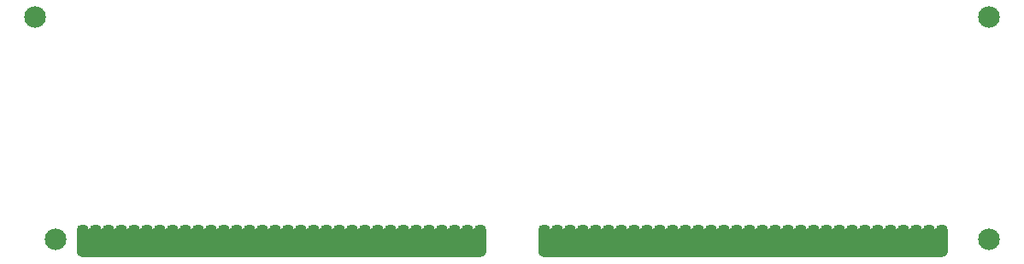
<source format=gbs>
G04 #@! TF.GenerationSoftware,KiCad,Pcbnew,(5.1.10-1-10_14)*
G04 #@! TF.CreationDate,2021-12-06T12:39:38-05:00*
G04 #@! TF.ProjectId,MacIIfxRAMSIMM,4d616349-4966-4785-9241-4d53494d4d2e,rev?*
G04 #@! TF.SameCoordinates,Original*
G04 #@! TF.FileFunction,Soldermask,Bot*
G04 #@! TF.FilePolarity,Negative*
%FSLAX46Y46*%
G04 Gerber Fmt 4.6, Leading zero omitted, Abs format (unit mm)*
G04 Created by KiCad (PCBNEW (5.1.10-1-10_14)) date 2021-12-06 12:39:38*
%MOMM*%
%LPD*%
G01*
G04 APERTURE LIST*
%ADD10C,0.175000*%
%ADD11C,2.150000*%
%ADD12C,0.100000*%
G04 APERTURE END LIST*
D10*
G36*
X117475000Y-127635000D02*
G01*
X78105000Y-127635000D01*
X77597000Y-125031500D01*
X117983000Y-125031500D01*
X117475000Y-127635000D01*
G37*
X117475000Y-127635000D02*
X78105000Y-127635000D01*
X77597000Y-125031500D01*
X117983000Y-125031500D01*
X117475000Y-127635000D01*
G36*
X163195000Y-127635000D02*
G01*
X123825000Y-127635000D01*
X123317000Y-125031500D01*
X163703000Y-125031500D01*
X163195000Y-127635000D01*
G37*
X163195000Y-127635000D02*
X123825000Y-127635000D01*
X123317000Y-125031500D01*
X163703000Y-125031500D01*
X163195000Y-127635000D01*
G36*
X117475000Y-127635000D02*
G01*
X78105000Y-127635000D01*
X77597000Y-125031500D01*
X117983000Y-125031500D01*
X117475000Y-127635000D01*
G37*
X117475000Y-127635000D02*
X78105000Y-127635000D01*
X77597000Y-125031500D01*
X117983000Y-125031500D01*
X117475000Y-127635000D01*
G36*
X163195000Y-127635000D02*
G01*
X123825000Y-127635000D01*
X123317000Y-125031500D01*
X163703000Y-125031500D01*
X163195000Y-127635000D01*
G37*
X163195000Y-127635000D02*
X123825000Y-127635000D01*
X123317000Y-125031500D01*
X163703000Y-125031500D01*
X163195000Y-127635000D01*
G36*
G01*
X77509300Y-127233440D02*
X77509300Y-124988560D01*
G75*
G02*
X77985860Y-124512000I476560J0D01*
G01*
X78224140Y-124512000D01*
G75*
G02*
X78700700Y-124988560I0J-476560D01*
G01*
X78700700Y-127233440D01*
G75*
G02*
X78224140Y-127710000I-476560J0D01*
G01*
X77985860Y-127710000D01*
G75*
G02*
X77509300Y-127233440I0J476560D01*
G01*
G37*
G36*
G01*
X78779300Y-127233440D02*
X78779300Y-124988560D01*
G75*
G02*
X79255860Y-124512000I476560J0D01*
G01*
X79494140Y-124512000D01*
G75*
G02*
X79970700Y-124988560I0J-476560D01*
G01*
X79970700Y-127233440D01*
G75*
G02*
X79494140Y-127710000I-476560J0D01*
G01*
X79255860Y-127710000D01*
G75*
G02*
X78779300Y-127233440I0J476560D01*
G01*
G37*
G36*
G01*
X80049300Y-127233440D02*
X80049300Y-124988560D01*
G75*
G02*
X80525860Y-124512000I476560J0D01*
G01*
X80764140Y-124512000D01*
G75*
G02*
X81240700Y-124988560I0J-476560D01*
G01*
X81240700Y-127233440D01*
G75*
G02*
X80764140Y-127710000I-476560J0D01*
G01*
X80525860Y-127710000D01*
G75*
G02*
X80049300Y-127233440I0J476560D01*
G01*
G37*
G36*
G01*
X81319300Y-127233440D02*
X81319300Y-124988560D01*
G75*
G02*
X81795860Y-124512000I476560J0D01*
G01*
X82034140Y-124512000D01*
G75*
G02*
X82510700Y-124988560I0J-476560D01*
G01*
X82510700Y-127233440D01*
G75*
G02*
X82034140Y-127710000I-476560J0D01*
G01*
X81795860Y-127710000D01*
G75*
G02*
X81319300Y-127233440I0J476560D01*
G01*
G37*
G36*
G01*
X82589300Y-127233440D02*
X82589300Y-124988560D01*
G75*
G02*
X83065860Y-124512000I476560J0D01*
G01*
X83304140Y-124512000D01*
G75*
G02*
X83780700Y-124988560I0J-476560D01*
G01*
X83780700Y-127233440D01*
G75*
G02*
X83304140Y-127710000I-476560J0D01*
G01*
X83065860Y-127710000D01*
G75*
G02*
X82589300Y-127233440I0J476560D01*
G01*
G37*
G36*
G01*
X83859300Y-127233440D02*
X83859300Y-124988560D01*
G75*
G02*
X84335860Y-124512000I476560J0D01*
G01*
X84574140Y-124512000D01*
G75*
G02*
X85050700Y-124988560I0J-476560D01*
G01*
X85050700Y-127233440D01*
G75*
G02*
X84574140Y-127710000I-476560J0D01*
G01*
X84335860Y-127710000D01*
G75*
G02*
X83859300Y-127233440I0J476560D01*
G01*
G37*
G36*
G01*
X85129300Y-127233440D02*
X85129300Y-124988560D01*
G75*
G02*
X85605860Y-124512000I476560J0D01*
G01*
X85844140Y-124512000D01*
G75*
G02*
X86320700Y-124988560I0J-476560D01*
G01*
X86320700Y-127233440D01*
G75*
G02*
X85844140Y-127710000I-476560J0D01*
G01*
X85605860Y-127710000D01*
G75*
G02*
X85129300Y-127233440I0J476560D01*
G01*
G37*
G36*
G01*
X86399300Y-127233440D02*
X86399300Y-124988560D01*
G75*
G02*
X86875860Y-124512000I476560J0D01*
G01*
X87114140Y-124512000D01*
G75*
G02*
X87590700Y-124988560I0J-476560D01*
G01*
X87590700Y-127233440D01*
G75*
G02*
X87114140Y-127710000I-476560J0D01*
G01*
X86875860Y-127710000D01*
G75*
G02*
X86399300Y-127233440I0J476560D01*
G01*
G37*
G36*
G01*
X87669300Y-127233440D02*
X87669300Y-124988560D01*
G75*
G02*
X88145860Y-124512000I476560J0D01*
G01*
X88384140Y-124512000D01*
G75*
G02*
X88860700Y-124988560I0J-476560D01*
G01*
X88860700Y-127233440D01*
G75*
G02*
X88384140Y-127710000I-476560J0D01*
G01*
X88145860Y-127710000D01*
G75*
G02*
X87669300Y-127233440I0J476560D01*
G01*
G37*
G36*
G01*
X88939300Y-127233440D02*
X88939300Y-124988560D01*
G75*
G02*
X89415860Y-124512000I476560J0D01*
G01*
X89654140Y-124512000D01*
G75*
G02*
X90130700Y-124988560I0J-476560D01*
G01*
X90130700Y-127233440D01*
G75*
G02*
X89654140Y-127710000I-476560J0D01*
G01*
X89415860Y-127710000D01*
G75*
G02*
X88939300Y-127233440I0J476560D01*
G01*
G37*
G36*
G01*
X90209300Y-127233440D02*
X90209300Y-124988560D01*
G75*
G02*
X90685860Y-124512000I476560J0D01*
G01*
X90924140Y-124512000D01*
G75*
G02*
X91400700Y-124988560I0J-476560D01*
G01*
X91400700Y-127233440D01*
G75*
G02*
X90924140Y-127710000I-476560J0D01*
G01*
X90685860Y-127710000D01*
G75*
G02*
X90209300Y-127233440I0J476560D01*
G01*
G37*
G36*
G01*
X91479300Y-127233440D02*
X91479300Y-124988560D01*
G75*
G02*
X91955860Y-124512000I476560J0D01*
G01*
X92194140Y-124512000D01*
G75*
G02*
X92670700Y-124988560I0J-476560D01*
G01*
X92670700Y-127233440D01*
G75*
G02*
X92194140Y-127710000I-476560J0D01*
G01*
X91955860Y-127710000D01*
G75*
G02*
X91479300Y-127233440I0J476560D01*
G01*
G37*
G36*
G01*
X92749300Y-127233440D02*
X92749300Y-124988560D01*
G75*
G02*
X93225860Y-124512000I476560J0D01*
G01*
X93464140Y-124512000D01*
G75*
G02*
X93940700Y-124988560I0J-476560D01*
G01*
X93940700Y-127233440D01*
G75*
G02*
X93464140Y-127710000I-476560J0D01*
G01*
X93225860Y-127710000D01*
G75*
G02*
X92749300Y-127233440I0J476560D01*
G01*
G37*
G36*
G01*
X94019300Y-127233440D02*
X94019300Y-124988560D01*
G75*
G02*
X94495860Y-124512000I476560J0D01*
G01*
X94734140Y-124512000D01*
G75*
G02*
X95210700Y-124988560I0J-476560D01*
G01*
X95210700Y-127233440D01*
G75*
G02*
X94734140Y-127710000I-476560J0D01*
G01*
X94495860Y-127710000D01*
G75*
G02*
X94019300Y-127233440I0J476560D01*
G01*
G37*
G36*
G01*
X95289300Y-127233440D02*
X95289300Y-124988560D01*
G75*
G02*
X95765860Y-124512000I476560J0D01*
G01*
X96004140Y-124512000D01*
G75*
G02*
X96480700Y-124988560I0J-476560D01*
G01*
X96480700Y-127233440D01*
G75*
G02*
X96004140Y-127710000I-476560J0D01*
G01*
X95765860Y-127710000D01*
G75*
G02*
X95289300Y-127233440I0J476560D01*
G01*
G37*
G36*
G01*
X96559300Y-127233440D02*
X96559300Y-124988560D01*
G75*
G02*
X97035860Y-124512000I476560J0D01*
G01*
X97274140Y-124512000D01*
G75*
G02*
X97750700Y-124988560I0J-476560D01*
G01*
X97750700Y-127233440D01*
G75*
G02*
X97274140Y-127710000I-476560J0D01*
G01*
X97035860Y-127710000D01*
G75*
G02*
X96559300Y-127233440I0J476560D01*
G01*
G37*
G36*
G01*
X97829300Y-127233440D02*
X97829300Y-124988560D01*
G75*
G02*
X98305860Y-124512000I476560J0D01*
G01*
X98544140Y-124512000D01*
G75*
G02*
X99020700Y-124988560I0J-476560D01*
G01*
X99020700Y-127233440D01*
G75*
G02*
X98544140Y-127710000I-476560J0D01*
G01*
X98305860Y-127710000D01*
G75*
G02*
X97829300Y-127233440I0J476560D01*
G01*
G37*
G36*
G01*
X99099300Y-127233440D02*
X99099300Y-124988560D01*
G75*
G02*
X99575860Y-124512000I476560J0D01*
G01*
X99814140Y-124512000D01*
G75*
G02*
X100290700Y-124988560I0J-476560D01*
G01*
X100290700Y-127233440D01*
G75*
G02*
X99814140Y-127710000I-476560J0D01*
G01*
X99575860Y-127710000D01*
G75*
G02*
X99099300Y-127233440I0J476560D01*
G01*
G37*
G36*
G01*
X100369300Y-127233440D02*
X100369300Y-124988560D01*
G75*
G02*
X100845860Y-124512000I476560J0D01*
G01*
X101084140Y-124512000D01*
G75*
G02*
X101560700Y-124988560I0J-476560D01*
G01*
X101560700Y-127233440D01*
G75*
G02*
X101084140Y-127710000I-476560J0D01*
G01*
X100845860Y-127710000D01*
G75*
G02*
X100369300Y-127233440I0J476560D01*
G01*
G37*
G36*
G01*
X101639300Y-127233440D02*
X101639300Y-124988560D01*
G75*
G02*
X102115860Y-124512000I476560J0D01*
G01*
X102354140Y-124512000D01*
G75*
G02*
X102830700Y-124988560I0J-476560D01*
G01*
X102830700Y-127233440D01*
G75*
G02*
X102354140Y-127710000I-476560J0D01*
G01*
X102115860Y-127710000D01*
G75*
G02*
X101639300Y-127233440I0J476560D01*
G01*
G37*
G36*
G01*
X102909300Y-127233440D02*
X102909300Y-124988560D01*
G75*
G02*
X103385860Y-124512000I476560J0D01*
G01*
X103624140Y-124512000D01*
G75*
G02*
X104100700Y-124988560I0J-476560D01*
G01*
X104100700Y-127233440D01*
G75*
G02*
X103624140Y-127710000I-476560J0D01*
G01*
X103385860Y-127710000D01*
G75*
G02*
X102909300Y-127233440I0J476560D01*
G01*
G37*
G36*
G01*
X104179300Y-127233440D02*
X104179300Y-124988560D01*
G75*
G02*
X104655860Y-124512000I476560J0D01*
G01*
X104894140Y-124512000D01*
G75*
G02*
X105370700Y-124988560I0J-476560D01*
G01*
X105370700Y-127233440D01*
G75*
G02*
X104894140Y-127710000I-476560J0D01*
G01*
X104655860Y-127710000D01*
G75*
G02*
X104179300Y-127233440I0J476560D01*
G01*
G37*
G36*
G01*
X105449300Y-127233440D02*
X105449300Y-124988560D01*
G75*
G02*
X105925860Y-124512000I476560J0D01*
G01*
X106164140Y-124512000D01*
G75*
G02*
X106640700Y-124988560I0J-476560D01*
G01*
X106640700Y-127233440D01*
G75*
G02*
X106164140Y-127710000I-476560J0D01*
G01*
X105925860Y-127710000D01*
G75*
G02*
X105449300Y-127233440I0J476560D01*
G01*
G37*
G36*
G01*
X106719300Y-127233440D02*
X106719300Y-124988560D01*
G75*
G02*
X107195860Y-124512000I476560J0D01*
G01*
X107434140Y-124512000D01*
G75*
G02*
X107910700Y-124988560I0J-476560D01*
G01*
X107910700Y-127233440D01*
G75*
G02*
X107434140Y-127710000I-476560J0D01*
G01*
X107195860Y-127710000D01*
G75*
G02*
X106719300Y-127233440I0J476560D01*
G01*
G37*
G36*
G01*
X107989300Y-127233440D02*
X107989300Y-124988560D01*
G75*
G02*
X108465860Y-124512000I476560J0D01*
G01*
X108704140Y-124512000D01*
G75*
G02*
X109180700Y-124988560I0J-476560D01*
G01*
X109180700Y-127233440D01*
G75*
G02*
X108704140Y-127710000I-476560J0D01*
G01*
X108465860Y-127710000D01*
G75*
G02*
X107989300Y-127233440I0J476560D01*
G01*
G37*
G36*
G01*
X109259300Y-127233440D02*
X109259300Y-124988560D01*
G75*
G02*
X109735860Y-124512000I476560J0D01*
G01*
X109974140Y-124512000D01*
G75*
G02*
X110450700Y-124988560I0J-476560D01*
G01*
X110450700Y-127233440D01*
G75*
G02*
X109974140Y-127710000I-476560J0D01*
G01*
X109735860Y-127710000D01*
G75*
G02*
X109259300Y-127233440I0J476560D01*
G01*
G37*
G36*
G01*
X110529300Y-127233440D02*
X110529300Y-124988560D01*
G75*
G02*
X111005860Y-124512000I476560J0D01*
G01*
X111244140Y-124512000D01*
G75*
G02*
X111720700Y-124988560I0J-476560D01*
G01*
X111720700Y-127233440D01*
G75*
G02*
X111244140Y-127710000I-476560J0D01*
G01*
X111005860Y-127710000D01*
G75*
G02*
X110529300Y-127233440I0J476560D01*
G01*
G37*
G36*
G01*
X111799300Y-127233440D02*
X111799300Y-124988560D01*
G75*
G02*
X112275860Y-124512000I476560J0D01*
G01*
X112514140Y-124512000D01*
G75*
G02*
X112990700Y-124988560I0J-476560D01*
G01*
X112990700Y-127233440D01*
G75*
G02*
X112514140Y-127710000I-476560J0D01*
G01*
X112275860Y-127710000D01*
G75*
G02*
X111799300Y-127233440I0J476560D01*
G01*
G37*
G36*
G01*
X113069300Y-127233440D02*
X113069300Y-124988560D01*
G75*
G02*
X113545860Y-124512000I476560J0D01*
G01*
X113784140Y-124512000D01*
G75*
G02*
X114260700Y-124988560I0J-476560D01*
G01*
X114260700Y-127233440D01*
G75*
G02*
X113784140Y-127710000I-476560J0D01*
G01*
X113545860Y-127710000D01*
G75*
G02*
X113069300Y-127233440I0J476560D01*
G01*
G37*
G36*
G01*
X114339300Y-127233440D02*
X114339300Y-124988560D01*
G75*
G02*
X114815860Y-124512000I476560J0D01*
G01*
X115054140Y-124512000D01*
G75*
G02*
X115530700Y-124988560I0J-476560D01*
G01*
X115530700Y-127233440D01*
G75*
G02*
X115054140Y-127710000I-476560J0D01*
G01*
X114815860Y-127710000D01*
G75*
G02*
X114339300Y-127233440I0J476560D01*
G01*
G37*
G36*
G01*
X115609300Y-127233440D02*
X115609300Y-124988560D01*
G75*
G02*
X116085860Y-124512000I476560J0D01*
G01*
X116324140Y-124512000D01*
G75*
G02*
X116800700Y-124988560I0J-476560D01*
G01*
X116800700Y-127233440D01*
G75*
G02*
X116324140Y-127710000I-476560J0D01*
G01*
X116085860Y-127710000D01*
G75*
G02*
X115609300Y-127233440I0J476560D01*
G01*
G37*
G36*
G01*
X116879300Y-127233440D02*
X116879300Y-124988560D01*
G75*
G02*
X117355860Y-124512000I476560J0D01*
G01*
X117594140Y-124512000D01*
G75*
G02*
X118070700Y-124988560I0J-476560D01*
G01*
X118070700Y-127233440D01*
G75*
G02*
X117594140Y-127710000I-476560J0D01*
G01*
X117355860Y-127710000D01*
G75*
G02*
X116879300Y-127233440I0J476560D01*
G01*
G37*
G36*
G01*
X123229300Y-127233440D02*
X123229300Y-124988560D01*
G75*
G02*
X123705860Y-124512000I476560J0D01*
G01*
X123944140Y-124512000D01*
G75*
G02*
X124420700Y-124988560I0J-476560D01*
G01*
X124420700Y-127233440D01*
G75*
G02*
X123944140Y-127710000I-476560J0D01*
G01*
X123705860Y-127710000D01*
G75*
G02*
X123229300Y-127233440I0J476560D01*
G01*
G37*
G36*
G01*
X124499300Y-127233440D02*
X124499300Y-124988560D01*
G75*
G02*
X124975860Y-124512000I476560J0D01*
G01*
X125214140Y-124512000D01*
G75*
G02*
X125690700Y-124988560I0J-476560D01*
G01*
X125690700Y-127233440D01*
G75*
G02*
X125214140Y-127710000I-476560J0D01*
G01*
X124975860Y-127710000D01*
G75*
G02*
X124499300Y-127233440I0J476560D01*
G01*
G37*
G36*
G01*
X125769300Y-127233440D02*
X125769300Y-124988560D01*
G75*
G02*
X126245860Y-124512000I476560J0D01*
G01*
X126484140Y-124512000D01*
G75*
G02*
X126960700Y-124988560I0J-476560D01*
G01*
X126960700Y-127233440D01*
G75*
G02*
X126484140Y-127710000I-476560J0D01*
G01*
X126245860Y-127710000D01*
G75*
G02*
X125769300Y-127233440I0J476560D01*
G01*
G37*
G36*
G01*
X127039300Y-127233440D02*
X127039300Y-124988560D01*
G75*
G02*
X127515860Y-124512000I476560J0D01*
G01*
X127754140Y-124512000D01*
G75*
G02*
X128230700Y-124988560I0J-476560D01*
G01*
X128230700Y-127233440D01*
G75*
G02*
X127754140Y-127710000I-476560J0D01*
G01*
X127515860Y-127710000D01*
G75*
G02*
X127039300Y-127233440I0J476560D01*
G01*
G37*
G36*
G01*
X128309300Y-127233440D02*
X128309300Y-124988560D01*
G75*
G02*
X128785860Y-124512000I476560J0D01*
G01*
X129024140Y-124512000D01*
G75*
G02*
X129500700Y-124988560I0J-476560D01*
G01*
X129500700Y-127233440D01*
G75*
G02*
X129024140Y-127710000I-476560J0D01*
G01*
X128785860Y-127710000D01*
G75*
G02*
X128309300Y-127233440I0J476560D01*
G01*
G37*
G36*
G01*
X129579300Y-127233440D02*
X129579300Y-124988560D01*
G75*
G02*
X130055860Y-124512000I476560J0D01*
G01*
X130294140Y-124512000D01*
G75*
G02*
X130770700Y-124988560I0J-476560D01*
G01*
X130770700Y-127233440D01*
G75*
G02*
X130294140Y-127710000I-476560J0D01*
G01*
X130055860Y-127710000D01*
G75*
G02*
X129579300Y-127233440I0J476560D01*
G01*
G37*
G36*
G01*
X130849300Y-127233440D02*
X130849300Y-124988560D01*
G75*
G02*
X131325860Y-124512000I476560J0D01*
G01*
X131564140Y-124512000D01*
G75*
G02*
X132040700Y-124988560I0J-476560D01*
G01*
X132040700Y-127233440D01*
G75*
G02*
X131564140Y-127710000I-476560J0D01*
G01*
X131325860Y-127710000D01*
G75*
G02*
X130849300Y-127233440I0J476560D01*
G01*
G37*
G36*
G01*
X132119300Y-127233440D02*
X132119300Y-124988560D01*
G75*
G02*
X132595860Y-124512000I476560J0D01*
G01*
X132834140Y-124512000D01*
G75*
G02*
X133310700Y-124988560I0J-476560D01*
G01*
X133310700Y-127233440D01*
G75*
G02*
X132834140Y-127710000I-476560J0D01*
G01*
X132595860Y-127710000D01*
G75*
G02*
X132119300Y-127233440I0J476560D01*
G01*
G37*
G36*
G01*
X133389300Y-127233440D02*
X133389300Y-124988560D01*
G75*
G02*
X133865860Y-124512000I476560J0D01*
G01*
X134104140Y-124512000D01*
G75*
G02*
X134580700Y-124988560I0J-476560D01*
G01*
X134580700Y-127233440D01*
G75*
G02*
X134104140Y-127710000I-476560J0D01*
G01*
X133865860Y-127710000D01*
G75*
G02*
X133389300Y-127233440I0J476560D01*
G01*
G37*
G36*
G01*
X134659300Y-127233440D02*
X134659300Y-124988560D01*
G75*
G02*
X135135860Y-124512000I476560J0D01*
G01*
X135374140Y-124512000D01*
G75*
G02*
X135850700Y-124988560I0J-476560D01*
G01*
X135850700Y-127233440D01*
G75*
G02*
X135374140Y-127710000I-476560J0D01*
G01*
X135135860Y-127710000D01*
G75*
G02*
X134659300Y-127233440I0J476560D01*
G01*
G37*
G36*
G01*
X135929300Y-127233440D02*
X135929300Y-124988560D01*
G75*
G02*
X136405860Y-124512000I476560J0D01*
G01*
X136644140Y-124512000D01*
G75*
G02*
X137120700Y-124988560I0J-476560D01*
G01*
X137120700Y-127233440D01*
G75*
G02*
X136644140Y-127710000I-476560J0D01*
G01*
X136405860Y-127710000D01*
G75*
G02*
X135929300Y-127233440I0J476560D01*
G01*
G37*
G36*
G01*
X137199300Y-127233440D02*
X137199300Y-124988560D01*
G75*
G02*
X137675860Y-124512000I476560J0D01*
G01*
X137914140Y-124512000D01*
G75*
G02*
X138390700Y-124988560I0J-476560D01*
G01*
X138390700Y-127233440D01*
G75*
G02*
X137914140Y-127710000I-476560J0D01*
G01*
X137675860Y-127710000D01*
G75*
G02*
X137199300Y-127233440I0J476560D01*
G01*
G37*
G36*
G01*
X138469300Y-127233440D02*
X138469300Y-124988560D01*
G75*
G02*
X138945860Y-124512000I476560J0D01*
G01*
X139184140Y-124512000D01*
G75*
G02*
X139660700Y-124988560I0J-476560D01*
G01*
X139660700Y-127233440D01*
G75*
G02*
X139184140Y-127710000I-476560J0D01*
G01*
X138945860Y-127710000D01*
G75*
G02*
X138469300Y-127233440I0J476560D01*
G01*
G37*
G36*
G01*
X139739300Y-127233440D02*
X139739300Y-124988560D01*
G75*
G02*
X140215860Y-124512000I476560J0D01*
G01*
X140454140Y-124512000D01*
G75*
G02*
X140930700Y-124988560I0J-476560D01*
G01*
X140930700Y-127233440D01*
G75*
G02*
X140454140Y-127710000I-476560J0D01*
G01*
X140215860Y-127710000D01*
G75*
G02*
X139739300Y-127233440I0J476560D01*
G01*
G37*
G36*
G01*
X141009300Y-127233440D02*
X141009300Y-124988560D01*
G75*
G02*
X141485860Y-124512000I476560J0D01*
G01*
X141724140Y-124512000D01*
G75*
G02*
X142200700Y-124988560I0J-476560D01*
G01*
X142200700Y-127233440D01*
G75*
G02*
X141724140Y-127710000I-476560J0D01*
G01*
X141485860Y-127710000D01*
G75*
G02*
X141009300Y-127233440I0J476560D01*
G01*
G37*
G36*
G01*
X142279300Y-127233440D02*
X142279300Y-124988560D01*
G75*
G02*
X142755860Y-124512000I476560J0D01*
G01*
X142994140Y-124512000D01*
G75*
G02*
X143470700Y-124988560I0J-476560D01*
G01*
X143470700Y-127233440D01*
G75*
G02*
X142994140Y-127710000I-476560J0D01*
G01*
X142755860Y-127710000D01*
G75*
G02*
X142279300Y-127233440I0J476560D01*
G01*
G37*
G36*
G01*
X143549300Y-127233440D02*
X143549300Y-124988560D01*
G75*
G02*
X144025860Y-124512000I476560J0D01*
G01*
X144264140Y-124512000D01*
G75*
G02*
X144740700Y-124988560I0J-476560D01*
G01*
X144740700Y-127233440D01*
G75*
G02*
X144264140Y-127710000I-476560J0D01*
G01*
X144025860Y-127710000D01*
G75*
G02*
X143549300Y-127233440I0J476560D01*
G01*
G37*
G36*
G01*
X144819300Y-127233440D02*
X144819300Y-124988560D01*
G75*
G02*
X145295860Y-124512000I476560J0D01*
G01*
X145534140Y-124512000D01*
G75*
G02*
X146010700Y-124988560I0J-476560D01*
G01*
X146010700Y-127233440D01*
G75*
G02*
X145534140Y-127710000I-476560J0D01*
G01*
X145295860Y-127710000D01*
G75*
G02*
X144819300Y-127233440I0J476560D01*
G01*
G37*
G36*
G01*
X146089300Y-127233440D02*
X146089300Y-124988560D01*
G75*
G02*
X146565860Y-124512000I476560J0D01*
G01*
X146804140Y-124512000D01*
G75*
G02*
X147280700Y-124988560I0J-476560D01*
G01*
X147280700Y-127233440D01*
G75*
G02*
X146804140Y-127710000I-476560J0D01*
G01*
X146565860Y-127710000D01*
G75*
G02*
X146089300Y-127233440I0J476560D01*
G01*
G37*
G36*
G01*
X147359300Y-127233440D02*
X147359300Y-124988560D01*
G75*
G02*
X147835860Y-124512000I476560J0D01*
G01*
X148074140Y-124512000D01*
G75*
G02*
X148550700Y-124988560I0J-476560D01*
G01*
X148550700Y-127233440D01*
G75*
G02*
X148074140Y-127710000I-476560J0D01*
G01*
X147835860Y-127710000D01*
G75*
G02*
X147359300Y-127233440I0J476560D01*
G01*
G37*
G36*
G01*
X148629300Y-127233440D02*
X148629300Y-124988560D01*
G75*
G02*
X149105860Y-124512000I476560J0D01*
G01*
X149344140Y-124512000D01*
G75*
G02*
X149820700Y-124988560I0J-476560D01*
G01*
X149820700Y-127233440D01*
G75*
G02*
X149344140Y-127710000I-476560J0D01*
G01*
X149105860Y-127710000D01*
G75*
G02*
X148629300Y-127233440I0J476560D01*
G01*
G37*
G36*
G01*
X149899300Y-127233440D02*
X149899300Y-124988560D01*
G75*
G02*
X150375860Y-124512000I476560J0D01*
G01*
X150614140Y-124512000D01*
G75*
G02*
X151090700Y-124988560I0J-476560D01*
G01*
X151090700Y-127233440D01*
G75*
G02*
X150614140Y-127710000I-476560J0D01*
G01*
X150375860Y-127710000D01*
G75*
G02*
X149899300Y-127233440I0J476560D01*
G01*
G37*
G36*
G01*
X151169300Y-127233440D02*
X151169300Y-124988560D01*
G75*
G02*
X151645860Y-124512000I476560J0D01*
G01*
X151884140Y-124512000D01*
G75*
G02*
X152360700Y-124988560I0J-476560D01*
G01*
X152360700Y-127233440D01*
G75*
G02*
X151884140Y-127710000I-476560J0D01*
G01*
X151645860Y-127710000D01*
G75*
G02*
X151169300Y-127233440I0J476560D01*
G01*
G37*
G36*
G01*
X152439300Y-127233440D02*
X152439300Y-124988560D01*
G75*
G02*
X152915860Y-124512000I476560J0D01*
G01*
X153154140Y-124512000D01*
G75*
G02*
X153630700Y-124988560I0J-476560D01*
G01*
X153630700Y-127233440D01*
G75*
G02*
X153154140Y-127710000I-476560J0D01*
G01*
X152915860Y-127710000D01*
G75*
G02*
X152439300Y-127233440I0J476560D01*
G01*
G37*
G36*
G01*
X153709300Y-127233440D02*
X153709300Y-124988560D01*
G75*
G02*
X154185860Y-124512000I476560J0D01*
G01*
X154424140Y-124512000D01*
G75*
G02*
X154900700Y-124988560I0J-476560D01*
G01*
X154900700Y-127233440D01*
G75*
G02*
X154424140Y-127710000I-476560J0D01*
G01*
X154185860Y-127710000D01*
G75*
G02*
X153709300Y-127233440I0J476560D01*
G01*
G37*
G36*
G01*
X154979300Y-127233440D02*
X154979300Y-124988560D01*
G75*
G02*
X155455860Y-124512000I476560J0D01*
G01*
X155694140Y-124512000D01*
G75*
G02*
X156170700Y-124988560I0J-476560D01*
G01*
X156170700Y-127233440D01*
G75*
G02*
X155694140Y-127710000I-476560J0D01*
G01*
X155455860Y-127710000D01*
G75*
G02*
X154979300Y-127233440I0J476560D01*
G01*
G37*
G36*
G01*
X156249300Y-127233440D02*
X156249300Y-124988560D01*
G75*
G02*
X156725860Y-124512000I476560J0D01*
G01*
X156964140Y-124512000D01*
G75*
G02*
X157440700Y-124988560I0J-476560D01*
G01*
X157440700Y-127233440D01*
G75*
G02*
X156964140Y-127710000I-476560J0D01*
G01*
X156725860Y-127710000D01*
G75*
G02*
X156249300Y-127233440I0J476560D01*
G01*
G37*
G36*
G01*
X157519300Y-127233440D02*
X157519300Y-124988560D01*
G75*
G02*
X157995860Y-124512000I476560J0D01*
G01*
X158234140Y-124512000D01*
G75*
G02*
X158710700Y-124988560I0J-476560D01*
G01*
X158710700Y-127233440D01*
G75*
G02*
X158234140Y-127710000I-476560J0D01*
G01*
X157995860Y-127710000D01*
G75*
G02*
X157519300Y-127233440I0J476560D01*
G01*
G37*
G36*
G01*
X158789300Y-127233440D02*
X158789300Y-124988560D01*
G75*
G02*
X159265860Y-124512000I476560J0D01*
G01*
X159504140Y-124512000D01*
G75*
G02*
X159980700Y-124988560I0J-476560D01*
G01*
X159980700Y-127233440D01*
G75*
G02*
X159504140Y-127710000I-476560J0D01*
G01*
X159265860Y-127710000D01*
G75*
G02*
X158789300Y-127233440I0J476560D01*
G01*
G37*
G36*
G01*
X160059300Y-127233440D02*
X160059300Y-124988560D01*
G75*
G02*
X160535860Y-124512000I476560J0D01*
G01*
X160774140Y-124512000D01*
G75*
G02*
X161250700Y-124988560I0J-476560D01*
G01*
X161250700Y-127233440D01*
G75*
G02*
X160774140Y-127710000I-476560J0D01*
G01*
X160535860Y-127710000D01*
G75*
G02*
X160059300Y-127233440I0J476560D01*
G01*
G37*
G36*
G01*
X161329300Y-127233440D02*
X161329300Y-124988560D01*
G75*
G02*
X161805860Y-124512000I476560J0D01*
G01*
X162044140Y-124512000D01*
G75*
G02*
X162520700Y-124988560I0J-476560D01*
G01*
X162520700Y-127233440D01*
G75*
G02*
X162044140Y-127710000I-476560J0D01*
G01*
X161805860Y-127710000D01*
G75*
G02*
X161329300Y-127233440I0J476560D01*
G01*
G37*
G36*
G01*
X162599300Y-127233440D02*
X162599300Y-124988560D01*
G75*
G02*
X163075860Y-124512000I476560J0D01*
G01*
X163314140Y-124512000D01*
G75*
G02*
X163790700Y-124988560I0J-476560D01*
G01*
X163790700Y-127233440D01*
G75*
G02*
X163314140Y-127710000I-476560J0D01*
G01*
X163075860Y-127710000D01*
G75*
G02*
X162599300Y-127233440I0J476560D01*
G01*
G37*
D11*
X73406000Y-103886000D03*
X75438000Y-125984000D03*
X167894000Y-125984000D03*
X167894000Y-103886000D03*
D12*
G36*
X125221882Y-124510010D02*
G01*
X125315310Y-124519212D01*
X125315695Y-124519288D01*
X125403175Y-124545825D01*
X125403537Y-124545975D01*
X125484153Y-124589065D01*
X125484479Y-124589283D01*
X125555145Y-124647278D01*
X125555422Y-124647555D01*
X125613417Y-124718221D01*
X125613635Y-124718547D01*
X125656725Y-124799163D01*
X125656875Y-124799525D01*
X125684040Y-124889077D01*
X125687678Y-124897858D01*
X125692904Y-124905681D01*
X125699555Y-124912332D01*
X125707378Y-124917558D01*
X125716068Y-124921158D01*
X125725298Y-124922994D01*
X125734702Y-124922994D01*
X125743932Y-124921158D01*
X125752622Y-124917558D01*
X125760445Y-124912332D01*
X125767096Y-124905681D01*
X125772322Y-124897858D01*
X125775960Y-124889077D01*
X125803125Y-124799525D01*
X125803275Y-124799163D01*
X125846365Y-124718547D01*
X125846583Y-124718221D01*
X125904578Y-124647555D01*
X125904855Y-124647278D01*
X125975521Y-124589283D01*
X125975847Y-124589065D01*
X126056463Y-124545975D01*
X126056825Y-124545825D01*
X126144305Y-124519288D01*
X126144690Y-124519212D01*
X126238118Y-124510010D01*
X126238314Y-124510000D01*
X126245860Y-124510000D01*
X126247592Y-124511000D01*
X126247592Y-124513000D01*
X126246056Y-124513990D01*
X126153283Y-124523127D01*
X126064257Y-124550133D01*
X125982213Y-124593986D01*
X125910302Y-124653002D01*
X125851286Y-124724913D01*
X125807433Y-124806957D01*
X125780427Y-124895983D01*
X125771300Y-124988654D01*
X125771300Y-127233346D01*
X125780427Y-127326017D01*
X125807433Y-127415043D01*
X125851286Y-127497087D01*
X125910302Y-127568998D01*
X125982213Y-127628014D01*
X126064257Y-127671867D01*
X126153283Y-127698873D01*
X126246056Y-127708010D01*
X126247682Y-127709175D01*
X126247486Y-127711165D01*
X126245860Y-127712000D01*
X126238314Y-127712000D01*
X126238118Y-127711990D01*
X126144690Y-127702788D01*
X126144305Y-127702712D01*
X126056825Y-127676175D01*
X126056463Y-127676025D01*
X125975847Y-127632935D01*
X125975521Y-127632717D01*
X125904855Y-127574722D01*
X125904578Y-127574445D01*
X125846583Y-127503779D01*
X125846365Y-127503453D01*
X125803275Y-127422837D01*
X125803125Y-127422475D01*
X125775960Y-127332923D01*
X125772322Y-127324142D01*
X125767096Y-127316319D01*
X125760445Y-127309668D01*
X125752622Y-127304442D01*
X125743932Y-127300842D01*
X125734702Y-127299006D01*
X125725298Y-127299006D01*
X125716068Y-127300842D01*
X125707378Y-127304442D01*
X125699555Y-127309668D01*
X125692904Y-127316319D01*
X125687678Y-127324142D01*
X125684040Y-127332923D01*
X125656875Y-127422475D01*
X125656725Y-127422837D01*
X125613635Y-127503453D01*
X125613417Y-127503779D01*
X125555422Y-127574445D01*
X125555145Y-127574722D01*
X125484479Y-127632717D01*
X125484153Y-127632935D01*
X125403537Y-127676025D01*
X125403175Y-127676175D01*
X125315695Y-127702712D01*
X125315310Y-127702788D01*
X125221882Y-127711990D01*
X125221686Y-127712000D01*
X125214140Y-127712000D01*
X125212408Y-127711000D01*
X125212408Y-127709000D01*
X125213944Y-127708010D01*
X125306717Y-127698873D01*
X125395743Y-127671867D01*
X125477787Y-127628014D01*
X125549698Y-127568998D01*
X125608714Y-127497087D01*
X125652567Y-127415043D01*
X125679573Y-127326017D01*
X125688700Y-127233346D01*
X125688700Y-124988654D01*
X125679573Y-124895983D01*
X125652567Y-124806957D01*
X125608714Y-124724913D01*
X125549698Y-124653002D01*
X125477787Y-124593986D01*
X125395743Y-124550133D01*
X125306717Y-124523127D01*
X125213944Y-124513990D01*
X125212318Y-124512825D01*
X125212514Y-124510835D01*
X125214140Y-124510000D01*
X125221686Y-124510000D01*
X125221882Y-124510010D01*
G37*
G36*
X150621882Y-124510010D02*
G01*
X150715310Y-124519212D01*
X150715695Y-124519288D01*
X150803175Y-124545825D01*
X150803537Y-124545975D01*
X150884153Y-124589065D01*
X150884479Y-124589283D01*
X150955145Y-124647278D01*
X150955422Y-124647555D01*
X151013417Y-124718221D01*
X151013635Y-124718547D01*
X151056725Y-124799163D01*
X151056875Y-124799525D01*
X151084040Y-124889077D01*
X151087678Y-124897858D01*
X151092904Y-124905681D01*
X151099555Y-124912332D01*
X151107378Y-124917558D01*
X151116068Y-124921158D01*
X151125298Y-124922994D01*
X151134702Y-124922994D01*
X151143932Y-124921158D01*
X151152622Y-124917558D01*
X151160445Y-124912332D01*
X151167096Y-124905681D01*
X151172322Y-124897858D01*
X151175960Y-124889077D01*
X151203125Y-124799525D01*
X151203275Y-124799163D01*
X151246365Y-124718547D01*
X151246583Y-124718221D01*
X151304578Y-124647555D01*
X151304855Y-124647278D01*
X151375521Y-124589283D01*
X151375847Y-124589065D01*
X151456463Y-124545975D01*
X151456825Y-124545825D01*
X151544305Y-124519288D01*
X151544690Y-124519212D01*
X151638118Y-124510010D01*
X151638314Y-124510000D01*
X151645860Y-124510000D01*
X151647592Y-124511000D01*
X151647592Y-124513000D01*
X151646056Y-124513990D01*
X151553283Y-124523127D01*
X151464257Y-124550133D01*
X151382213Y-124593986D01*
X151310302Y-124653002D01*
X151251286Y-124724913D01*
X151207433Y-124806957D01*
X151180427Y-124895983D01*
X151171300Y-124988654D01*
X151171300Y-127233346D01*
X151180427Y-127326017D01*
X151207433Y-127415043D01*
X151251286Y-127497087D01*
X151310302Y-127568998D01*
X151382213Y-127628014D01*
X151464257Y-127671867D01*
X151553283Y-127698873D01*
X151646056Y-127708010D01*
X151647682Y-127709175D01*
X151647486Y-127711165D01*
X151645860Y-127712000D01*
X151638314Y-127712000D01*
X151638118Y-127711990D01*
X151544690Y-127702788D01*
X151544305Y-127702712D01*
X151456825Y-127676175D01*
X151456463Y-127676025D01*
X151375847Y-127632935D01*
X151375521Y-127632717D01*
X151304855Y-127574722D01*
X151304578Y-127574445D01*
X151246583Y-127503779D01*
X151246365Y-127503453D01*
X151203275Y-127422837D01*
X151203125Y-127422475D01*
X151175960Y-127332923D01*
X151172322Y-127324142D01*
X151167096Y-127316319D01*
X151160445Y-127309668D01*
X151152622Y-127304442D01*
X151143932Y-127300842D01*
X151134702Y-127299006D01*
X151125298Y-127299006D01*
X151116068Y-127300842D01*
X151107378Y-127304442D01*
X151099555Y-127309668D01*
X151092904Y-127316319D01*
X151087678Y-127324142D01*
X151084040Y-127332923D01*
X151056875Y-127422475D01*
X151056725Y-127422837D01*
X151013635Y-127503453D01*
X151013417Y-127503779D01*
X150955422Y-127574445D01*
X150955145Y-127574722D01*
X150884479Y-127632717D01*
X150884153Y-127632935D01*
X150803537Y-127676025D01*
X150803175Y-127676175D01*
X150715695Y-127702712D01*
X150715310Y-127702788D01*
X150621882Y-127711990D01*
X150621686Y-127712000D01*
X150614140Y-127712000D01*
X150612408Y-127711000D01*
X150612408Y-127709000D01*
X150613944Y-127708010D01*
X150706717Y-127698873D01*
X150795743Y-127671867D01*
X150877787Y-127628014D01*
X150949698Y-127568998D01*
X151008714Y-127497087D01*
X151052567Y-127415043D01*
X151079573Y-127326017D01*
X151088700Y-127233346D01*
X151088700Y-124988654D01*
X151079573Y-124895983D01*
X151052567Y-124806957D01*
X151008714Y-124724913D01*
X150949698Y-124653002D01*
X150877787Y-124593986D01*
X150795743Y-124550133D01*
X150706717Y-124523127D01*
X150613944Y-124513990D01*
X150612318Y-124512825D01*
X150612514Y-124510835D01*
X150614140Y-124510000D01*
X150621686Y-124510000D01*
X150621882Y-124510010D01*
G37*
G36*
X136651882Y-124510010D02*
G01*
X136745310Y-124519212D01*
X136745695Y-124519288D01*
X136833175Y-124545825D01*
X136833537Y-124545975D01*
X136914153Y-124589065D01*
X136914479Y-124589283D01*
X136985145Y-124647278D01*
X136985422Y-124647555D01*
X137043417Y-124718221D01*
X137043635Y-124718547D01*
X137086725Y-124799163D01*
X137086875Y-124799525D01*
X137114040Y-124889077D01*
X137117678Y-124897858D01*
X137122904Y-124905681D01*
X137129555Y-124912332D01*
X137137378Y-124917558D01*
X137146068Y-124921158D01*
X137155298Y-124922994D01*
X137164702Y-124922994D01*
X137173932Y-124921158D01*
X137182622Y-124917558D01*
X137190445Y-124912332D01*
X137197096Y-124905681D01*
X137202322Y-124897858D01*
X137205960Y-124889077D01*
X137233125Y-124799525D01*
X137233275Y-124799163D01*
X137276365Y-124718547D01*
X137276583Y-124718221D01*
X137334578Y-124647555D01*
X137334855Y-124647278D01*
X137405521Y-124589283D01*
X137405847Y-124589065D01*
X137486463Y-124545975D01*
X137486825Y-124545825D01*
X137574305Y-124519288D01*
X137574690Y-124519212D01*
X137668118Y-124510010D01*
X137668314Y-124510000D01*
X137675860Y-124510000D01*
X137677592Y-124511000D01*
X137677592Y-124513000D01*
X137676056Y-124513990D01*
X137583283Y-124523127D01*
X137494257Y-124550133D01*
X137412213Y-124593986D01*
X137340302Y-124653002D01*
X137281286Y-124724913D01*
X137237433Y-124806957D01*
X137210427Y-124895983D01*
X137201300Y-124988654D01*
X137201300Y-127233346D01*
X137210427Y-127326017D01*
X137237433Y-127415043D01*
X137281286Y-127497087D01*
X137340302Y-127568998D01*
X137412213Y-127628014D01*
X137494257Y-127671867D01*
X137583283Y-127698873D01*
X137676056Y-127708010D01*
X137677682Y-127709175D01*
X137677486Y-127711165D01*
X137675860Y-127712000D01*
X137668314Y-127712000D01*
X137668118Y-127711990D01*
X137574690Y-127702788D01*
X137574305Y-127702712D01*
X137486825Y-127676175D01*
X137486463Y-127676025D01*
X137405847Y-127632935D01*
X137405521Y-127632717D01*
X137334855Y-127574722D01*
X137334578Y-127574445D01*
X137276583Y-127503779D01*
X137276365Y-127503453D01*
X137233275Y-127422837D01*
X137233125Y-127422475D01*
X137205960Y-127332923D01*
X137202322Y-127324142D01*
X137197096Y-127316319D01*
X137190445Y-127309668D01*
X137182622Y-127304442D01*
X137173932Y-127300842D01*
X137164702Y-127299006D01*
X137155298Y-127299006D01*
X137146068Y-127300842D01*
X137137378Y-127304442D01*
X137129555Y-127309668D01*
X137122904Y-127316319D01*
X137117678Y-127324142D01*
X137114040Y-127332923D01*
X137086875Y-127422475D01*
X137086725Y-127422837D01*
X137043635Y-127503453D01*
X137043417Y-127503779D01*
X136985422Y-127574445D01*
X136985145Y-127574722D01*
X136914479Y-127632717D01*
X136914153Y-127632935D01*
X136833537Y-127676025D01*
X136833175Y-127676175D01*
X136745695Y-127702712D01*
X136745310Y-127702788D01*
X136651882Y-127711990D01*
X136651686Y-127712000D01*
X136644140Y-127712000D01*
X136642408Y-127711000D01*
X136642408Y-127709000D01*
X136643944Y-127708010D01*
X136736717Y-127698873D01*
X136825743Y-127671867D01*
X136907787Y-127628014D01*
X136979698Y-127568998D01*
X137038714Y-127497087D01*
X137082567Y-127415043D01*
X137109573Y-127326017D01*
X137118700Y-127233346D01*
X137118700Y-124988654D01*
X137109573Y-124895983D01*
X137082567Y-124806957D01*
X137038714Y-124724913D01*
X136979698Y-124653002D01*
X136907787Y-124593986D01*
X136825743Y-124550133D01*
X136736717Y-124523127D01*
X136643944Y-124513990D01*
X136642318Y-124512825D01*
X136642514Y-124510835D01*
X136644140Y-124510000D01*
X136651686Y-124510000D01*
X136651882Y-124510010D01*
G37*
G36*
X83311882Y-124510010D02*
G01*
X83405310Y-124519212D01*
X83405695Y-124519288D01*
X83493175Y-124545825D01*
X83493537Y-124545975D01*
X83574153Y-124589065D01*
X83574479Y-124589283D01*
X83645145Y-124647278D01*
X83645422Y-124647555D01*
X83703417Y-124718221D01*
X83703635Y-124718547D01*
X83746725Y-124799163D01*
X83746875Y-124799525D01*
X83774040Y-124889077D01*
X83777678Y-124897858D01*
X83782904Y-124905681D01*
X83789555Y-124912332D01*
X83797378Y-124917558D01*
X83806068Y-124921158D01*
X83815298Y-124922994D01*
X83824702Y-124922994D01*
X83833932Y-124921158D01*
X83842622Y-124917558D01*
X83850445Y-124912332D01*
X83857096Y-124905681D01*
X83862322Y-124897858D01*
X83865960Y-124889077D01*
X83893125Y-124799525D01*
X83893275Y-124799163D01*
X83936365Y-124718547D01*
X83936583Y-124718221D01*
X83994578Y-124647555D01*
X83994855Y-124647278D01*
X84065521Y-124589283D01*
X84065847Y-124589065D01*
X84146463Y-124545975D01*
X84146825Y-124545825D01*
X84234305Y-124519288D01*
X84234690Y-124519212D01*
X84328118Y-124510010D01*
X84328314Y-124510000D01*
X84335860Y-124510000D01*
X84337592Y-124511000D01*
X84337592Y-124513000D01*
X84336056Y-124513990D01*
X84243283Y-124523127D01*
X84154257Y-124550133D01*
X84072213Y-124593986D01*
X84000302Y-124653002D01*
X83941286Y-124724913D01*
X83897433Y-124806957D01*
X83870427Y-124895983D01*
X83861300Y-124988654D01*
X83861300Y-127233346D01*
X83870427Y-127326017D01*
X83897433Y-127415043D01*
X83941286Y-127497087D01*
X84000302Y-127568998D01*
X84072213Y-127628014D01*
X84154257Y-127671867D01*
X84243283Y-127698873D01*
X84336056Y-127708010D01*
X84337682Y-127709175D01*
X84337486Y-127711165D01*
X84335860Y-127712000D01*
X84328314Y-127712000D01*
X84328118Y-127711990D01*
X84234690Y-127702788D01*
X84234305Y-127702712D01*
X84146825Y-127676175D01*
X84146463Y-127676025D01*
X84065847Y-127632935D01*
X84065521Y-127632717D01*
X83994855Y-127574722D01*
X83994578Y-127574445D01*
X83936583Y-127503779D01*
X83936365Y-127503453D01*
X83893275Y-127422837D01*
X83893125Y-127422475D01*
X83865960Y-127332923D01*
X83862322Y-127324142D01*
X83857096Y-127316319D01*
X83850445Y-127309668D01*
X83842622Y-127304442D01*
X83833932Y-127300842D01*
X83824702Y-127299006D01*
X83815298Y-127299006D01*
X83806068Y-127300842D01*
X83797378Y-127304442D01*
X83789555Y-127309668D01*
X83782904Y-127316319D01*
X83777678Y-127324142D01*
X83774040Y-127332923D01*
X83746875Y-127422475D01*
X83746725Y-127422837D01*
X83703635Y-127503453D01*
X83703417Y-127503779D01*
X83645422Y-127574445D01*
X83645145Y-127574722D01*
X83574479Y-127632717D01*
X83574153Y-127632935D01*
X83493537Y-127676025D01*
X83493175Y-127676175D01*
X83405695Y-127702712D01*
X83405310Y-127702788D01*
X83311882Y-127711990D01*
X83311686Y-127712000D01*
X83304140Y-127712000D01*
X83302408Y-127711000D01*
X83302408Y-127709000D01*
X83303944Y-127708010D01*
X83396717Y-127698873D01*
X83485743Y-127671867D01*
X83567787Y-127628014D01*
X83639698Y-127568998D01*
X83698714Y-127497087D01*
X83742567Y-127415043D01*
X83769573Y-127326017D01*
X83778700Y-127233346D01*
X83778700Y-124988654D01*
X83769573Y-124895983D01*
X83742567Y-124806957D01*
X83698714Y-124724913D01*
X83639698Y-124653002D01*
X83567787Y-124593986D01*
X83485743Y-124550133D01*
X83396717Y-124523127D01*
X83303944Y-124513990D01*
X83302318Y-124512825D01*
X83302514Y-124510835D01*
X83304140Y-124510000D01*
X83311686Y-124510000D01*
X83311882Y-124510010D01*
G37*
G36*
X137921882Y-124510010D02*
G01*
X138015310Y-124519212D01*
X138015695Y-124519288D01*
X138103175Y-124545825D01*
X138103537Y-124545975D01*
X138184153Y-124589065D01*
X138184479Y-124589283D01*
X138255145Y-124647278D01*
X138255422Y-124647555D01*
X138313417Y-124718221D01*
X138313635Y-124718547D01*
X138356725Y-124799163D01*
X138356875Y-124799525D01*
X138384040Y-124889077D01*
X138387678Y-124897858D01*
X138392904Y-124905681D01*
X138399555Y-124912332D01*
X138407378Y-124917558D01*
X138416068Y-124921158D01*
X138425298Y-124922994D01*
X138434702Y-124922994D01*
X138443932Y-124921158D01*
X138452622Y-124917558D01*
X138460445Y-124912332D01*
X138467096Y-124905681D01*
X138472322Y-124897858D01*
X138475960Y-124889077D01*
X138503125Y-124799525D01*
X138503275Y-124799163D01*
X138546365Y-124718547D01*
X138546583Y-124718221D01*
X138604578Y-124647555D01*
X138604855Y-124647278D01*
X138675521Y-124589283D01*
X138675847Y-124589065D01*
X138756463Y-124545975D01*
X138756825Y-124545825D01*
X138844305Y-124519288D01*
X138844690Y-124519212D01*
X138938118Y-124510010D01*
X138938314Y-124510000D01*
X138945860Y-124510000D01*
X138947592Y-124511000D01*
X138947592Y-124513000D01*
X138946056Y-124513990D01*
X138853283Y-124523127D01*
X138764257Y-124550133D01*
X138682213Y-124593986D01*
X138610302Y-124653002D01*
X138551286Y-124724913D01*
X138507433Y-124806957D01*
X138480427Y-124895983D01*
X138471300Y-124988654D01*
X138471300Y-127233346D01*
X138480427Y-127326017D01*
X138507433Y-127415043D01*
X138551286Y-127497087D01*
X138610302Y-127568998D01*
X138682213Y-127628014D01*
X138764257Y-127671867D01*
X138853283Y-127698873D01*
X138946056Y-127708010D01*
X138947682Y-127709175D01*
X138947486Y-127711165D01*
X138945860Y-127712000D01*
X138938314Y-127712000D01*
X138938118Y-127711990D01*
X138844690Y-127702788D01*
X138844305Y-127702712D01*
X138756825Y-127676175D01*
X138756463Y-127676025D01*
X138675847Y-127632935D01*
X138675521Y-127632717D01*
X138604855Y-127574722D01*
X138604578Y-127574445D01*
X138546583Y-127503779D01*
X138546365Y-127503453D01*
X138503275Y-127422837D01*
X138503125Y-127422475D01*
X138475960Y-127332923D01*
X138472322Y-127324142D01*
X138467096Y-127316319D01*
X138460445Y-127309668D01*
X138452622Y-127304442D01*
X138443932Y-127300842D01*
X138434702Y-127299006D01*
X138425298Y-127299006D01*
X138416068Y-127300842D01*
X138407378Y-127304442D01*
X138399555Y-127309668D01*
X138392904Y-127316319D01*
X138387678Y-127324142D01*
X138384040Y-127332923D01*
X138356875Y-127422475D01*
X138356725Y-127422837D01*
X138313635Y-127503453D01*
X138313417Y-127503779D01*
X138255422Y-127574445D01*
X138255145Y-127574722D01*
X138184479Y-127632717D01*
X138184153Y-127632935D01*
X138103537Y-127676025D01*
X138103175Y-127676175D01*
X138015695Y-127702712D01*
X138015310Y-127702788D01*
X137921882Y-127711990D01*
X137921686Y-127712000D01*
X137914140Y-127712000D01*
X137912408Y-127711000D01*
X137912408Y-127709000D01*
X137913944Y-127708010D01*
X138006717Y-127698873D01*
X138095743Y-127671867D01*
X138177787Y-127628014D01*
X138249698Y-127568998D01*
X138308714Y-127497087D01*
X138352567Y-127415043D01*
X138379573Y-127326017D01*
X138388700Y-127233346D01*
X138388700Y-124988654D01*
X138379573Y-124895983D01*
X138352567Y-124806957D01*
X138308714Y-124724913D01*
X138249698Y-124653002D01*
X138177787Y-124593986D01*
X138095743Y-124550133D01*
X138006717Y-124523127D01*
X137913944Y-124513990D01*
X137912318Y-124512825D01*
X137912514Y-124510835D01*
X137914140Y-124510000D01*
X137921686Y-124510000D01*
X137921882Y-124510010D01*
G37*
G36*
X162051882Y-124510010D02*
G01*
X162145310Y-124519212D01*
X162145695Y-124519288D01*
X162233175Y-124545825D01*
X162233537Y-124545975D01*
X162314153Y-124589065D01*
X162314479Y-124589283D01*
X162385145Y-124647278D01*
X162385422Y-124647555D01*
X162443417Y-124718221D01*
X162443635Y-124718547D01*
X162486725Y-124799163D01*
X162486875Y-124799525D01*
X162514040Y-124889077D01*
X162517678Y-124897858D01*
X162522904Y-124905681D01*
X162529555Y-124912332D01*
X162537378Y-124917558D01*
X162546068Y-124921158D01*
X162555298Y-124922994D01*
X162564702Y-124922994D01*
X162573932Y-124921158D01*
X162582622Y-124917558D01*
X162590445Y-124912332D01*
X162597096Y-124905681D01*
X162602322Y-124897858D01*
X162605960Y-124889077D01*
X162633125Y-124799525D01*
X162633275Y-124799163D01*
X162676365Y-124718547D01*
X162676583Y-124718221D01*
X162734578Y-124647555D01*
X162734855Y-124647278D01*
X162805521Y-124589283D01*
X162805847Y-124589065D01*
X162886463Y-124545975D01*
X162886825Y-124545825D01*
X162974305Y-124519288D01*
X162974690Y-124519212D01*
X163068118Y-124510010D01*
X163068314Y-124510000D01*
X163075860Y-124510000D01*
X163077592Y-124511000D01*
X163077592Y-124513000D01*
X163076056Y-124513990D01*
X162983283Y-124523127D01*
X162894257Y-124550133D01*
X162812213Y-124593986D01*
X162740302Y-124653002D01*
X162681286Y-124724913D01*
X162637433Y-124806957D01*
X162610427Y-124895983D01*
X162601300Y-124988654D01*
X162601300Y-127233346D01*
X162610427Y-127326017D01*
X162637433Y-127415043D01*
X162681286Y-127497087D01*
X162740302Y-127568998D01*
X162812213Y-127628014D01*
X162894257Y-127671867D01*
X162983283Y-127698873D01*
X163076056Y-127708010D01*
X163077682Y-127709175D01*
X163077486Y-127711165D01*
X163075860Y-127712000D01*
X163068314Y-127712000D01*
X163068118Y-127711990D01*
X162974690Y-127702788D01*
X162974305Y-127702712D01*
X162886825Y-127676175D01*
X162886463Y-127676025D01*
X162805847Y-127632935D01*
X162805521Y-127632717D01*
X162734855Y-127574722D01*
X162734578Y-127574445D01*
X162676583Y-127503779D01*
X162676365Y-127503453D01*
X162633275Y-127422837D01*
X162633125Y-127422475D01*
X162605960Y-127332923D01*
X162602322Y-127324142D01*
X162597096Y-127316319D01*
X162590445Y-127309668D01*
X162582622Y-127304442D01*
X162573932Y-127300842D01*
X162564702Y-127299006D01*
X162555298Y-127299006D01*
X162546068Y-127300842D01*
X162537378Y-127304442D01*
X162529555Y-127309668D01*
X162522904Y-127316319D01*
X162517678Y-127324142D01*
X162514040Y-127332923D01*
X162486875Y-127422475D01*
X162486725Y-127422837D01*
X162443635Y-127503453D01*
X162443417Y-127503779D01*
X162385422Y-127574445D01*
X162385145Y-127574722D01*
X162314479Y-127632717D01*
X162314153Y-127632935D01*
X162233537Y-127676025D01*
X162233175Y-127676175D01*
X162145695Y-127702712D01*
X162145310Y-127702788D01*
X162051882Y-127711990D01*
X162051686Y-127712000D01*
X162044140Y-127712000D01*
X162042408Y-127711000D01*
X162042408Y-127709000D01*
X162043944Y-127708010D01*
X162136717Y-127698873D01*
X162225743Y-127671867D01*
X162307787Y-127628014D01*
X162379698Y-127568998D01*
X162438714Y-127497087D01*
X162482567Y-127415043D01*
X162509573Y-127326017D01*
X162518700Y-127233346D01*
X162518700Y-124988654D01*
X162509573Y-124895983D01*
X162482567Y-124806957D01*
X162438714Y-124724913D01*
X162379698Y-124653002D01*
X162307787Y-124593986D01*
X162225743Y-124550133D01*
X162136717Y-124523127D01*
X162043944Y-124513990D01*
X162042318Y-124512825D01*
X162042514Y-124510835D01*
X162044140Y-124510000D01*
X162051686Y-124510000D01*
X162051882Y-124510010D01*
G37*
G36*
X92201882Y-124510010D02*
G01*
X92295310Y-124519212D01*
X92295695Y-124519288D01*
X92383175Y-124545825D01*
X92383537Y-124545975D01*
X92464153Y-124589065D01*
X92464479Y-124589283D01*
X92535145Y-124647278D01*
X92535422Y-124647555D01*
X92593417Y-124718221D01*
X92593635Y-124718547D01*
X92636725Y-124799163D01*
X92636875Y-124799525D01*
X92664040Y-124889077D01*
X92667678Y-124897858D01*
X92672904Y-124905681D01*
X92679555Y-124912332D01*
X92687378Y-124917558D01*
X92696068Y-124921158D01*
X92705298Y-124922994D01*
X92714702Y-124922994D01*
X92723932Y-124921158D01*
X92732622Y-124917558D01*
X92740445Y-124912332D01*
X92747096Y-124905681D01*
X92752322Y-124897858D01*
X92755960Y-124889077D01*
X92783125Y-124799525D01*
X92783275Y-124799163D01*
X92826365Y-124718547D01*
X92826583Y-124718221D01*
X92884578Y-124647555D01*
X92884855Y-124647278D01*
X92955521Y-124589283D01*
X92955847Y-124589065D01*
X93036463Y-124545975D01*
X93036825Y-124545825D01*
X93124305Y-124519288D01*
X93124690Y-124519212D01*
X93218118Y-124510010D01*
X93218314Y-124510000D01*
X93225860Y-124510000D01*
X93227592Y-124511000D01*
X93227592Y-124513000D01*
X93226056Y-124513990D01*
X93133283Y-124523127D01*
X93044257Y-124550133D01*
X92962213Y-124593986D01*
X92890302Y-124653002D01*
X92831286Y-124724913D01*
X92787433Y-124806957D01*
X92760427Y-124895983D01*
X92751300Y-124988654D01*
X92751300Y-127233346D01*
X92760427Y-127326017D01*
X92787433Y-127415043D01*
X92831286Y-127497087D01*
X92890302Y-127568998D01*
X92962213Y-127628014D01*
X93044257Y-127671867D01*
X93133283Y-127698873D01*
X93226056Y-127708010D01*
X93227682Y-127709175D01*
X93227486Y-127711165D01*
X93225860Y-127712000D01*
X93218314Y-127712000D01*
X93218118Y-127711990D01*
X93124690Y-127702788D01*
X93124305Y-127702712D01*
X93036825Y-127676175D01*
X93036463Y-127676025D01*
X92955847Y-127632935D01*
X92955521Y-127632717D01*
X92884855Y-127574722D01*
X92884578Y-127574445D01*
X92826583Y-127503779D01*
X92826365Y-127503453D01*
X92783275Y-127422837D01*
X92783125Y-127422475D01*
X92755960Y-127332923D01*
X92752322Y-127324142D01*
X92747096Y-127316319D01*
X92740445Y-127309668D01*
X92732622Y-127304442D01*
X92723932Y-127300842D01*
X92714702Y-127299006D01*
X92705298Y-127299006D01*
X92696068Y-127300842D01*
X92687378Y-127304442D01*
X92679555Y-127309668D01*
X92672904Y-127316319D01*
X92667678Y-127324142D01*
X92664040Y-127332923D01*
X92636875Y-127422475D01*
X92636725Y-127422837D01*
X92593635Y-127503453D01*
X92593417Y-127503779D01*
X92535422Y-127574445D01*
X92535145Y-127574722D01*
X92464479Y-127632717D01*
X92464153Y-127632935D01*
X92383537Y-127676025D01*
X92383175Y-127676175D01*
X92295695Y-127702712D01*
X92295310Y-127702788D01*
X92201882Y-127711990D01*
X92201686Y-127712000D01*
X92194140Y-127712000D01*
X92192408Y-127711000D01*
X92192408Y-127709000D01*
X92193944Y-127708010D01*
X92286717Y-127698873D01*
X92375743Y-127671867D01*
X92457787Y-127628014D01*
X92529698Y-127568998D01*
X92588714Y-127497087D01*
X92632567Y-127415043D01*
X92659573Y-127326017D01*
X92668700Y-127233346D01*
X92668700Y-124988654D01*
X92659573Y-124895983D01*
X92632567Y-124806957D01*
X92588714Y-124724913D01*
X92529698Y-124653002D01*
X92457787Y-124593986D01*
X92375743Y-124550133D01*
X92286717Y-124523127D01*
X92193944Y-124513990D01*
X92192318Y-124512825D01*
X92192514Y-124510835D01*
X92194140Y-124510000D01*
X92201686Y-124510000D01*
X92201882Y-124510010D01*
G37*
G36*
X90931882Y-124510010D02*
G01*
X91025310Y-124519212D01*
X91025695Y-124519288D01*
X91113175Y-124545825D01*
X91113537Y-124545975D01*
X91194153Y-124589065D01*
X91194479Y-124589283D01*
X91265145Y-124647278D01*
X91265422Y-124647555D01*
X91323417Y-124718221D01*
X91323635Y-124718547D01*
X91366725Y-124799163D01*
X91366875Y-124799525D01*
X91394040Y-124889077D01*
X91397678Y-124897858D01*
X91402904Y-124905681D01*
X91409555Y-124912332D01*
X91417378Y-124917558D01*
X91426068Y-124921158D01*
X91435298Y-124922994D01*
X91444702Y-124922994D01*
X91453932Y-124921158D01*
X91462622Y-124917558D01*
X91470445Y-124912332D01*
X91477096Y-124905681D01*
X91482322Y-124897858D01*
X91485960Y-124889077D01*
X91513125Y-124799525D01*
X91513275Y-124799163D01*
X91556365Y-124718547D01*
X91556583Y-124718221D01*
X91614578Y-124647555D01*
X91614855Y-124647278D01*
X91685521Y-124589283D01*
X91685847Y-124589065D01*
X91766463Y-124545975D01*
X91766825Y-124545825D01*
X91854305Y-124519288D01*
X91854690Y-124519212D01*
X91948118Y-124510010D01*
X91948314Y-124510000D01*
X91955860Y-124510000D01*
X91957592Y-124511000D01*
X91957592Y-124513000D01*
X91956056Y-124513990D01*
X91863283Y-124523127D01*
X91774257Y-124550133D01*
X91692213Y-124593986D01*
X91620302Y-124653002D01*
X91561286Y-124724913D01*
X91517433Y-124806957D01*
X91490427Y-124895983D01*
X91481300Y-124988654D01*
X91481300Y-127233346D01*
X91490427Y-127326017D01*
X91517433Y-127415043D01*
X91561286Y-127497087D01*
X91620302Y-127568998D01*
X91692213Y-127628014D01*
X91774257Y-127671867D01*
X91863283Y-127698873D01*
X91956056Y-127708010D01*
X91957682Y-127709175D01*
X91957486Y-127711165D01*
X91955860Y-127712000D01*
X91948314Y-127712000D01*
X91948118Y-127711990D01*
X91854690Y-127702788D01*
X91854305Y-127702712D01*
X91766825Y-127676175D01*
X91766463Y-127676025D01*
X91685847Y-127632935D01*
X91685521Y-127632717D01*
X91614855Y-127574722D01*
X91614578Y-127574445D01*
X91556583Y-127503779D01*
X91556365Y-127503453D01*
X91513275Y-127422837D01*
X91513125Y-127422475D01*
X91485960Y-127332923D01*
X91482322Y-127324142D01*
X91477096Y-127316319D01*
X91470445Y-127309668D01*
X91462622Y-127304442D01*
X91453932Y-127300842D01*
X91444702Y-127299006D01*
X91435298Y-127299006D01*
X91426068Y-127300842D01*
X91417378Y-127304442D01*
X91409555Y-127309668D01*
X91402904Y-127316319D01*
X91397678Y-127324142D01*
X91394040Y-127332923D01*
X91366875Y-127422475D01*
X91366725Y-127422837D01*
X91323635Y-127503453D01*
X91323417Y-127503779D01*
X91265422Y-127574445D01*
X91265145Y-127574722D01*
X91194479Y-127632717D01*
X91194153Y-127632935D01*
X91113537Y-127676025D01*
X91113175Y-127676175D01*
X91025695Y-127702712D01*
X91025310Y-127702788D01*
X90931882Y-127711990D01*
X90931686Y-127712000D01*
X90924140Y-127712000D01*
X90922408Y-127711000D01*
X90922408Y-127709000D01*
X90923944Y-127708010D01*
X91016717Y-127698873D01*
X91105743Y-127671867D01*
X91187787Y-127628014D01*
X91259698Y-127568998D01*
X91318714Y-127497087D01*
X91362567Y-127415043D01*
X91389573Y-127326017D01*
X91398700Y-127233346D01*
X91398700Y-124988654D01*
X91389573Y-124895983D01*
X91362567Y-124806957D01*
X91318714Y-124724913D01*
X91259698Y-124653002D01*
X91187787Y-124593986D01*
X91105743Y-124550133D01*
X91016717Y-124523127D01*
X90923944Y-124513990D01*
X90922318Y-124512825D01*
X90922514Y-124510835D01*
X90924140Y-124510000D01*
X90931686Y-124510000D01*
X90931882Y-124510010D01*
G37*
G36*
X79501882Y-124510010D02*
G01*
X79595310Y-124519212D01*
X79595695Y-124519288D01*
X79683175Y-124545825D01*
X79683537Y-124545975D01*
X79764153Y-124589065D01*
X79764479Y-124589283D01*
X79835145Y-124647278D01*
X79835422Y-124647555D01*
X79893417Y-124718221D01*
X79893635Y-124718547D01*
X79936725Y-124799163D01*
X79936875Y-124799525D01*
X79964040Y-124889077D01*
X79967678Y-124897858D01*
X79972904Y-124905681D01*
X79979555Y-124912332D01*
X79987378Y-124917558D01*
X79996068Y-124921158D01*
X80005298Y-124922994D01*
X80014702Y-124922994D01*
X80023932Y-124921158D01*
X80032622Y-124917558D01*
X80040445Y-124912332D01*
X80047096Y-124905681D01*
X80052322Y-124897858D01*
X80055960Y-124889077D01*
X80083125Y-124799525D01*
X80083275Y-124799163D01*
X80126365Y-124718547D01*
X80126583Y-124718221D01*
X80184578Y-124647555D01*
X80184855Y-124647278D01*
X80255521Y-124589283D01*
X80255847Y-124589065D01*
X80336463Y-124545975D01*
X80336825Y-124545825D01*
X80424305Y-124519288D01*
X80424690Y-124519212D01*
X80518118Y-124510010D01*
X80518314Y-124510000D01*
X80525860Y-124510000D01*
X80527592Y-124511000D01*
X80527592Y-124513000D01*
X80526056Y-124513990D01*
X80433283Y-124523127D01*
X80344257Y-124550133D01*
X80262213Y-124593986D01*
X80190302Y-124653002D01*
X80131286Y-124724913D01*
X80087433Y-124806957D01*
X80060427Y-124895983D01*
X80051300Y-124988654D01*
X80051300Y-127233346D01*
X80060427Y-127326017D01*
X80087433Y-127415043D01*
X80131286Y-127497087D01*
X80190302Y-127568998D01*
X80262213Y-127628014D01*
X80344257Y-127671867D01*
X80433283Y-127698873D01*
X80526056Y-127708010D01*
X80527682Y-127709175D01*
X80527486Y-127711165D01*
X80525860Y-127712000D01*
X80518314Y-127712000D01*
X80518118Y-127711990D01*
X80424690Y-127702788D01*
X80424305Y-127702712D01*
X80336825Y-127676175D01*
X80336463Y-127676025D01*
X80255847Y-127632935D01*
X80255521Y-127632717D01*
X80184855Y-127574722D01*
X80184578Y-127574445D01*
X80126583Y-127503779D01*
X80126365Y-127503453D01*
X80083275Y-127422837D01*
X80083125Y-127422475D01*
X80055960Y-127332923D01*
X80052322Y-127324142D01*
X80047096Y-127316319D01*
X80040445Y-127309668D01*
X80032622Y-127304442D01*
X80023932Y-127300842D01*
X80014702Y-127299006D01*
X80005298Y-127299006D01*
X79996068Y-127300842D01*
X79987378Y-127304442D01*
X79979555Y-127309668D01*
X79972904Y-127316319D01*
X79967678Y-127324142D01*
X79964040Y-127332923D01*
X79936875Y-127422475D01*
X79936725Y-127422837D01*
X79893635Y-127503453D01*
X79893417Y-127503779D01*
X79835422Y-127574445D01*
X79835145Y-127574722D01*
X79764479Y-127632717D01*
X79764153Y-127632935D01*
X79683537Y-127676025D01*
X79683175Y-127676175D01*
X79595695Y-127702712D01*
X79595310Y-127702788D01*
X79501882Y-127711990D01*
X79501686Y-127712000D01*
X79494140Y-127712000D01*
X79492408Y-127711000D01*
X79492408Y-127709000D01*
X79493944Y-127708010D01*
X79586717Y-127698873D01*
X79675743Y-127671867D01*
X79757787Y-127628014D01*
X79829698Y-127568998D01*
X79888714Y-127497087D01*
X79932567Y-127415043D01*
X79959573Y-127326017D01*
X79968700Y-127233346D01*
X79968700Y-124988654D01*
X79959573Y-124895983D01*
X79932567Y-124806957D01*
X79888714Y-124724913D01*
X79829698Y-124653002D01*
X79757787Y-124593986D01*
X79675743Y-124550133D01*
X79586717Y-124523127D01*
X79493944Y-124513990D01*
X79492318Y-124512825D01*
X79492514Y-124510835D01*
X79494140Y-124510000D01*
X79501686Y-124510000D01*
X79501882Y-124510010D01*
G37*
G36*
X135381882Y-124510010D02*
G01*
X135475310Y-124519212D01*
X135475695Y-124519288D01*
X135563175Y-124545825D01*
X135563537Y-124545975D01*
X135644153Y-124589065D01*
X135644479Y-124589283D01*
X135715145Y-124647278D01*
X135715422Y-124647555D01*
X135773417Y-124718221D01*
X135773635Y-124718547D01*
X135816725Y-124799163D01*
X135816875Y-124799525D01*
X135844040Y-124889077D01*
X135847678Y-124897858D01*
X135852904Y-124905681D01*
X135859555Y-124912332D01*
X135867378Y-124917558D01*
X135876068Y-124921158D01*
X135885298Y-124922994D01*
X135894702Y-124922994D01*
X135903932Y-124921158D01*
X135912622Y-124917558D01*
X135920445Y-124912332D01*
X135927096Y-124905681D01*
X135932322Y-124897858D01*
X135935960Y-124889077D01*
X135963125Y-124799525D01*
X135963275Y-124799163D01*
X136006365Y-124718547D01*
X136006583Y-124718221D01*
X136064578Y-124647555D01*
X136064855Y-124647278D01*
X136135521Y-124589283D01*
X136135847Y-124589065D01*
X136216463Y-124545975D01*
X136216825Y-124545825D01*
X136304305Y-124519288D01*
X136304690Y-124519212D01*
X136398118Y-124510010D01*
X136398314Y-124510000D01*
X136405860Y-124510000D01*
X136407592Y-124511000D01*
X136407592Y-124513000D01*
X136406056Y-124513990D01*
X136313283Y-124523127D01*
X136224257Y-124550133D01*
X136142213Y-124593986D01*
X136070302Y-124653002D01*
X136011286Y-124724913D01*
X135967433Y-124806957D01*
X135940427Y-124895983D01*
X135931300Y-124988654D01*
X135931300Y-127233346D01*
X135940427Y-127326017D01*
X135967433Y-127415043D01*
X136011286Y-127497087D01*
X136070302Y-127568998D01*
X136142213Y-127628014D01*
X136224257Y-127671867D01*
X136313283Y-127698873D01*
X136406056Y-127708010D01*
X136407682Y-127709175D01*
X136407486Y-127711165D01*
X136405860Y-127712000D01*
X136398314Y-127712000D01*
X136398118Y-127711990D01*
X136304690Y-127702788D01*
X136304305Y-127702712D01*
X136216825Y-127676175D01*
X136216463Y-127676025D01*
X136135847Y-127632935D01*
X136135521Y-127632717D01*
X136064855Y-127574722D01*
X136064578Y-127574445D01*
X136006583Y-127503779D01*
X136006365Y-127503453D01*
X135963275Y-127422837D01*
X135963125Y-127422475D01*
X135935960Y-127332923D01*
X135932322Y-127324142D01*
X135927096Y-127316319D01*
X135920445Y-127309668D01*
X135912622Y-127304442D01*
X135903932Y-127300842D01*
X135894702Y-127299006D01*
X135885298Y-127299006D01*
X135876068Y-127300842D01*
X135867378Y-127304442D01*
X135859555Y-127309668D01*
X135852904Y-127316319D01*
X135847678Y-127324142D01*
X135844040Y-127332923D01*
X135816875Y-127422475D01*
X135816725Y-127422837D01*
X135773635Y-127503453D01*
X135773417Y-127503779D01*
X135715422Y-127574445D01*
X135715145Y-127574722D01*
X135644479Y-127632717D01*
X135644153Y-127632935D01*
X135563537Y-127676025D01*
X135563175Y-127676175D01*
X135475695Y-127702712D01*
X135475310Y-127702788D01*
X135381882Y-127711990D01*
X135381686Y-127712000D01*
X135374140Y-127712000D01*
X135372408Y-127711000D01*
X135372408Y-127709000D01*
X135373944Y-127708010D01*
X135466717Y-127698873D01*
X135555743Y-127671867D01*
X135637787Y-127628014D01*
X135709698Y-127568998D01*
X135768714Y-127497087D01*
X135812567Y-127415043D01*
X135839573Y-127326017D01*
X135848700Y-127233346D01*
X135848700Y-124988654D01*
X135839573Y-124895983D01*
X135812567Y-124806957D01*
X135768714Y-124724913D01*
X135709698Y-124653002D01*
X135637787Y-124593986D01*
X135555743Y-124550133D01*
X135466717Y-124523127D01*
X135373944Y-124513990D01*
X135372318Y-124512825D01*
X135372514Y-124510835D01*
X135374140Y-124510000D01*
X135381686Y-124510000D01*
X135381882Y-124510010D01*
G37*
G36*
X139191882Y-124510010D02*
G01*
X139285310Y-124519212D01*
X139285695Y-124519288D01*
X139373175Y-124545825D01*
X139373537Y-124545975D01*
X139454153Y-124589065D01*
X139454479Y-124589283D01*
X139525145Y-124647278D01*
X139525422Y-124647555D01*
X139583417Y-124718221D01*
X139583635Y-124718547D01*
X139626725Y-124799163D01*
X139626875Y-124799525D01*
X139654040Y-124889077D01*
X139657678Y-124897858D01*
X139662904Y-124905681D01*
X139669555Y-124912332D01*
X139677378Y-124917558D01*
X139686068Y-124921158D01*
X139695298Y-124922994D01*
X139704702Y-124922994D01*
X139713932Y-124921158D01*
X139722622Y-124917558D01*
X139730445Y-124912332D01*
X139737096Y-124905681D01*
X139742322Y-124897858D01*
X139745960Y-124889077D01*
X139773125Y-124799525D01*
X139773275Y-124799163D01*
X139816365Y-124718547D01*
X139816583Y-124718221D01*
X139874578Y-124647555D01*
X139874855Y-124647278D01*
X139945521Y-124589283D01*
X139945847Y-124589065D01*
X140026463Y-124545975D01*
X140026825Y-124545825D01*
X140114305Y-124519288D01*
X140114690Y-124519212D01*
X140208118Y-124510010D01*
X140208314Y-124510000D01*
X140215860Y-124510000D01*
X140217592Y-124511000D01*
X140217592Y-124513000D01*
X140216056Y-124513990D01*
X140123283Y-124523127D01*
X140034257Y-124550133D01*
X139952213Y-124593986D01*
X139880302Y-124653002D01*
X139821286Y-124724913D01*
X139777433Y-124806957D01*
X139750427Y-124895983D01*
X139741300Y-124988654D01*
X139741300Y-127233346D01*
X139750427Y-127326017D01*
X139777433Y-127415043D01*
X139821286Y-127497087D01*
X139880302Y-127568998D01*
X139952213Y-127628014D01*
X140034257Y-127671867D01*
X140123283Y-127698873D01*
X140216056Y-127708010D01*
X140217682Y-127709175D01*
X140217486Y-127711165D01*
X140215860Y-127712000D01*
X140208314Y-127712000D01*
X140208118Y-127711990D01*
X140114690Y-127702788D01*
X140114305Y-127702712D01*
X140026825Y-127676175D01*
X140026463Y-127676025D01*
X139945847Y-127632935D01*
X139945521Y-127632717D01*
X139874855Y-127574722D01*
X139874578Y-127574445D01*
X139816583Y-127503779D01*
X139816365Y-127503453D01*
X139773275Y-127422837D01*
X139773125Y-127422475D01*
X139745960Y-127332923D01*
X139742322Y-127324142D01*
X139737096Y-127316319D01*
X139730445Y-127309668D01*
X139722622Y-127304442D01*
X139713932Y-127300842D01*
X139704702Y-127299006D01*
X139695298Y-127299006D01*
X139686068Y-127300842D01*
X139677378Y-127304442D01*
X139669555Y-127309668D01*
X139662904Y-127316319D01*
X139657678Y-127324142D01*
X139654040Y-127332923D01*
X139626875Y-127422475D01*
X139626725Y-127422837D01*
X139583635Y-127503453D01*
X139583417Y-127503779D01*
X139525422Y-127574445D01*
X139525145Y-127574722D01*
X139454479Y-127632717D01*
X139454153Y-127632935D01*
X139373537Y-127676025D01*
X139373175Y-127676175D01*
X139285695Y-127702712D01*
X139285310Y-127702788D01*
X139191882Y-127711990D01*
X139191686Y-127712000D01*
X139184140Y-127712000D01*
X139182408Y-127711000D01*
X139182408Y-127709000D01*
X139183944Y-127708010D01*
X139276717Y-127698873D01*
X139365743Y-127671867D01*
X139447787Y-127628014D01*
X139519698Y-127568998D01*
X139578714Y-127497087D01*
X139622567Y-127415043D01*
X139649573Y-127326017D01*
X139658700Y-127233346D01*
X139658700Y-124988654D01*
X139649573Y-124895983D01*
X139622567Y-124806957D01*
X139578714Y-124724913D01*
X139519698Y-124653002D01*
X139447787Y-124593986D01*
X139365743Y-124550133D01*
X139276717Y-124523127D01*
X139183944Y-124513990D01*
X139182318Y-124512825D01*
X139182514Y-124510835D01*
X139184140Y-124510000D01*
X139191686Y-124510000D01*
X139191882Y-124510010D01*
G37*
G36*
X107441882Y-124510010D02*
G01*
X107535310Y-124519212D01*
X107535695Y-124519288D01*
X107623175Y-124545825D01*
X107623537Y-124545975D01*
X107704153Y-124589065D01*
X107704479Y-124589283D01*
X107775145Y-124647278D01*
X107775422Y-124647555D01*
X107833417Y-124718221D01*
X107833635Y-124718547D01*
X107876725Y-124799163D01*
X107876875Y-124799525D01*
X107904040Y-124889077D01*
X107907678Y-124897858D01*
X107912904Y-124905681D01*
X107919555Y-124912332D01*
X107927378Y-124917558D01*
X107936068Y-124921158D01*
X107945298Y-124922994D01*
X107954702Y-124922994D01*
X107963932Y-124921158D01*
X107972622Y-124917558D01*
X107980445Y-124912332D01*
X107987096Y-124905681D01*
X107992322Y-124897858D01*
X107995960Y-124889077D01*
X108023125Y-124799525D01*
X108023275Y-124799163D01*
X108066365Y-124718547D01*
X108066583Y-124718221D01*
X108124578Y-124647555D01*
X108124855Y-124647278D01*
X108195521Y-124589283D01*
X108195847Y-124589065D01*
X108276463Y-124545975D01*
X108276825Y-124545825D01*
X108364305Y-124519288D01*
X108364690Y-124519212D01*
X108458118Y-124510010D01*
X108458314Y-124510000D01*
X108465860Y-124510000D01*
X108467592Y-124511000D01*
X108467592Y-124513000D01*
X108466056Y-124513990D01*
X108373283Y-124523127D01*
X108284257Y-124550133D01*
X108202213Y-124593986D01*
X108130302Y-124653002D01*
X108071286Y-124724913D01*
X108027433Y-124806957D01*
X108000427Y-124895983D01*
X107991300Y-124988654D01*
X107991300Y-127233346D01*
X108000427Y-127326017D01*
X108027433Y-127415043D01*
X108071286Y-127497087D01*
X108130302Y-127568998D01*
X108202213Y-127628014D01*
X108284257Y-127671867D01*
X108373283Y-127698873D01*
X108466056Y-127708010D01*
X108467682Y-127709175D01*
X108467486Y-127711165D01*
X108465860Y-127712000D01*
X108458314Y-127712000D01*
X108458118Y-127711990D01*
X108364690Y-127702788D01*
X108364305Y-127702712D01*
X108276825Y-127676175D01*
X108276463Y-127676025D01*
X108195847Y-127632935D01*
X108195521Y-127632717D01*
X108124855Y-127574722D01*
X108124578Y-127574445D01*
X108066583Y-127503779D01*
X108066365Y-127503453D01*
X108023275Y-127422837D01*
X108023125Y-127422475D01*
X107995960Y-127332923D01*
X107992322Y-127324142D01*
X107987096Y-127316319D01*
X107980445Y-127309668D01*
X107972622Y-127304442D01*
X107963932Y-127300842D01*
X107954702Y-127299006D01*
X107945298Y-127299006D01*
X107936068Y-127300842D01*
X107927378Y-127304442D01*
X107919555Y-127309668D01*
X107912904Y-127316319D01*
X107907678Y-127324142D01*
X107904040Y-127332923D01*
X107876875Y-127422475D01*
X107876725Y-127422837D01*
X107833635Y-127503453D01*
X107833417Y-127503779D01*
X107775422Y-127574445D01*
X107775145Y-127574722D01*
X107704479Y-127632717D01*
X107704153Y-127632935D01*
X107623537Y-127676025D01*
X107623175Y-127676175D01*
X107535695Y-127702712D01*
X107535310Y-127702788D01*
X107441882Y-127711990D01*
X107441686Y-127712000D01*
X107434140Y-127712000D01*
X107432408Y-127711000D01*
X107432408Y-127709000D01*
X107433944Y-127708010D01*
X107526717Y-127698873D01*
X107615743Y-127671867D01*
X107697787Y-127628014D01*
X107769698Y-127568998D01*
X107828714Y-127497087D01*
X107872567Y-127415043D01*
X107899573Y-127326017D01*
X107908700Y-127233346D01*
X107908700Y-124988654D01*
X107899573Y-124895983D01*
X107872567Y-124806957D01*
X107828714Y-124724913D01*
X107769698Y-124653002D01*
X107697787Y-124593986D01*
X107615743Y-124550133D01*
X107526717Y-124523127D01*
X107433944Y-124513990D01*
X107432318Y-124512825D01*
X107432514Y-124510835D01*
X107434140Y-124510000D01*
X107441686Y-124510000D01*
X107441882Y-124510010D01*
G37*
G36*
X134111882Y-124510010D02*
G01*
X134205310Y-124519212D01*
X134205695Y-124519288D01*
X134293175Y-124545825D01*
X134293537Y-124545975D01*
X134374153Y-124589065D01*
X134374479Y-124589283D01*
X134445145Y-124647278D01*
X134445422Y-124647555D01*
X134503417Y-124718221D01*
X134503635Y-124718547D01*
X134546725Y-124799163D01*
X134546875Y-124799525D01*
X134574040Y-124889077D01*
X134577678Y-124897858D01*
X134582904Y-124905681D01*
X134589555Y-124912332D01*
X134597378Y-124917558D01*
X134606068Y-124921158D01*
X134615298Y-124922994D01*
X134624702Y-124922994D01*
X134633932Y-124921158D01*
X134642622Y-124917558D01*
X134650445Y-124912332D01*
X134657096Y-124905681D01*
X134662322Y-124897858D01*
X134665960Y-124889077D01*
X134693125Y-124799525D01*
X134693275Y-124799163D01*
X134736365Y-124718547D01*
X134736583Y-124718221D01*
X134794578Y-124647555D01*
X134794855Y-124647278D01*
X134865521Y-124589283D01*
X134865847Y-124589065D01*
X134946463Y-124545975D01*
X134946825Y-124545825D01*
X135034305Y-124519288D01*
X135034690Y-124519212D01*
X135128118Y-124510010D01*
X135128314Y-124510000D01*
X135135860Y-124510000D01*
X135137592Y-124511000D01*
X135137592Y-124513000D01*
X135136056Y-124513990D01*
X135043283Y-124523127D01*
X134954257Y-124550133D01*
X134872213Y-124593986D01*
X134800302Y-124653002D01*
X134741286Y-124724913D01*
X134697433Y-124806957D01*
X134670427Y-124895983D01*
X134661300Y-124988654D01*
X134661300Y-127233346D01*
X134670427Y-127326017D01*
X134697433Y-127415043D01*
X134741286Y-127497087D01*
X134800302Y-127568998D01*
X134872213Y-127628014D01*
X134954257Y-127671867D01*
X135043283Y-127698873D01*
X135136056Y-127708010D01*
X135137682Y-127709175D01*
X135137486Y-127711165D01*
X135135860Y-127712000D01*
X135128314Y-127712000D01*
X135128118Y-127711990D01*
X135034690Y-127702788D01*
X135034305Y-127702712D01*
X134946825Y-127676175D01*
X134946463Y-127676025D01*
X134865847Y-127632935D01*
X134865521Y-127632717D01*
X134794855Y-127574722D01*
X134794578Y-127574445D01*
X134736583Y-127503779D01*
X134736365Y-127503453D01*
X134693275Y-127422837D01*
X134693125Y-127422475D01*
X134665960Y-127332923D01*
X134662322Y-127324142D01*
X134657096Y-127316319D01*
X134650445Y-127309668D01*
X134642622Y-127304442D01*
X134633932Y-127300842D01*
X134624702Y-127299006D01*
X134615298Y-127299006D01*
X134606068Y-127300842D01*
X134597378Y-127304442D01*
X134589555Y-127309668D01*
X134582904Y-127316319D01*
X134577678Y-127324142D01*
X134574040Y-127332923D01*
X134546875Y-127422475D01*
X134546725Y-127422837D01*
X134503635Y-127503453D01*
X134503417Y-127503779D01*
X134445422Y-127574445D01*
X134445145Y-127574722D01*
X134374479Y-127632717D01*
X134374153Y-127632935D01*
X134293537Y-127676025D01*
X134293175Y-127676175D01*
X134205695Y-127702712D01*
X134205310Y-127702788D01*
X134111882Y-127711990D01*
X134111686Y-127712000D01*
X134104140Y-127712000D01*
X134102408Y-127711000D01*
X134102408Y-127709000D01*
X134103944Y-127708010D01*
X134196717Y-127698873D01*
X134285743Y-127671867D01*
X134367787Y-127628014D01*
X134439698Y-127568998D01*
X134498714Y-127497087D01*
X134542567Y-127415043D01*
X134569573Y-127326017D01*
X134578700Y-127233346D01*
X134578700Y-124988654D01*
X134569573Y-124895983D01*
X134542567Y-124806957D01*
X134498714Y-124724913D01*
X134439698Y-124653002D01*
X134367787Y-124593986D01*
X134285743Y-124550133D01*
X134196717Y-124523127D01*
X134103944Y-124513990D01*
X134102318Y-124512825D01*
X134102514Y-124510835D01*
X134104140Y-124510000D01*
X134111686Y-124510000D01*
X134111882Y-124510010D01*
G37*
G36*
X140461882Y-124510010D02*
G01*
X140555310Y-124519212D01*
X140555695Y-124519288D01*
X140643175Y-124545825D01*
X140643537Y-124545975D01*
X140724153Y-124589065D01*
X140724479Y-124589283D01*
X140795145Y-124647278D01*
X140795422Y-124647555D01*
X140853417Y-124718221D01*
X140853635Y-124718547D01*
X140896725Y-124799163D01*
X140896875Y-124799525D01*
X140924040Y-124889077D01*
X140927678Y-124897858D01*
X140932904Y-124905681D01*
X140939555Y-124912332D01*
X140947378Y-124917558D01*
X140956068Y-124921158D01*
X140965298Y-124922994D01*
X140974702Y-124922994D01*
X140983932Y-124921158D01*
X140992622Y-124917558D01*
X141000445Y-124912332D01*
X141007096Y-124905681D01*
X141012322Y-124897858D01*
X141015960Y-124889077D01*
X141043125Y-124799525D01*
X141043275Y-124799163D01*
X141086365Y-124718547D01*
X141086583Y-124718221D01*
X141144578Y-124647555D01*
X141144855Y-124647278D01*
X141215521Y-124589283D01*
X141215847Y-124589065D01*
X141296463Y-124545975D01*
X141296825Y-124545825D01*
X141384305Y-124519288D01*
X141384690Y-124519212D01*
X141478118Y-124510010D01*
X141478314Y-124510000D01*
X141485860Y-124510000D01*
X141487592Y-124511000D01*
X141487592Y-124513000D01*
X141486056Y-124513990D01*
X141393283Y-124523127D01*
X141304257Y-124550133D01*
X141222213Y-124593986D01*
X141150302Y-124653002D01*
X141091286Y-124724913D01*
X141047433Y-124806957D01*
X141020427Y-124895983D01*
X141011300Y-124988654D01*
X141011300Y-127233346D01*
X141020427Y-127326017D01*
X141047433Y-127415043D01*
X141091286Y-127497087D01*
X141150302Y-127568998D01*
X141222213Y-127628014D01*
X141304257Y-127671867D01*
X141393283Y-127698873D01*
X141486056Y-127708010D01*
X141487682Y-127709175D01*
X141487486Y-127711165D01*
X141485860Y-127712000D01*
X141478314Y-127712000D01*
X141478118Y-127711990D01*
X141384690Y-127702788D01*
X141384305Y-127702712D01*
X141296825Y-127676175D01*
X141296463Y-127676025D01*
X141215847Y-127632935D01*
X141215521Y-127632717D01*
X141144855Y-127574722D01*
X141144578Y-127574445D01*
X141086583Y-127503779D01*
X141086365Y-127503453D01*
X141043275Y-127422837D01*
X141043125Y-127422475D01*
X141015960Y-127332923D01*
X141012322Y-127324142D01*
X141007096Y-127316319D01*
X141000445Y-127309668D01*
X140992622Y-127304442D01*
X140983932Y-127300842D01*
X140974702Y-127299006D01*
X140965298Y-127299006D01*
X140956068Y-127300842D01*
X140947378Y-127304442D01*
X140939555Y-127309668D01*
X140932904Y-127316319D01*
X140927678Y-127324142D01*
X140924040Y-127332923D01*
X140896875Y-127422475D01*
X140896725Y-127422837D01*
X140853635Y-127503453D01*
X140853417Y-127503779D01*
X140795422Y-127574445D01*
X140795145Y-127574722D01*
X140724479Y-127632717D01*
X140724153Y-127632935D01*
X140643537Y-127676025D01*
X140643175Y-127676175D01*
X140555695Y-127702712D01*
X140555310Y-127702788D01*
X140461882Y-127711990D01*
X140461686Y-127712000D01*
X140454140Y-127712000D01*
X140452408Y-127711000D01*
X140452408Y-127709000D01*
X140453944Y-127708010D01*
X140546717Y-127698873D01*
X140635743Y-127671867D01*
X140717787Y-127628014D01*
X140789698Y-127568998D01*
X140848714Y-127497087D01*
X140892567Y-127415043D01*
X140919573Y-127326017D01*
X140928700Y-127233346D01*
X140928700Y-124988654D01*
X140919573Y-124895983D01*
X140892567Y-124806957D01*
X140848714Y-124724913D01*
X140789698Y-124653002D01*
X140717787Y-124593986D01*
X140635743Y-124550133D01*
X140546717Y-124523127D01*
X140453944Y-124513990D01*
X140452318Y-124512825D01*
X140452514Y-124510835D01*
X140454140Y-124510000D01*
X140461686Y-124510000D01*
X140461882Y-124510010D01*
G37*
G36*
X160781882Y-124510010D02*
G01*
X160875310Y-124519212D01*
X160875695Y-124519288D01*
X160963175Y-124545825D01*
X160963537Y-124545975D01*
X161044153Y-124589065D01*
X161044479Y-124589283D01*
X161115145Y-124647278D01*
X161115422Y-124647555D01*
X161173417Y-124718221D01*
X161173635Y-124718547D01*
X161216725Y-124799163D01*
X161216875Y-124799525D01*
X161244040Y-124889077D01*
X161247678Y-124897858D01*
X161252904Y-124905681D01*
X161259555Y-124912332D01*
X161267378Y-124917558D01*
X161276068Y-124921158D01*
X161285298Y-124922994D01*
X161294702Y-124922994D01*
X161303932Y-124921158D01*
X161312622Y-124917558D01*
X161320445Y-124912332D01*
X161327096Y-124905681D01*
X161332322Y-124897858D01*
X161335960Y-124889077D01*
X161363125Y-124799525D01*
X161363275Y-124799163D01*
X161406365Y-124718547D01*
X161406583Y-124718221D01*
X161464578Y-124647555D01*
X161464855Y-124647278D01*
X161535521Y-124589283D01*
X161535847Y-124589065D01*
X161616463Y-124545975D01*
X161616825Y-124545825D01*
X161704305Y-124519288D01*
X161704690Y-124519212D01*
X161798118Y-124510010D01*
X161798314Y-124510000D01*
X161805860Y-124510000D01*
X161807592Y-124511000D01*
X161807592Y-124513000D01*
X161806056Y-124513990D01*
X161713283Y-124523127D01*
X161624257Y-124550133D01*
X161542213Y-124593986D01*
X161470302Y-124653002D01*
X161411286Y-124724913D01*
X161367433Y-124806957D01*
X161340427Y-124895983D01*
X161331300Y-124988654D01*
X161331300Y-127233346D01*
X161340427Y-127326017D01*
X161367433Y-127415043D01*
X161411286Y-127497087D01*
X161470302Y-127568998D01*
X161542213Y-127628014D01*
X161624257Y-127671867D01*
X161713283Y-127698873D01*
X161806056Y-127708010D01*
X161807682Y-127709175D01*
X161807486Y-127711165D01*
X161805860Y-127712000D01*
X161798314Y-127712000D01*
X161798118Y-127711990D01*
X161704690Y-127702788D01*
X161704305Y-127702712D01*
X161616825Y-127676175D01*
X161616463Y-127676025D01*
X161535847Y-127632935D01*
X161535521Y-127632717D01*
X161464855Y-127574722D01*
X161464578Y-127574445D01*
X161406583Y-127503779D01*
X161406365Y-127503453D01*
X161363275Y-127422837D01*
X161363125Y-127422475D01*
X161335960Y-127332923D01*
X161332322Y-127324142D01*
X161327096Y-127316319D01*
X161320445Y-127309668D01*
X161312622Y-127304442D01*
X161303932Y-127300842D01*
X161294702Y-127299006D01*
X161285298Y-127299006D01*
X161276068Y-127300842D01*
X161267378Y-127304442D01*
X161259555Y-127309668D01*
X161252904Y-127316319D01*
X161247678Y-127324142D01*
X161244040Y-127332923D01*
X161216875Y-127422475D01*
X161216725Y-127422837D01*
X161173635Y-127503453D01*
X161173417Y-127503779D01*
X161115422Y-127574445D01*
X161115145Y-127574722D01*
X161044479Y-127632717D01*
X161044153Y-127632935D01*
X160963537Y-127676025D01*
X160963175Y-127676175D01*
X160875695Y-127702712D01*
X160875310Y-127702788D01*
X160781882Y-127711990D01*
X160781686Y-127712000D01*
X160774140Y-127712000D01*
X160772408Y-127711000D01*
X160772408Y-127709000D01*
X160773944Y-127708010D01*
X160866717Y-127698873D01*
X160955743Y-127671867D01*
X161037787Y-127628014D01*
X161109698Y-127568998D01*
X161168714Y-127497087D01*
X161212567Y-127415043D01*
X161239573Y-127326017D01*
X161248700Y-127233346D01*
X161248700Y-124988654D01*
X161239573Y-124895983D01*
X161212567Y-124806957D01*
X161168714Y-124724913D01*
X161109698Y-124653002D01*
X161037787Y-124593986D01*
X160955743Y-124550133D01*
X160866717Y-124523127D01*
X160773944Y-124513990D01*
X160772318Y-124512825D01*
X160772514Y-124510835D01*
X160774140Y-124510000D01*
X160781686Y-124510000D01*
X160781882Y-124510010D01*
G37*
G36*
X93471882Y-124510010D02*
G01*
X93565310Y-124519212D01*
X93565695Y-124519288D01*
X93653175Y-124545825D01*
X93653537Y-124545975D01*
X93734153Y-124589065D01*
X93734479Y-124589283D01*
X93805145Y-124647278D01*
X93805422Y-124647555D01*
X93863417Y-124718221D01*
X93863635Y-124718547D01*
X93906725Y-124799163D01*
X93906875Y-124799525D01*
X93934040Y-124889077D01*
X93937678Y-124897858D01*
X93942904Y-124905681D01*
X93949555Y-124912332D01*
X93957378Y-124917558D01*
X93966068Y-124921158D01*
X93975298Y-124922994D01*
X93984702Y-124922994D01*
X93993932Y-124921158D01*
X94002622Y-124917558D01*
X94010445Y-124912332D01*
X94017096Y-124905681D01*
X94022322Y-124897858D01*
X94025960Y-124889077D01*
X94053125Y-124799525D01*
X94053275Y-124799163D01*
X94096365Y-124718547D01*
X94096583Y-124718221D01*
X94154578Y-124647555D01*
X94154855Y-124647278D01*
X94225521Y-124589283D01*
X94225847Y-124589065D01*
X94306463Y-124545975D01*
X94306825Y-124545825D01*
X94394305Y-124519288D01*
X94394690Y-124519212D01*
X94488118Y-124510010D01*
X94488314Y-124510000D01*
X94495860Y-124510000D01*
X94497592Y-124511000D01*
X94497592Y-124513000D01*
X94496056Y-124513990D01*
X94403283Y-124523127D01*
X94314257Y-124550133D01*
X94232213Y-124593986D01*
X94160302Y-124653002D01*
X94101286Y-124724913D01*
X94057433Y-124806957D01*
X94030427Y-124895983D01*
X94021300Y-124988654D01*
X94021300Y-127233346D01*
X94030427Y-127326017D01*
X94057433Y-127415043D01*
X94101286Y-127497087D01*
X94160302Y-127568998D01*
X94232213Y-127628014D01*
X94314257Y-127671867D01*
X94403283Y-127698873D01*
X94496056Y-127708010D01*
X94497682Y-127709175D01*
X94497486Y-127711165D01*
X94495860Y-127712000D01*
X94488314Y-127712000D01*
X94488118Y-127711990D01*
X94394690Y-127702788D01*
X94394305Y-127702712D01*
X94306825Y-127676175D01*
X94306463Y-127676025D01*
X94225847Y-127632935D01*
X94225521Y-127632717D01*
X94154855Y-127574722D01*
X94154578Y-127574445D01*
X94096583Y-127503779D01*
X94096365Y-127503453D01*
X94053275Y-127422837D01*
X94053125Y-127422475D01*
X94025960Y-127332923D01*
X94022322Y-127324142D01*
X94017096Y-127316319D01*
X94010445Y-127309668D01*
X94002622Y-127304442D01*
X93993932Y-127300842D01*
X93984702Y-127299006D01*
X93975298Y-127299006D01*
X93966068Y-127300842D01*
X93957378Y-127304442D01*
X93949555Y-127309668D01*
X93942904Y-127316319D01*
X93937678Y-127324142D01*
X93934040Y-127332923D01*
X93906875Y-127422475D01*
X93906725Y-127422837D01*
X93863635Y-127503453D01*
X93863417Y-127503779D01*
X93805422Y-127574445D01*
X93805145Y-127574722D01*
X93734479Y-127632717D01*
X93734153Y-127632935D01*
X93653537Y-127676025D01*
X93653175Y-127676175D01*
X93565695Y-127702712D01*
X93565310Y-127702788D01*
X93471882Y-127711990D01*
X93471686Y-127712000D01*
X93464140Y-127712000D01*
X93462408Y-127711000D01*
X93462408Y-127709000D01*
X93463944Y-127708010D01*
X93556717Y-127698873D01*
X93645743Y-127671867D01*
X93727787Y-127628014D01*
X93799698Y-127568998D01*
X93858714Y-127497087D01*
X93902567Y-127415043D01*
X93929573Y-127326017D01*
X93938700Y-127233346D01*
X93938700Y-124988654D01*
X93929573Y-124895983D01*
X93902567Y-124806957D01*
X93858714Y-124724913D01*
X93799698Y-124653002D01*
X93727787Y-124593986D01*
X93645743Y-124550133D01*
X93556717Y-124523127D01*
X93463944Y-124513990D01*
X93462318Y-124512825D01*
X93462514Y-124510835D01*
X93464140Y-124510000D01*
X93471686Y-124510000D01*
X93471882Y-124510010D01*
G37*
G36*
X89661882Y-124510010D02*
G01*
X89755310Y-124519212D01*
X89755695Y-124519288D01*
X89843175Y-124545825D01*
X89843537Y-124545975D01*
X89924153Y-124589065D01*
X89924479Y-124589283D01*
X89995145Y-124647278D01*
X89995422Y-124647555D01*
X90053417Y-124718221D01*
X90053635Y-124718547D01*
X90096725Y-124799163D01*
X90096875Y-124799525D01*
X90124040Y-124889077D01*
X90127678Y-124897858D01*
X90132904Y-124905681D01*
X90139555Y-124912332D01*
X90147378Y-124917558D01*
X90156068Y-124921158D01*
X90165298Y-124922994D01*
X90174702Y-124922994D01*
X90183932Y-124921158D01*
X90192622Y-124917558D01*
X90200445Y-124912332D01*
X90207096Y-124905681D01*
X90212322Y-124897858D01*
X90215960Y-124889077D01*
X90243125Y-124799525D01*
X90243275Y-124799163D01*
X90286365Y-124718547D01*
X90286583Y-124718221D01*
X90344578Y-124647555D01*
X90344855Y-124647278D01*
X90415521Y-124589283D01*
X90415847Y-124589065D01*
X90496463Y-124545975D01*
X90496825Y-124545825D01*
X90584305Y-124519288D01*
X90584690Y-124519212D01*
X90678118Y-124510010D01*
X90678314Y-124510000D01*
X90685860Y-124510000D01*
X90687592Y-124511000D01*
X90687592Y-124513000D01*
X90686056Y-124513990D01*
X90593283Y-124523127D01*
X90504257Y-124550133D01*
X90422213Y-124593986D01*
X90350302Y-124653002D01*
X90291286Y-124724913D01*
X90247433Y-124806957D01*
X90220427Y-124895983D01*
X90211300Y-124988654D01*
X90211300Y-127233346D01*
X90220427Y-127326017D01*
X90247433Y-127415043D01*
X90291286Y-127497087D01*
X90350302Y-127568998D01*
X90422213Y-127628014D01*
X90504257Y-127671867D01*
X90593283Y-127698873D01*
X90686056Y-127708010D01*
X90687682Y-127709175D01*
X90687486Y-127711165D01*
X90685860Y-127712000D01*
X90678314Y-127712000D01*
X90678118Y-127711990D01*
X90584690Y-127702788D01*
X90584305Y-127702712D01*
X90496825Y-127676175D01*
X90496463Y-127676025D01*
X90415847Y-127632935D01*
X90415521Y-127632717D01*
X90344855Y-127574722D01*
X90344578Y-127574445D01*
X90286583Y-127503779D01*
X90286365Y-127503453D01*
X90243275Y-127422837D01*
X90243125Y-127422475D01*
X90215960Y-127332923D01*
X90212322Y-127324142D01*
X90207096Y-127316319D01*
X90200445Y-127309668D01*
X90192622Y-127304442D01*
X90183932Y-127300842D01*
X90174702Y-127299006D01*
X90165298Y-127299006D01*
X90156068Y-127300842D01*
X90147378Y-127304442D01*
X90139555Y-127309668D01*
X90132904Y-127316319D01*
X90127678Y-127324142D01*
X90124040Y-127332923D01*
X90096875Y-127422475D01*
X90096725Y-127422837D01*
X90053635Y-127503453D01*
X90053417Y-127503779D01*
X89995422Y-127574445D01*
X89995145Y-127574722D01*
X89924479Y-127632717D01*
X89924153Y-127632935D01*
X89843537Y-127676025D01*
X89843175Y-127676175D01*
X89755695Y-127702712D01*
X89755310Y-127702788D01*
X89661882Y-127711990D01*
X89661686Y-127712000D01*
X89654140Y-127712000D01*
X89652408Y-127711000D01*
X89652408Y-127709000D01*
X89653944Y-127708010D01*
X89746717Y-127698873D01*
X89835743Y-127671867D01*
X89917787Y-127628014D01*
X89989698Y-127568998D01*
X90048714Y-127497087D01*
X90092567Y-127415043D01*
X90119573Y-127326017D01*
X90128700Y-127233346D01*
X90128700Y-124988654D01*
X90119573Y-124895983D01*
X90092567Y-124806957D01*
X90048714Y-124724913D01*
X89989698Y-124653002D01*
X89917787Y-124593986D01*
X89835743Y-124550133D01*
X89746717Y-124523127D01*
X89653944Y-124513990D01*
X89652318Y-124512825D01*
X89652514Y-124510835D01*
X89654140Y-124510000D01*
X89661686Y-124510000D01*
X89661882Y-124510010D01*
G37*
G36*
X103631882Y-124510010D02*
G01*
X103725310Y-124519212D01*
X103725695Y-124519288D01*
X103813175Y-124545825D01*
X103813537Y-124545975D01*
X103894153Y-124589065D01*
X103894479Y-124589283D01*
X103965145Y-124647278D01*
X103965422Y-124647555D01*
X104023417Y-124718221D01*
X104023635Y-124718547D01*
X104066725Y-124799163D01*
X104066875Y-124799525D01*
X104094040Y-124889077D01*
X104097678Y-124897858D01*
X104102904Y-124905681D01*
X104109555Y-124912332D01*
X104117378Y-124917558D01*
X104126068Y-124921158D01*
X104135298Y-124922994D01*
X104144702Y-124922994D01*
X104153932Y-124921158D01*
X104162622Y-124917558D01*
X104170445Y-124912332D01*
X104177096Y-124905681D01*
X104182322Y-124897858D01*
X104185960Y-124889077D01*
X104213125Y-124799525D01*
X104213275Y-124799163D01*
X104256365Y-124718547D01*
X104256583Y-124718221D01*
X104314578Y-124647555D01*
X104314855Y-124647278D01*
X104385521Y-124589283D01*
X104385847Y-124589065D01*
X104466463Y-124545975D01*
X104466825Y-124545825D01*
X104554305Y-124519288D01*
X104554690Y-124519212D01*
X104648118Y-124510010D01*
X104648314Y-124510000D01*
X104655860Y-124510000D01*
X104657592Y-124511000D01*
X104657592Y-124513000D01*
X104656056Y-124513990D01*
X104563283Y-124523127D01*
X104474257Y-124550133D01*
X104392213Y-124593986D01*
X104320302Y-124653002D01*
X104261286Y-124724913D01*
X104217433Y-124806957D01*
X104190427Y-124895983D01*
X104181300Y-124988654D01*
X104181300Y-127233346D01*
X104190427Y-127326017D01*
X104217433Y-127415043D01*
X104261286Y-127497087D01*
X104320302Y-127568998D01*
X104392213Y-127628014D01*
X104474257Y-127671867D01*
X104563283Y-127698873D01*
X104656056Y-127708010D01*
X104657682Y-127709175D01*
X104657486Y-127711165D01*
X104655860Y-127712000D01*
X104648314Y-127712000D01*
X104648118Y-127711990D01*
X104554690Y-127702788D01*
X104554305Y-127702712D01*
X104466825Y-127676175D01*
X104466463Y-127676025D01*
X104385847Y-127632935D01*
X104385521Y-127632717D01*
X104314855Y-127574722D01*
X104314578Y-127574445D01*
X104256583Y-127503779D01*
X104256365Y-127503453D01*
X104213275Y-127422837D01*
X104213125Y-127422475D01*
X104185960Y-127332923D01*
X104182322Y-127324142D01*
X104177096Y-127316319D01*
X104170445Y-127309668D01*
X104162622Y-127304442D01*
X104153932Y-127300842D01*
X104144702Y-127299006D01*
X104135298Y-127299006D01*
X104126068Y-127300842D01*
X104117378Y-127304442D01*
X104109555Y-127309668D01*
X104102904Y-127316319D01*
X104097678Y-127324142D01*
X104094040Y-127332923D01*
X104066875Y-127422475D01*
X104066725Y-127422837D01*
X104023635Y-127503453D01*
X104023417Y-127503779D01*
X103965422Y-127574445D01*
X103965145Y-127574722D01*
X103894479Y-127632717D01*
X103894153Y-127632935D01*
X103813537Y-127676025D01*
X103813175Y-127676175D01*
X103725695Y-127702712D01*
X103725310Y-127702788D01*
X103631882Y-127711990D01*
X103631686Y-127712000D01*
X103624140Y-127712000D01*
X103622408Y-127711000D01*
X103622408Y-127709000D01*
X103623944Y-127708010D01*
X103716717Y-127698873D01*
X103805743Y-127671867D01*
X103887787Y-127628014D01*
X103959698Y-127568998D01*
X104018714Y-127497087D01*
X104062567Y-127415043D01*
X104089573Y-127326017D01*
X104098700Y-127233346D01*
X104098700Y-124988654D01*
X104089573Y-124895983D01*
X104062567Y-124806957D01*
X104018714Y-124724913D01*
X103959698Y-124653002D01*
X103887787Y-124593986D01*
X103805743Y-124550133D01*
X103716717Y-124523127D01*
X103623944Y-124513990D01*
X103622318Y-124512825D01*
X103622514Y-124510835D01*
X103624140Y-124510000D01*
X103631686Y-124510000D01*
X103631882Y-124510010D01*
G37*
G36*
X132841882Y-124510010D02*
G01*
X132935310Y-124519212D01*
X132935695Y-124519288D01*
X133023175Y-124545825D01*
X133023537Y-124545975D01*
X133104153Y-124589065D01*
X133104479Y-124589283D01*
X133175145Y-124647278D01*
X133175422Y-124647555D01*
X133233417Y-124718221D01*
X133233635Y-124718547D01*
X133276725Y-124799163D01*
X133276875Y-124799525D01*
X133304040Y-124889077D01*
X133307678Y-124897858D01*
X133312904Y-124905681D01*
X133319555Y-124912332D01*
X133327378Y-124917558D01*
X133336068Y-124921158D01*
X133345298Y-124922994D01*
X133354702Y-124922994D01*
X133363932Y-124921158D01*
X133372622Y-124917558D01*
X133380445Y-124912332D01*
X133387096Y-124905681D01*
X133392322Y-124897858D01*
X133395960Y-124889077D01*
X133423125Y-124799525D01*
X133423275Y-124799163D01*
X133466365Y-124718547D01*
X133466583Y-124718221D01*
X133524578Y-124647555D01*
X133524855Y-124647278D01*
X133595521Y-124589283D01*
X133595847Y-124589065D01*
X133676463Y-124545975D01*
X133676825Y-124545825D01*
X133764305Y-124519288D01*
X133764690Y-124519212D01*
X133858118Y-124510010D01*
X133858314Y-124510000D01*
X133865860Y-124510000D01*
X133867592Y-124511000D01*
X133867592Y-124513000D01*
X133866056Y-124513990D01*
X133773283Y-124523127D01*
X133684257Y-124550133D01*
X133602213Y-124593986D01*
X133530302Y-124653002D01*
X133471286Y-124724913D01*
X133427433Y-124806957D01*
X133400427Y-124895983D01*
X133391300Y-124988654D01*
X133391300Y-127233346D01*
X133400427Y-127326017D01*
X133427433Y-127415043D01*
X133471286Y-127497087D01*
X133530302Y-127568998D01*
X133602213Y-127628014D01*
X133684257Y-127671867D01*
X133773283Y-127698873D01*
X133866056Y-127708010D01*
X133867682Y-127709175D01*
X133867486Y-127711165D01*
X133865860Y-127712000D01*
X133858314Y-127712000D01*
X133858118Y-127711990D01*
X133764690Y-127702788D01*
X133764305Y-127702712D01*
X133676825Y-127676175D01*
X133676463Y-127676025D01*
X133595847Y-127632935D01*
X133595521Y-127632717D01*
X133524855Y-127574722D01*
X133524578Y-127574445D01*
X133466583Y-127503779D01*
X133466365Y-127503453D01*
X133423275Y-127422837D01*
X133423125Y-127422475D01*
X133395960Y-127332923D01*
X133392322Y-127324142D01*
X133387096Y-127316319D01*
X133380445Y-127309668D01*
X133372622Y-127304442D01*
X133363932Y-127300842D01*
X133354702Y-127299006D01*
X133345298Y-127299006D01*
X133336068Y-127300842D01*
X133327378Y-127304442D01*
X133319555Y-127309668D01*
X133312904Y-127316319D01*
X133307678Y-127324142D01*
X133304040Y-127332923D01*
X133276875Y-127422475D01*
X133276725Y-127422837D01*
X133233635Y-127503453D01*
X133233417Y-127503779D01*
X133175422Y-127574445D01*
X133175145Y-127574722D01*
X133104479Y-127632717D01*
X133104153Y-127632935D01*
X133023537Y-127676025D01*
X133023175Y-127676175D01*
X132935695Y-127702712D01*
X132935310Y-127702788D01*
X132841882Y-127711990D01*
X132841686Y-127712000D01*
X132834140Y-127712000D01*
X132832408Y-127711000D01*
X132832408Y-127709000D01*
X132833944Y-127708010D01*
X132926717Y-127698873D01*
X133015743Y-127671867D01*
X133097787Y-127628014D01*
X133169698Y-127568998D01*
X133228714Y-127497087D01*
X133272567Y-127415043D01*
X133299573Y-127326017D01*
X133308700Y-127233346D01*
X133308700Y-124988654D01*
X133299573Y-124895983D01*
X133272567Y-124806957D01*
X133228714Y-124724913D01*
X133169698Y-124653002D01*
X133097787Y-124593986D01*
X133015743Y-124550133D01*
X132926717Y-124523127D01*
X132833944Y-124513990D01*
X132832318Y-124512825D01*
X132832514Y-124510835D01*
X132834140Y-124510000D01*
X132841686Y-124510000D01*
X132841882Y-124510010D01*
G37*
G36*
X141731882Y-124510010D02*
G01*
X141825310Y-124519212D01*
X141825695Y-124519288D01*
X141913175Y-124545825D01*
X141913537Y-124545975D01*
X141994153Y-124589065D01*
X141994479Y-124589283D01*
X142065145Y-124647278D01*
X142065422Y-124647555D01*
X142123417Y-124718221D01*
X142123635Y-124718547D01*
X142166725Y-124799163D01*
X142166875Y-124799525D01*
X142194040Y-124889077D01*
X142197678Y-124897858D01*
X142202904Y-124905681D01*
X142209555Y-124912332D01*
X142217378Y-124917558D01*
X142226068Y-124921158D01*
X142235298Y-124922994D01*
X142244702Y-124922994D01*
X142253932Y-124921158D01*
X142262622Y-124917558D01*
X142270445Y-124912332D01*
X142277096Y-124905681D01*
X142282322Y-124897858D01*
X142285960Y-124889077D01*
X142313125Y-124799525D01*
X142313275Y-124799163D01*
X142356365Y-124718547D01*
X142356583Y-124718221D01*
X142414578Y-124647555D01*
X142414855Y-124647278D01*
X142485521Y-124589283D01*
X142485847Y-124589065D01*
X142566463Y-124545975D01*
X142566825Y-124545825D01*
X142654305Y-124519288D01*
X142654690Y-124519212D01*
X142748118Y-124510010D01*
X142748314Y-124510000D01*
X142755860Y-124510000D01*
X142757592Y-124511000D01*
X142757592Y-124513000D01*
X142756056Y-124513990D01*
X142663283Y-124523127D01*
X142574257Y-124550133D01*
X142492213Y-124593986D01*
X142420302Y-124653002D01*
X142361286Y-124724913D01*
X142317433Y-124806957D01*
X142290427Y-124895983D01*
X142281300Y-124988654D01*
X142281300Y-127233346D01*
X142290427Y-127326017D01*
X142317433Y-127415043D01*
X142361286Y-127497087D01*
X142420302Y-127568998D01*
X142492213Y-127628014D01*
X142574257Y-127671867D01*
X142663283Y-127698873D01*
X142756056Y-127708010D01*
X142757682Y-127709175D01*
X142757486Y-127711165D01*
X142755860Y-127712000D01*
X142748314Y-127712000D01*
X142748118Y-127711990D01*
X142654690Y-127702788D01*
X142654305Y-127702712D01*
X142566825Y-127676175D01*
X142566463Y-127676025D01*
X142485847Y-127632935D01*
X142485521Y-127632717D01*
X142414855Y-127574722D01*
X142414578Y-127574445D01*
X142356583Y-127503779D01*
X142356365Y-127503453D01*
X142313275Y-127422837D01*
X142313125Y-127422475D01*
X142285960Y-127332923D01*
X142282322Y-127324142D01*
X142277096Y-127316319D01*
X142270445Y-127309668D01*
X142262622Y-127304442D01*
X142253932Y-127300842D01*
X142244702Y-127299006D01*
X142235298Y-127299006D01*
X142226068Y-127300842D01*
X142217378Y-127304442D01*
X142209555Y-127309668D01*
X142202904Y-127316319D01*
X142197678Y-127324142D01*
X142194040Y-127332923D01*
X142166875Y-127422475D01*
X142166725Y-127422837D01*
X142123635Y-127503453D01*
X142123417Y-127503779D01*
X142065422Y-127574445D01*
X142065145Y-127574722D01*
X141994479Y-127632717D01*
X141994153Y-127632935D01*
X141913537Y-127676025D01*
X141913175Y-127676175D01*
X141825695Y-127702712D01*
X141825310Y-127702788D01*
X141731882Y-127711990D01*
X141731686Y-127712000D01*
X141724140Y-127712000D01*
X141722408Y-127711000D01*
X141722408Y-127709000D01*
X141723944Y-127708010D01*
X141816717Y-127698873D01*
X141905743Y-127671867D01*
X141987787Y-127628014D01*
X142059698Y-127568998D01*
X142118714Y-127497087D01*
X142162567Y-127415043D01*
X142189573Y-127326017D01*
X142198700Y-127233346D01*
X142198700Y-124988654D01*
X142189573Y-124895983D01*
X142162567Y-124806957D01*
X142118714Y-124724913D01*
X142059698Y-124653002D01*
X141987787Y-124593986D01*
X141905743Y-124550133D01*
X141816717Y-124523127D01*
X141723944Y-124513990D01*
X141722318Y-124512825D01*
X141722514Y-124510835D01*
X141724140Y-124510000D01*
X141731686Y-124510000D01*
X141731882Y-124510010D01*
G37*
G36*
X159511882Y-124510010D02*
G01*
X159605310Y-124519212D01*
X159605695Y-124519288D01*
X159693175Y-124545825D01*
X159693537Y-124545975D01*
X159774153Y-124589065D01*
X159774479Y-124589283D01*
X159845145Y-124647278D01*
X159845422Y-124647555D01*
X159903417Y-124718221D01*
X159903635Y-124718547D01*
X159946725Y-124799163D01*
X159946875Y-124799525D01*
X159974040Y-124889077D01*
X159977678Y-124897858D01*
X159982904Y-124905681D01*
X159989555Y-124912332D01*
X159997378Y-124917558D01*
X160006068Y-124921158D01*
X160015298Y-124922994D01*
X160024702Y-124922994D01*
X160033932Y-124921158D01*
X160042622Y-124917558D01*
X160050445Y-124912332D01*
X160057096Y-124905681D01*
X160062322Y-124897858D01*
X160065960Y-124889077D01*
X160093125Y-124799525D01*
X160093275Y-124799163D01*
X160136365Y-124718547D01*
X160136583Y-124718221D01*
X160194578Y-124647555D01*
X160194855Y-124647278D01*
X160265521Y-124589283D01*
X160265847Y-124589065D01*
X160346463Y-124545975D01*
X160346825Y-124545825D01*
X160434305Y-124519288D01*
X160434690Y-124519212D01*
X160528118Y-124510010D01*
X160528314Y-124510000D01*
X160535860Y-124510000D01*
X160537592Y-124511000D01*
X160537592Y-124513000D01*
X160536056Y-124513990D01*
X160443283Y-124523127D01*
X160354257Y-124550133D01*
X160272213Y-124593986D01*
X160200302Y-124653002D01*
X160141286Y-124724913D01*
X160097433Y-124806957D01*
X160070427Y-124895983D01*
X160061300Y-124988654D01*
X160061300Y-127233346D01*
X160070427Y-127326017D01*
X160097433Y-127415043D01*
X160141286Y-127497087D01*
X160200302Y-127568998D01*
X160272213Y-127628014D01*
X160354257Y-127671867D01*
X160443283Y-127698873D01*
X160536056Y-127708010D01*
X160537682Y-127709175D01*
X160537486Y-127711165D01*
X160535860Y-127712000D01*
X160528314Y-127712000D01*
X160528118Y-127711990D01*
X160434690Y-127702788D01*
X160434305Y-127702712D01*
X160346825Y-127676175D01*
X160346463Y-127676025D01*
X160265847Y-127632935D01*
X160265521Y-127632717D01*
X160194855Y-127574722D01*
X160194578Y-127574445D01*
X160136583Y-127503779D01*
X160136365Y-127503453D01*
X160093275Y-127422837D01*
X160093125Y-127422475D01*
X160065960Y-127332923D01*
X160062322Y-127324142D01*
X160057096Y-127316319D01*
X160050445Y-127309668D01*
X160042622Y-127304442D01*
X160033932Y-127300842D01*
X160024702Y-127299006D01*
X160015298Y-127299006D01*
X160006068Y-127300842D01*
X159997378Y-127304442D01*
X159989555Y-127309668D01*
X159982904Y-127316319D01*
X159977678Y-127324142D01*
X159974040Y-127332923D01*
X159946875Y-127422475D01*
X159946725Y-127422837D01*
X159903635Y-127503453D01*
X159903417Y-127503779D01*
X159845422Y-127574445D01*
X159845145Y-127574722D01*
X159774479Y-127632717D01*
X159774153Y-127632935D01*
X159693537Y-127676025D01*
X159693175Y-127676175D01*
X159605695Y-127702712D01*
X159605310Y-127702788D01*
X159511882Y-127711990D01*
X159511686Y-127712000D01*
X159504140Y-127712000D01*
X159502408Y-127711000D01*
X159502408Y-127709000D01*
X159503944Y-127708010D01*
X159596717Y-127698873D01*
X159685743Y-127671867D01*
X159767787Y-127628014D01*
X159839698Y-127568998D01*
X159898714Y-127497087D01*
X159942567Y-127415043D01*
X159969573Y-127326017D01*
X159978700Y-127233346D01*
X159978700Y-124988654D01*
X159969573Y-124895983D01*
X159942567Y-124806957D01*
X159898714Y-124724913D01*
X159839698Y-124653002D01*
X159767787Y-124593986D01*
X159685743Y-124550133D01*
X159596717Y-124523127D01*
X159503944Y-124513990D01*
X159502318Y-124512825D01*
X159502514Y-124510835D01*
X159504140Y-124510000D01*
X159511686Y-124510000D01*
X159511882Y-124510010D01*
G37*
G36*
X131571882Y-124510010D02*
G01*
X131665310Y-124519212D01*
X131665695Y-124519288D01*
X131753175Y-124545825D01*
X131753537Y-124545975D01*
X131834153Y-124589065D01*
X131834479Y-124589283D01*
X131905145Y-124647278D01*
X131905422Y-124647555D01*
X131963417Y-124718221D01*
X131963635Y-124718547D01*
X132006725Y-124799163D01*
X132006875Y-124799525D01*
X132034040Y-124889077D01*
X132037678Y-124897858D01*
X132042904Y-124905681D01*
X132049555Y-124912332D01*
X132057378Y-124917558D01*
X132066068Y-124921158D01*
X132075298Y-124922994D01*
X132084702Y-124922994D01*
X132093932Y-124921158D01*
X132102622Y-124917558D01*
X132110445Y-124912332D01*
X132117096Y-124905681D01*
X132122322Y-124897858D01*
X132125960Y-124889077D01*
X132153125Y-124799525D01*
X132153275Y-124799163D01*
X132196365Y-124718547D01*
X132196583Y-124718221D01*
X132254578Y-124647555D01*
X132254855Y-124647278D01*
X132325521Y-124589283D01*
X132325847Y-124589065D01*
X132406463Y-124545975D01*
X132406825Y-124545825D01*
X132494305Y-124519288D01*
X132494690Y-124519212D01*
X132588118Y-124510010D01*
X132588314Y-124510000D01*
X132595860Y-124510000D01*
X132597592Y-124511000D01*
X132597592Y-124513000D01*
X132596056Y-124513990D01*
X132503283Y-124523127D01*
X132414257Y-124550133D01*
X132332213Y-124593986D01*
X132260302Y-124653002D01*
X132201286Y-124724913D01*
X132157433Y-124806957D01*
X132130427Y-124895983D01*
X132121300Y-124988654D01*
X132121300Y-127233346D01*
X132130427Y-127326017D01*
X132157433Y-127415043D01*
X132201286Y-127497087D01*
X132260302Y-127568998D01*
X132332213Y-127628014D01*
X132414257Y-127671867D01*
X132503283Y-127698873D01*
X132596056Y-127708010D01*
X132597682Y-127709175D01*
X132597486Y-127711165D01*
X132595860Y-127712000D01*
X132588314Y-127712000D01*
X132588118Y-127711990D01*
X132494690Y-127702788D01*
X132494305Y-127702712D01*
X132406825Y-127676175D01*
X132406463Y-127676025D01*
X132325847Y-127632935D01*
X132325521Y-127632717D01*
X132254855Y-127574722D01*
X132254578Y-127574445D01*
X132196583Y-127503779D01*
X132196365Y-127503453D01*
X132153275Y-127422837D01*
X132153125Y-127422475D01*
X132125960Y-127332923D01*
X132122322Y-127324142D01*
X132117096Y-127316319D01*
X132110445Y-127309668D01*
X132102622Y-127304442D01*
X132093932Y-127300842D01*
X132084702Y-127299006D01*
X132075298Y-127299006D01*
X132066068Y-127300842D01*
X132057378Y-127304442D01*
X132049555Y-127309668D01*
X132042904Y-127316319D01*
X132037678Y-127324142D01*
X132034040Y-127332923D01*
X132006875Y-127422475D01*
X132006725Y-127422837D01*
X131963635Y-127503453D01*
X131963417Y-127503779D01*
X131905422Y-127574445D01*
X131905145Y-127574722D01*
X131834479Y-127632717D01*
X131834153Y-127632935D01*
X131753537Y-127676025D01*
X131753175Y-127676175D01*
X131665695Y-127702712D01*
X131665310Y-127702788D01*
X131571882Y-127711990D01*
X131571686Y-127712000D01*
X131564140Y-127712000D01*
X131562408Y-127711000D01*
X131562408Y-127709000D01*
X131563944Y-127708010D01*
X131656717Y-127698873D01*
X131745743Y-127671867D01*
X131827787Y-127628014D01*
X131899698Y-127568998D01*
X131958714Y-127497087D01*
X132002567Y-127415043D01*
X132029573Y-127326017D01*
X132038700Y-127233346D01*
X132038700Y-124988654D01*
X132029573Y-124895983D01*
X132002567Y-124806957D01*
X131958714Y-124724913D01*
X131899698Y-124653002D01*
X131827787Y-124593986D01*
X131745743Y-124550133D01*
X131656717Y-124523127D01*
X131563944Y-124513990D01*
X131562318Y-124512825D01*
X131562514Y-124510835D01*
X131564140Y-124510000D01*
X131571686Y-124510000D01*
X131571882Y-124510010D01*
G37*
G36*
X143001882Y-124510010D02*
G01*
X143095310Y-124519212D01*
X143095695Y-124519288D01*
X143183175Y-124545825D01*
X143183537Y-124545975D01*
X143264153Y-124589065D01*
X143264479Y-124589283D01*
X143335145Y-124647278D01*
X143335422Y-124647555D01*
X143393417Y-124718221D01*
X143393635Y-124718547D01*
X143436725Y-124799163D01*
X143436875Y-124799525D01*
X143464040Y-124889077D01*
X143467678Y-124897858D01*
X143472904Y-124905681D01*
X143479555Y-124912332D01*
X143487378Y-124917558D01*
X143496068Y-124921158D01*
X143505298Y-124922994D01*
X143514702Y-124922994D01*
X143523932Y-124921158D01*
X143532622Y-124917558D01*
X143540445Y-124912332D01*
X143547096Y-124905681D01*
X143552322Y-124897858D01*
X143555960Y-124889077D01*
X143583125Y-124799525D01*
X143583275Y-124799163D01*
X143626365Y-124718547D01*
X143626583Y-124718221D01*
X143684578Y-124647555D01*
X143684855Y-124647278D01*
X143755521Y-124589283D01*
X143755847Y-124589065D01*
X143836463Y-124545975D01*
X143836825Y-124545825D01*
X143924305Y-124519288D01*
X143924690Y-124519212D01*
X144018118Y-124510010D01*
X144018314Y-124510000D01*
X144025860Y-124510000D01*
X144027592Y-124511000D01*
X144027592Y-124513000D01*
X144026056Y-124513990D01*
X143933283Y-124523127D01*
X143844257Y-124550133D01*
X143762213Y-124593986D01*
X143690302Y-124653002D01*
X143631286Y-124724913D01*
X143587433Y-124806957D01*
X143560427Y-124895983D01*
X143551300Y-124988654D01*
X143551300Y-127233346D01*
X143560427Y-127326017D01*
X143587433Y-127415043D01*
X143631286Y-127497087D01*
X143690302Y-127568998D01*
X143762213Y-127628014D01*
X143844257Y-127671867D01*
X143933283Y-127698873D01*
X144026056Y-127708010D01*
X144027682Y-127709175D01*
X144027486Y-127711165D01*
X144025860Y-127712000D01*
X144018314Y-127712000D01*
X144018118Y-127711990D01*
X143924690Y-127702788D01*
X143924305Y-127702712D01*
X143836825Y-127676175D01*
X143836463Y-127676025D01*
X143755847Y-127632935D01*
X143755521Y-127632717D01*
X143684855Y-127574722D01*
X143684578Y-127574445D01*
X143626583Y-127503779D01*
X143626365Y-127503453D01*
X143583275Y-127422837D01*
X143583125Y-127422475D01*
X143555960Y-127332923D01*
X143552322Y-127324142D01*
X143547096Y-127316319D01*
X143540445Y-127309668D01*
X143532622Y-127304442D01*
X143523932Y-127300842D01*
X143514702Y-127299006D01*
X143505298Y-127299006D01*
X143496068Y-127300842D01*
X143487378Y-127304442D01*
X143479555Y-127309668D01*
X143472904Y-127316319D01*
X143467678Y-127324142D01*
X143464040Y-127332923D01*
X143436875Y-127422475D01*
X143436725Y-127422837D01*
X143393635Y-127503453D01*
X143393417Y-127503779D01*
X143335422Y-127574445D01*
X143335145Y-127574722D01*
X143264479Y-127632717D01*
X143264153Y-127632935D01*
X143183537Y-127676025D01*
X143183175Y-127676175D01*
X143095695Y-127702712D01*
X143095310Y-127702788D01*
X143001882Y-127711990D01*
X143001686Y-127712000D01*
X142994140Y-127712000D01*
X142992408Y-127711000D01*
X142992408Y-127709000D01*
X142993944Y-127708010D01*
X143086717Y-127698873D01*
X143175743Y-127671867D01*
X143257787Y-127628014D01*
X143329698Y-127568998D01*
X143388714Y-127497087D01*
X143432567Y-127415043D01*
X143459573Y-127326017D01*
X143468700Y-127233346D01*
X143468700Y-124988654D01*
X143459573Y-124895983D01*
X143432567Y-124806957D01*
X143388714Y-124724913D01*
X143329698Y-124653002D01*
X143257787Y-124593986D01*
X143175743Y-124550133D01*
X143086717Y-124523127D01*
X142993944Y-124513990D01*
X142992318Y-124512825D01*
X142992514Y-124510835D01*
X142994140Y-124510000D01*
X143001686Y-124510000D01*
X143001882Y-124510010D01*
G37*
G36*
X108711882Y-124510010D02*
G01*
X108805310Y-124519212D01*
X108805695Y-124519288D01*
X108893175Y-124545825D01*
X108893537Y-124545975D01*
X108974153Y-124589065D01*
X108974479Y-124589283D01*
X109045145Y-124647278D01*
X109045422Y-124647555D01*
X109103417Y-124718221D01*
X109103635Y-124718547D01*
X109146725Y-124799163D01*
X109146875Y-124799525D01*
X109174040Y-124889077D01*
X109177678Y-124897858D01*
X109182904Y-124905681D01*
X109189555Y-124912332D01*
X109197378Y-124917558D01*
X109206068Y-124921158D01*
X109215298Y-124922994D01*
X109224702Y-124922994D01*
X109233932Y-124921158D01*
X109242622Y-124917558D01*
X109250445Y-124912332D01*
X109257096Y-124905681D01*
X109262322Y-124897858D01*
X109265960Y-124889077D01*
X109293125Y-124799525D01*
X109293275Y-124799163D01*
X109336365Y-124718547D01*
X109336583Y-124718221D01*
X109394578Y-124647555D01*
X109394855Y-124647278D01*
X109465521Y-124589283D01*
X109465847Y-124589065D01*
X109546463Y-124545975D01*
X109546825Y-124545825D01*
X109634305Y-124519288D01*
X109634690Y-124519212D01*
X109728118Y-124510010D01*
X109728314Y-124510000D01*
X109735860Y-124510000D01*
X109737592Y-124511000D01*
X109737592Y-124513000D01*
X109736056Y-124513990D01*
X109643283Y-124523127D01*
X109554257Y-124550133D01*
X109472213Y-124593986D01*
X109400302Y-124653002D01*
X109341286Y-124724913D01*
X109297433Y-124806957D01*
X109270427Y-124895983D01*
X109261300Y-124988654D01*
X109261300Y-127233346D01*
X109270427Y-127326017D01*
X109297433Y-127415043D01*
X109341286Y-127497087D01*
X109400302Y-127568998D01*
X109472213Y-127628014D01*
X109554257Y-127671867D01*
X109643283Y-127698873D01*
X109736056Y-127708010D01*
X109737682Y-127709175D01*
X109737486Y-127711165D01*
X109735860Y-127712000D01*
X109728314Y-127712000D01*
X109728118Y-127711990D01*
X109634690Y-127702788D01*
X109634305Y-127702712D01*
X109546825Y-127676175D01*
X109546463Y-127676025D01*
X109465847Y-127632935D01*
X109465521Y-127632717D01*
X109394855Y-127574722D01*
X109394578Y-127574445D01*
X109336583Y-127503779D01*
X109336365Y-127503453D01*
X109293275Y-127422837D01*
X109293125Y-127422475D01*
X109265960Y-127332923D01*
X109262322Y-127324142D01*
X109257096Y-127316319D01*
X109250445Y-127309668D01*
X109242622Y-127304442D01*
X109233932Y-127300842D01*
X109224702Y-127299006D01*
X109215298Y-127299006D01*
X109206068Y-127300842D01*
X109197378Y-127304442D01*
X109189555Y-127309668D01*
X109182904Y-127316319D01*
X109177678Y-127324142D01*
X109174040Y-127332923D01*
X109146875Y-127422475D01*
X109146725Y-127422837D01*
X109103635Y-127503453D01*
X109103417Y-127503779D01*
X109045422Y-127574445D01*
X109045145Y-127574722D01*
X108974479Y-127632717D01*
X108974153Y-127632935D01*
X108893537Y-127676025D01*
X108893175Y-127676175D01*
X108805695Y-127702712D01*
X108805310Y-127702788D01*
X108711882Y-127711990D01*
X108711686Y-127712000D01*
X108704140Y-127712000D01*
X108702408Y-127711000D01*
X108702408Y-127709000D01*
X108703944Y-127708010D01*
X108796717Y-127698873D01*
X108885743Y-127671867D01*
X108967787Y-127628014D01*
X109039698Y-127568998D01*
X109098714Y-127497087D01*
X109142567Y-127415043D01*
X109169573Y-127326017D01*
X109178700Y-127233346D01*
X109178700Y-124988654D01*
X109169573Y-124895983D01*
X109142567Y-124806957D01*
X109098714Y-124724913D01*
X109039698Y-124653002D01*
X108967787Y-124593986D01*
X108885743Y-124550133D01*
X108796717Y-124523127D01*
X108703944Y-124513990D01*
X108702318Y-124512825D01*
X108702514Y-124510835D01*
X108704140Y-124510000D01*
X108711686Y-124510000D01*
X108711882Y-124510010D01*
G37*
G36*
X94741882Y-124510010D02*
G01*
X94835310Y-124519212D01*
X94835695Y-124519288D01*
X94923175Y-124545825D01*
X94923537Y-124545975D01*
X95004153Y-124589065D01*
X95004479Y-124589283D01*
X95075145Y-124647278D01*
X95075422Y-124647555D01*
X95133417Y-124718221D01*
X95133635Y-124718547D01*
X95176725Y-124799163D01*
X95176875Y-124799525D01*
X95204040Y-124889077D01*
X95207678Y-124897858D01*
X95212904Y-124905681D01*
X95219555Y-124912332D01*
X95227378Y-124917558D01*
X95236068Y-124921158D01*
X95245298Y-124922994D01*
X95254702Y-124922994D01*
X95263932Y-124921158D01*
X95272622Y-124917558D01*
X95280445Y-124912332D01*
X95287096Y-124905681D01*
X95292322Y-124897858D01*
X95295960Y-124889077D01*
X95323125Y-124799525D01*
X95323275Y-124799163D01*
X95366365Y-124718547D01*
X95366583Y-124718221D01*
X95424578Y-124647555D01*
X95424855Y-124647278D01*
X95495521Y-124589283D01*
X95495847Y-124589065D01*
X95576463Y-124545975D01*
X95576825Y-124545825D01*
X95664305Y-124519288D01*
X95664690Y-124519212D01*
X95758118Y-124510010D01*
X95758314Y-124510000D01*
X95765860Y-124510000D01*
X95767592Y-124511000D01*
X95767592Y-124513000D01*
X95766056Y-124513990D01*
X95673283Y-124523127D01*
X95584257Y-124550133D01*
X95502213Y-124593986D01*
X95430302Y-124653002D01*
X95371286Y-124724913D01*
X95327433Y-124806957D01*
X95300427Y-124895983D01*
X95291300Y-124988654D01*
X95291300Y-127233346D01*
X95300427Y-127326017D01*
X95327433Y-127415043D01*
X95371286Y-127497087D01*
X95430302Y-127568998D01*
X95502213Y-127628014D01*
X95584257Y-127671867D01*
X95673283Y-127698873D01*
X95766056Y-127708010D01*
X95767682Y-127709175D01*
X95767486Y-127711165D01*
X95765860Y-127712000D01*
X95758314Y-127712000D01*
X95758118Y-127711990D01*
X95664690Y-127702788D01*
X95664305Y-127702712D01*
X95576825Y-127676175D01*
X95576463Y-127676025D01*
X95495847Y-127632935D01*
X95495521Y-127632717D01*
X95424855Y-127574722D01*
X95424578Y-127574445D01*
X95366583Y-127503779D01*
X95366365Y-127503453D01*
X95323275Y-127422837D01*
X95323125Y-127422475D01*
X95295960Y-127332923D01*
X95292322Y-127324142D01*
X95287096Y-127316319D01*
X95280445Y-127309668D01*
X95272622Y-127304442D01*
X95263932Y-127300842D01*
X95254702Y-127299006D01*
X95245298Y-127299006D01*
X95236068Y-127300842D01*
X95227378Y-127304442D01*
X95219555Y-127309668D01*
X95212904Y-127316319D01*
X95207678Y-127324142D01*
X95204040Y-127332923D01*
X95176875Y-127422475D01*
X95176725Y-127422837D01*
X95133635Y-127503453D01*
X95133417Y-127503779D01*
X95075422Y-127574445D01*
X95075145Y-127574722D01*
X95004479Y-127632717D01*
X95004153Y-127632935D01*
X94923537Y-127676025D01*
X94923175Y-127676175D01*
X94835695Y-127702712D01*
X94835310Y-127702788D01*
X94741882Y-127711990D01*
X94741686Y-127712000D01*
X94734140Y-127712000D01*
X94732408Y-127711000D01*
X94732408Y-127709000D01*
X94733944Y-127708010D01*
X94826717Y-127698873D01*
X94915743Y-127671867D01*
X94997787Y-127628014D01*
X95069698Y-127568998D01*
X95128714Y-127497087D01*
X95172567Y-127415043D01*
X95199573Y-127326017D01*
X95208700Y-127233346D01*
X95208700Y-124988654D01*
X95199573Y-124895983D01*
X95172567Y-124806957D01*
X95128714Y-124724913D01*
X95069698Y-124653002D01*
X94997787Y-124593986D01*
X94915743Y-124550133D01*
X94826717Y-124523127D01*
X94733944Y-124513990D01*
X94732318Y-124512825D01*
X94732514Y-124510835D01*
X94734140Y-124510000D01*
X94741686Y-124510000D01*
X94741882Y-124510010D01*
G37*
G36*
X104901882Y-124510010D02*
G01*
X104995310Y-124519212D01*
X104995695Y-124519288D01*
X105083175Y-124545825D01*
X105083537Y-124545975D01*
X105164153Y-124589065D01*
X105164479Y-124589283D01*
X105235145Y-124647278D01*
X105235422Y-124647555D01*
X105293417Y-124718221D01*
X105293635Y-124718547D01*
X105336725Y-124799163D01*
X105336875Y-124799525D01*
X105364040Y-124889077D01*
X105367678Y-124897858D01*
X105372904Y-124905681D01*
X105379555Y-124912332D01*
X105387378Y-124917558D01*
X105396068Y-124921158D01*
X105405298Y-124922994D01*
X105414702Y-124922994D01*
X105423932Y-124921158D01*
X105432622Y-124917558D01*
X105440445Y-124912332D01*
X105447096Y-124905681D01*
X105452322Y-124897858D01*
X105455960Y-124889077D01*
X105483125Y-124799525D01*
X105483275Y-124799163D01*
X105526365Y-124718547D01*
X105526583Y-124718221D01*
X105584578Y-124647555D01*
X105584855Y-124647278D01*
X105655521Y-124589283D01*
X105655847Y-124589065D01*
X105736463Y-124545975D01*
X105736825Y-124545825D01*
X105824305Y-124519288D01*
X105824690Y-124519212D01*
X105918118Y-124510010D01*
X105918314Y-124510000D01*
X105925860Y-124510000D01*
X105927592Y-124511000D01*
X105927592Y-124513000D01*
X105926056Y-124513990D01*
X105833283Y-124523127D01*
X105744257Y-124550133D01*
X105662213Y-124593986D01*
X105590302Y-124653002D01*
X105531286Y-124724913D01*
X105487433Y-124806957D01*
X105460427Y-124895983D01*
X105451300Y-124988654D01*
X105451300Y-127233346D01*
X105460427Y-127326017D01*
X105487433Y-127415043D01*
X105531286Y-127497087D01*
X105590302Y-127568998D01*
X105662213Y-127628014D01*
X105744257Y-127671867D01*
X105833283Y-127698873D01*
X105926056Y-127708010D01*
X105927682Y-127709175D01*
X105927486Y-127711165D01*
X105925860Y-127712000D01*
X105918314Y-127712000D01*
X105918118Y-127711990D01*
X105824690Y-127702788D01*
X105824305Y-127702712D01*
X105736825Y-127676175D01*
X105736463Y-127676025D01*
X105655847Y-127632935D01*
X105655521Y-127632717D01*
X105584855Y-127574722D01*
X105584578Y-127574445D01*
X105526583Y-127503779D01*
X105526365Y-127503453D01*
X105483275Y-127422837D01*
X105483125Y-127422475D01*
X105455960Y-127332923D01*
X105452322Y-127324142D01*
X105447096Y-127316319D01*
X105440445Y-127309668D01*
X105432622Y-127304442D01*
X105423932Y-127300842D01*
X105414702Y-127299006D01*
X105405298Y-127299006D01*
X105396068Y-127300842D01*
X105387378Y-127304442D01*
X105379555Y-127309668D01*
X105372904Y-127316319D01*
X105367678Y-127324142D01*
X105364040Y-127332923D01*
X105336875Y-127422475D01*
X105336725Y-127422837D01*
X105293635Y-127503453D01*
X105293417Y-127503779D01*
X105235422Y-127574445D01*
X105235145Y-127574722D01*
X105164479Y-127632717D01*
X105164153Y-127632935D01*
X105083537Y-127676025D01*
X105083175Y-127676175D01*
X104995695Y-127702712D01*
X104995310Y-127702788D01*
X104901882Y-127711990D01*
X104901686Y-127712000D01*
X104894140Y-127712000D01*
X104892408Y-127711000D01*
X104892408Y-127709000D01*
X104893944Y-127708010D01*
X104986717Y-127698873D01*
X105075743Y-127671867D01*
X105157787Y-127628014D01*
X105229698Y-127568998D01*
X105288714Y-127497087D01*
X105332567Y-127415043D01*
X105359573Y-127326017D01*
X105368700Y-127233346D01*
X105368700Y-124988654D01*
X105359573Y-124895983D01*
X105332567Y-124806957D01*
X105288714Y-124724913D01*
X105229698Y-124653002D01*
X105157787Y-124593986D01*
X105075743Y-124550133D01*
X104986717Y-124523127D01*
X104893944Y-124513990D01*
X104892318Y-124512825D01*
X104892514Y-124510835D01*
X104894140Y-124510000D01*
X104901686Y-124510000D01*
X104901882Y-124510010D01*
G37*
G36*
X80771882Y-124510010D02*
G01*
X80865310Y-124519212D01*
X80865695Y-124519288D01*
X80953175Y-124545825D01*
X80953537Y-124545975D01*
X81034153Y-124589065D01*
X81034479Y-124589283D01*
X81105145Y-124647278D01*
X81105422Y-124647555D01*
X81163417Y-124718221D01*
X81163635Y-124718547D01*
X81206725Y-124799163D01*
X81206875Y-124799525D01*
X81234040Y-124889077D01*
X81237678Y-124897858D01*
X81242904Y-124905681D01*
X81249555Y-124912332D01*
X81257378Y-124917558D01*
X81266068Y-124921158D01*
X81275298Y-124922994D01*
X81284702Y-124922994D01*
X81293932Y-124921158D01*
X81302622Y-124917558D01*
X81310445Y-124912332D01*
X81317096Y-124905681D01*
X81322322Y-124897858D01*
X81325960Y-124889077D01*
X81353125Y-124799525D01*
X81353275Y-124799163D01*
X81396365Y-124718547D01*
X81396583Y-124718221D01*
X81454578Y-124647555D01*
X81454855Y-124647278D01*
X81525521Y-124589283D01*
X81525847Y-124589065D01*
X81606463Y-124545975D01*
X81606825Y-124545825D01*
X81694305Y-124519288D01*
X81694690Y-124519212D01*
X81788118Y-124510010D01*
X81788314Y-124510000D01*
X81795860Y-124510000D01*
X81797592Y-124511000D01*
X81797592Y-124513000D01*
X81796056Y-124513990D01*
X81703283Y-124523127D01*
X81614257Y-124550133D01*
X81532213Y-124593986D01*
X81460302Y-124653002D01*
X81401286Y-124724913D01*
X81357433Y-124806957D01*
X81330427Y-124895983D01*
X81321300Y-124988654D01*
X81321300Y-127233346D01*
X81330427Y-127326017D01*
X81357433Y-127415043D01*
X81401286Y-127497087D01*
X81460302Y-127568998D01*
X81532213Y-127628014D01*
X81614257Y-127671867D01*
X81703283Y-127698873D01*
X81796056Y-127708010D01*
X81797682Y-127709175D01*
X81797486Y-127711165D01*
X81795860Y-127712000D01*
X81788314Y-127712000D01*
X81788118Y-127711990D01*
X81694690Y-127702788D01*
X81694305Y-127702712D01*
X81606825Y-127676175D01*
X81606463Y-127676025D01*
X81525847Y-127632935D01*
X81525521Y-127632717D01*
X81454855Y-127574722D01*
X81454578Y-127574445D01*
X81396583Y-127503779D01*
X81396365Y-127503453D01*
X81353275Y-127422837D01*
X81353125Y-127422475D01*
X81325960Y-127332923D01*
X81322322Y-127324142D01*
X81317096Y-127316319D01*
X81310445Y-127309668D01*
X81302622Y-127304442D01*
X81293932Y-127300842D01*
X81284702Y-127299006D01*
X81275298Y-127299006D01*
X81266068Y-127300842D01*
X81257378Y-127304442D01*
X81249555Y-127309668D01*
X81242904Y-127316319D01*
X81237678Y-127324142D01*
X81234040Y-127332923D01*
X81206875Y-127422475D01*
X81206725Y-127422837D01*
X81163635Y-127503453D01*
X81163417Y-127503779D01*
X81105422Y-127574445D01*
X81105145Y-127574722D01*
X81034479Y-127632717D01*
X81034153Y-127632935D01*
X80953537Y-127676025D01*
X80953175Y-127676175D01*
X80865695Y-127702712D01*
X80865310Y-127702788D01*
X80771882Y-127711990D01*
X80771686Y-127712000D01*
X80764140Y-127712000D01*
X80762408Y-127711000D01*
X80762408Y-127709000D01*
X80763944Y-127708010D01*
X80856717Y-127698873D01*
X80945743Y-127671867D01*
X81027787Y-127628014D01*
X81099698Y-127568998D01*
X81158714Y-127497087D01*
X81202567Y-127415043D01*
X81229573Y-127326017D01*
X81238700Y-127233346D01*
X81238700Y-124988654D01*
X81229573Y-124895983D01*
X81202567Y-124806957D01*
X81158714Y-124724913D01*
X81099698Y-124653002D01*
X81027787Y-124593986D01*
X80945743Y-124550133D01*
X80856717Y-124523127D01*
X80763944Y-124513990D01*
X80762318Y-124512825D01*
X80762514Y-124510835D01*
X80764140Y-124510000D01*
X80771686Y-124510000D01*
X80771882Y-124510010D01*
G37*
G36*
X88391882Y-124510010D02*
G01*
X88485310Y-124519212D01*
X88485695Y-124519288D01*
X88573175Y-124545825D01*
X88573537Y-124545975D01*
X88654153Y-124589065D01*
X88654479Y-124589283D01*
X88725145Y-124647278D01*
X88725422Y-124647555D01*
X88783417Y-124718221D01*
X88783635Y-124718547D01*
X88826725Y-124799163D01*
X88826875Y-124799525D01*
X88854040Y-124889077D01*
X88857678Y-124897858D01*
X88862904Y-124905681D01*
X88869555Y-124912332D01*
X88877378Y-124917558D01*
X88886068Y-124921158D01*
X88895298Y-124922994D01*
X88904702Y-124922994D01*
X88913932Y-124921158D01*
X88922622Y-124917558D01*
X88930445Y-124912332D01*
X88937096Y-124905681D01*
X88942322Y-124897858D01*
X88945960Y-124889077D01*
X88973125Y-124799525D01*
X88973275Y-124799163D01*
X89016365Y-124718547D01*
X89016583Y-124718221D01*
X89074578Y-124647555D01*
X89074855Y-124647278D01*
X89145521Y-124589283D01*
X89145847Y-124589065D01*
X89226463Y-124545975D01*
X89226825Y-124545825D01*
X89314305Y-124519288D01*
X89314690Y-124519212D01*
X89408118Y-124510010D01*
X89408314Y-124510000D01*
X89415860Y-124510000D01*
X89417592Y-124511000D01*
X89417592Y-124513000D01*
X89416056Y-124513990D01*
X89323283Y-124523127D01*
X89234257Y-124550133D01*
X89152213Y-124593986D01*
X89080302Y-124653002D01*
X89021286Y-124724913D01*
X88977433Y-124806957D01*
X88950427Y-124895983D01*
X88941300Y-124988654D01*
X88941300Y-127233346D01*
X88950427Y-127326017D01*
X88977433Y-127415043D01*
X89021286Y-127497087D01*
X89080302Y-127568998D01*
X89152213Y-127628014D01*
X89234257Y-127671867D01*
X89323283Y-127698873D01*
X89416056Y-127708010D01*
X89417682Y-127709175D01*
X89417486Y-127711165D01*
X89415860Y-127712000D01*
X89408314Y-127712000D01*
X89408118Y-127711990D01*
X89314690Y-127702788D01*
X89314305Y-127702712D01*
X89226825Y-127676175D01*
X89226463Y-127676025D01*
X89145847Y-127632935D01*
X89145521Y-127632717D01*
X89074855Y-127574722D01*
X89074578Y-127574445D01*
X89016583Y-127503779D01*
X89016365Y-127503453D01*
X88973275Y-127422837D01*
X88973125Y-127422475D01*
X88945960Y-127332923D01*
X88942322Y-127324142D01*
X88937096Y-127316319D01*
X88930445Y-127309668D01*
X88922622Y-127304442D01*
X88913932Y-127300842D01*
X88904702Y-127299006D01*
X88895298Y-127299006D01*
X88886068Y-127300842D01*
X88877378Y-127304442D01*
X88869555Y-127309668D01*
X88862904Y-127316319D01*
X88857678Y-127324142D01*
X88854040Y-127332923D01*
X88826875Y-127422475D01*
X88826725Y-127422837D01*
X88783635Y-127503453D01*
X88783417Y-127503779D01*
X88725422Y-127574445D01*
X88725145Y-127574722D01*
X88654479Y-127632717D01*
X88654153Y-127632935D01*
X88573537Y-127676025D01*
X88573175Y-127676175D01*
X88485695Y-127702712D01*
X88485310Y-127702788D01*
X88391882Y-127711990D01*
X88391686Y-127712000D01*
X88384140Y-127712000D01*
X88382408Y-127711000D01*
X88382408Y-127709000D01*
X88383944Y-127708010D01*
X88476717Y-127698873D01*
X88565743Y-127671867D01*
X88647787Y-127628014D01*
X88719698Y-127568998D01*
X88778714Y-127497087D01*
X88822567Y-127415043D01*
X88849573Y-127326017D01*
X88858700Y-127233346D01*
X88858700Y-124988654D01*
X88849573Y-124895983D01*
X88822567Y-124806957D01*
X88778714Y-124724913D01*
X88719698Y-124653002D01*
X88647787Y-124593986D01*
X88565743Y-124550133D01*
X88476717Y-124523127D01*
X88383944Y-124513990D01*
X88382318Y-124512825D01*
X88382514Y-124510835D01*
X88384140Y-124510000D01*
X88391686Y-124510000D01*
X88391882Y-124510010D01*
G37*
G36*
X130301882Y-124510010D02*
G01*
X130395310Y-124519212D01*
X130395695Y-124519288D01*
X130483175Y-124545825D01*
X130483537Y-124545975D01*
X130564153Y-124589065D01*
X130564479Y-124589283D01*
X130635145Y-124647278D01*
X130635422Y-124647555D01*
X130693417Y-124718221D01*
X130693635Y-124718547D01*
X130736725Y-124799163D01*
X130736875Y-124799525D01*
X130764040Y-124889077D01*
X130767678Y-124897858D01*
X130772904Y-124905681D01*
X130779555Y-124912332D01*
X130787378Y-124917558D01*
X130796068Y-124921158D01*
X130805298Y-124922994D01*
X130814702Y-124922994D01*
X130823932Y-124921158D01*
X130832622Y-124917558D01*
X130840445Y-124912332D01*
X130847096Y-124905681D01*
X130852322Y-124897858D01*
X130855960Y-124889077D01*
X130883125Y-124799525D01*
X130883275Y-124799163D01*
X130926365Y-124718547D01*
X130926583Y-124718221D01*
X130984578Y-124647555D01*
X130984855Y-124647278D01*
X131055521Y-124589283D01*
X131055847Y-124589065D01*
X131136463Y-124545975D01*
X131136825Y-124545825D01*
X131224305Y-124519288D01*
X131224690Y-124519212D01*
X131318118Y-124510010D01*
X131318314Y-124510000D01*
X131325860Y-124510000D01*
X131327592Y-124511000D01*
X131327592Y-124513000D01*
X131326056Y-124513990D01*
X131233283Y-124523127D01*
X131144257Y-124550133D01*
X131062213Y-124593986D01*
X130990302Y-124653002D01*
X130931286Y-124724913D01*
X130887433Y-124806957D01*
X130860427Y-124895983D01*
X130851300Y-124988654D01*
X130851300Y-127233346D01*
X130860427Y-127326017D01*
X130887433Y-127415043D01*
X130931286Y-127497087D01*
X130990302Y-127568998D01*
X131062213Y-127628014D01*
X131144257Y-127671867D01*
X131233283Y-127698873D01*
X131326056Y-127708010D01*
X131327682Y-127709175D01*
X131327486Y-127711165D01*
X131325860Y-127712000D01*
X131318314Y-127712000D01*
X131318118Y-127711990D01*
X131224690Y-127702788D01*
X131224305Y-127702712D01*
X131136825Y-127676175D01*
X131136463Y-127676025D01*
X131055847Y-127632935D01*
X131055521Y-127632717D01*
X130984855Y-127574722D01*
X130984578Y-127574445D01*
X130926583Y-127503779D01*
X130926365Y-127503453D01*
X130883275Y-127422837D01*
X130883125Y-127422475D01*
X130855960Y-127332923D01*
X130852322Y-127324142D01*
X130847096Y-127316319D01*
X130840445Y-127309668D01*
X130832622Y-127304442D01*
X130823932Y-127300842D01*
X130814702Y-127299006D01*
X130805298Y-127299006D01*
X130796068Y-127300842D01*
X130787378Y-127304442D01*
X130779555Y-127309668D01*
X130772904Y-127316319D01*
X130767678Y-127324142D01*
X130764040Y-127332923D01*
X130736875Y-127422475D01*
X130736725Y-127422837D01*
X130693635Y-127503453D01*
X130693417Y-127503779D01*
X130635422Y-127574445D01*
X130635145Y-127574722D01*
X130564479Y-127632717D01*
X130564153Y-127632935D01*
X130483537Y-127676025D01*
X130483175Y-127676175D01*
X130395695Y-127702712D01*
X130395310Y-127702788D01*
X130301882Y-127711990D01*
X130301686Y-127712000D01*
X130294140Y-127712000D01*
X130292408Y-127711000D01*
X130292408Y-127709000D01*
X130293944Y-127708010D01*
X130386717Y-127698873D01*
X130475743Y-127671867D01*
X130557787Y-127628014D01*
X130629698Y-127568998D01*
X130688714Y-127497087D01*
X130732567Y-127415043D01*
X130759573Y-127326017D01*
X130768700Y-127233346D01*
X130768700Y-124988654D01*
X130759573Y-124895983D01*
X130732567Y-124806957D01*
X130688714Y-124724913D01*
X130629698Y-124653002D01*
X130557787Y-124593986D01*
X130475743Y-124550133D01*
X130386717Y-124523127D01*
X130293944Y-124513990D01*
X130292318Y-124512825D01*
X130292514Y-124510835D01*
X130294140Y-124510000D01*
X130301686Y-124510000D01*
X130301882Y-124510010D01*
G37*
G36*
X109981882Y-124510010D02*
G01*
X110075310Y-124519212D01*
X110075695Y-124519288D01*
X110163175Y-124545825D01*
X110163537Y-124545975D01*
X110244153Y-124589065D01*
X110244479Y-124589283D01*
X110315145Y-124647278D01*
X110315422Y-124647555D01*
X110373417Y-124718221D01*
X110373635Y-124718547D01*
X110416725Y-124799163D01*
X110416875Y-124799525D01*
X110444040Y-124889077D01*
X110447678Y-124897858D01*
X110452904Y-124905681D01*
X110459555Y-124912332D01*
X110467378Y-124917558D01*
X110476068Y-124921158D01*
X110485298Y-124922994D01*
X110494702Y-124922994D01*
X110503932Y-124921158D01*
X110512622Y-124917558D01*
X110520445Y-124912332D01*
X110527096Y-124905681D01*
X110532322Y-124897858D01*
X110535960Y-124889077D01*
X110563125Y-124799525D01*
X110563275Y-124799163D01*
X110606365Y-124718547D01*
X110606583Y-124718221D01*
X110664578Y-124647555D01*
X110664855Y-124647278D01*
X110735521Y-124589283D01*
X110735847Y-124589065D01*
X110816463Y-124545975D01*
X110816825Y-124545825D01*
X110904305Y-124519288D01*
X110904690Y-124519212D01*
X110998118Y-124510010D01*
X110998314Y-124510000D01*
X111005860Y-124510000D01*
X111007592Y-124511000D01*
X111007592Y-124513000D01*
X111006056Y-124513990D01*
X110913283Y-124523127D01*
X110824257Y-124550133D01*
X110742213Y-124593986D01*
X110670302Y-124653002D01*
X110611286Y-124724913D01*
X110567433Y-124806957D01*
X110540427Y-124895983D01*
X110531300Y-124988654D01*
X110531300Y-127233346D01*
X110540427Y-127326017D01*
X110567433Y-127415043D01*
X110611286Y-127497087D01*
X110670302Y-127568998D01*
X110742213Y-127628014D01*
X110824257Y-127671867D01*
X110913283Y-127698873D01*
X111006056Y-127708010D01*
X111007682Y-127709175D01*
X111007486Y-127711165D01*
X111005860Y-127712000D01*
X110998314Y-127712000D01*
X110998118Y-127711990D01*
X110904690Y-127702788D01*
X110904305Y-127702712D01*
X110816825Y-127676175D01*
X110816463Y-127676025D01*
X110735847Y-127632935D01*
X110735521Y-127632717D01*
X110664855Y-127574722D01*
X110664578Y-127574445D01*
X110606583Y-127503779D01*
X110606365Y-127503453D01*
X110563275Y-127422837D01*
X110563125Y-127422475D01*
X110535960Y-127332923D01*
X110532322Y-127324142D01*
X110527096Y-127316319D01*
X110520445Y-127309668D01*
X110512622Y-127304442D01*
X110503932Y-127300842D01*
X110494702Y-127299006D01*
X110485298Y-127299006D01*
X110476068Y-127300842D01*
X110467378Y-127304442D01*
X110459555Y-127309668D01*
X110452904Y-127316319D01*
X110447678Y-127324142D01*
X110444040Y-127332923D01*
X110416875Y-127422475D01*
X110416725Y-127422837D01*
X110373635Y-127503453D01*
X110373417Y-127503779D01*
X110315422Y-127574445D01*
X110315145Y-127574722D01*
X110244479Y-127632717D01*
X110244153Y-127632935D01*
X110163537Y-127676025D01*
X110163175Y-127676175D01*
X110075695Y-127702712D01*
X110075310Y-127702788D01*
X109981882Y-127711990D01*
X109981686Y-127712000D01*
X109974140Y-127712000D01*
X109972408Y-127711000D01*
X109972408Y-127709000D01*
X109973944Y-127708010D01*
X110066717Y-127698873D01*
X110155743Y-127671867D01*
X110237787Y-127628014D01*
X110309698Y-127568998D01*
X110368714Y-127497087D01*
X110412567Y-127415043D01*
X110439573Y-127326017D01*
X110448700Y-127233346D01*
X110448700Y-124988654D01*
X110439573Y-124895983D01*
X110412567Y-124806957D01*
X110368714Y-124724913D01*
X110309698Y-124653002D01*
X110237787Y-124593986D01*
X110155743Y-124550133D01*
X110066717Y-124523127D01*
X109973944Y-124513990D01*
X109972318Y-124512825D01*
X109972514Y-124510835D01*
X109974140Y-124510000D01*
X109981686Y-124510000D01*
X109981882Y-124510010D01*
G37*
G36*
X144271882Y-124510010D02*
G01*
X144365310Y-124519212D01*
X144365695Y-124519288D01*
X144453175Y-124545825D01*
X144453537Y-124545975D01*
X144534153Y-124589065D01*
X144534479Y-124589283D01*
X144605145Y-124647278D01*
X144605422Y-124647555D01*
X144663417Y-124718221D01*
X144663635Y-124718547D01*
X144706725Y-124799163D01*
X144706875Y-124799525D01*
X144734040Y-124889077D01*
X144737678Y-124897858D01*
X144742904Y-124905681D01*
X144749555Y-124912332D01*
X144757378Y-124917558D01*
X144766068Y-124921158D01*
X144775298Y-124922994D01*
X144784702Y-124922994D01*
X144793932Y-124921158D01*
X144802622Y-124917558D01*
X144810445Y-124912332D01*
X144817096Y-124905681D01*
X144822322Y-124897858D01*
X144825960Y-124889077D01*
X144853125Y-124799525D01*
X144853275Y-124799163D01*
X144896365Y-124718547D01*
X144896583Y-124718221D01*
X144954578Y-124647555D01*
X144954855Y-124647278D01*
X145025521Y-124589283D01*
X145025847Y-124589065D01*
X145106463Y-124545975D01*
X145106825Y-124545825D01*
X145194305Y-124519288D01*
X145194690Y-124519212D01*
X145288118Y-124510010D01*
X145288314Y-124510000D01*
X145295860Y-124510000D01*
X145297592Y-124511000D01*
X145297592Y-124513000D01*
X145296056Y-124513990D01*
X145203283Y-124523127D01*
X145114257Y-124550133D01*
X145032213Y-124593986D01*
X144960302Y-124653002D01*
X144901286Y-124724913D01*
X144857433Y-124806957D01*
X144830427Y-124895983D01*
X144821300Y-124988654D01*
X144821300Y-127233346D01*
X144830427Y-127326017D01*
X144857433Y-127415043D01*
X144901286Y-127497087D01*
X144960302Y-127568998D01*
X145032213Y-127628014D01*
X145114257Y-127671867D01*
X145203283Y-127698873D01*
X145296056Y-127708010D01*
X145297682Y-127709175D01*
X145297486Y-127711165D01*
X145295860Y-127712000D01*
X145288314Y-127712000D01*
X145288118Y-127711990D01*
X145194690Y-127702788D01*
X145194305Y-127702712D01*
X145106825Y-127676175D01*
X145106463Y-127676025D01*
X145025847Y-127632935D01*
X145025521Y-127632717D01*
X144954855Y-127574722D01*
X144954578Y-127574445D01*
X144896583Y-127503779D01*
X144896365Y-127503453D01*
X144853275Y-127422837D01*
X144853125Y-127422475D01*
X144825960Y-127332923D01*
X144822322Y-127324142D01*
X144817096Y-127316319D01*
X144810445Y-127309668D01*
X144802622Y-127304442D01*
X144793932Y-127300842D01*
X144784702Y-127299006D01*
X144775298Y-127299006D01*
X144766068Y-127300842D01*
X144757378Y-127304442D01*
X144749555Y-127309668D01*
X144742904Y-127316319D01*
X144737678Y-127324142D01*
X144734040Y-127332923D01*
X144706875Y-127422475D01*
X144706725Y-127422837D01*
X144663635Y-127503453D01*
X144663417Y-127503779D01*
X144605422Y-127574445D01*
X144605145Y-127574722D01*
X144534479Y-127632717D01*
X144534153Y-127632935D01*
X144453537Y-127676025D01*
X144453175Y-127676175D01*
X144365695Y-127702712D01*
X144365310Y-127702788D01*
X144271882Y-127711990D01*
X144271686Y-127712000D01*
X144264140Y-127712000D01*
X144262408Y-127711000D01*
X144262408Y-127709000D01*
X144263944Y-127708010D01*
X144356717Y-127698873D01*
X144445743Y-127671867D01*
X144527787Y-127628014D01*
X144599698Y-127568998D01*
X144658714Y-127497087D01*
X144702567Y-127415043D01*
X144729573Y-127326017D01*
X144738700Y-127233346D01*
X144738700Y-124988654D01*
X144729573Y-124895983D01*
X144702567Y-124806957D01*
X144658714Y-124724913D01*
X144599698Y-124653002D01*
X144527787Y-124593986D01*
X144445743Y-124550133D01*
X144356717Y-124523127D01*
X144263944Y-124513990D01*
X144262318Y-124512825D01*
X144262514Y-124510835D01*
X144264140Y-124510000D01*
X144271686Y-124510000D01*
X144271882Y-124510010D01*
G37*
G36*
X129031882Y-124510010D02*
G01*
X129125310Y-124519212D01*
X129125695Y-124519288D01*
X129213175Y-124545825D01*
X129213537Y-124545975D01*
X129294153Y-124589065D01*
X129294479Y-124589283D01*
X129365145Y-124647278D01*
X129365422Y-124647555D01*
X129423417Y-124718221D01*
X129423635Y-124718547D01*
X129466725Y-124799163D01*
X129466875Y-124799525D01*
X129494040Y-124889077D01*
X129497678Y-124897858D01*
X129502904Y-124905681D01*
X129509555Y-124912332D01*
X129517378Y-124917558D01*
X129526068Y-124921158D01*
X129535298Y-124922994D01*
X129544702Y-124922994D01*
X129553932Y-124921158D01*
X129562622Y-124917558D01*
X129570445Y-124912332D01*
X129577096Y-124905681D01*
X129582322Y-124897858D01*
X129585960Y-124889077D01*
X129613125Y-124799525D01*
X129613275Y-124799163D01*
X129656365Y-124718547D01*
X129656583Y-124718221D01*
X129714578Y-124647555D01*
X129714855Y-124647278D01*
X129785521Y-124589283D01*
X129785847Y-124589065D01*
X129866463Y-124545975D01*
X129866825Y-124545825D01*
X129954305Y-124519288D01*
X129954690Y-124519212D01*
X130048118Y-124510010D01*
X130048314Y-124510000D01*
X130055860Y-124510000D01*
X130057592Y-124511000D01*
X130057592Y-124513000D01*
X130056056Y-124513990D01*
X129963283Y-124523127D01*
X129874257Y-124550133D01*
X129792213Y-124593986D01*
X129720302Y-124653002D01*
X129661286Y-124724913D01*
X129617433Y-124806957D01*
X129590427Y-124895983D01*
X129581300Y-124988654D01*
X129581300Y-127233346D01*
X129590427Y-127326017D01*
X129617433Y-127415043D01*
X129661286Y-127497087D01*
X129720302Y-127568998D01*
X129792213Y-127628014D01*
X129874257Y-127671867D01*
X129963283Y-127698873D01*
X130056056Y-127708010D01*
X130057682Y-127709175D01*
X130057486Y-127711165D01*
X130055860Y-127712000D01*
X130048314Y-127712000D01*
X130048118Y-127711990D01*
X129954690Y-127702788D01*
X129954305Y-127702712D01*
X129866825Y-127676175D01*
X129866463Y-127676025D01*
X129785847Y-127632935D01*
X129785521Y-127632717D01*
X129714855Y-127574722D01*
X129714578Y-127574445D01*
X129656583Y-127503779D01*
X129656365Y-127503453D01*
X129613275Y-127422837D01*
X129613125Y-127422475D01*
X129585960Y-127332923D01*
X129582322Y-127324142D01*
X129577096Y-127316319D01*
X129570445Y-127309668D01*
X129562622Y-127304442D01*
X129553932Y-127300842D01*
X129544702Y-127299006D01*
X129535298Y-127299006D01*
X129526068Y-127300842D01*
X129517378Y-127304442D01*
X129509555Y-127309668D01*
X129502904Y-127316319D01*
X129497678Y-127324142D01*
X129494040Y-127332923D01*
X129466875Y-127422475D01*
X129466725Y-127422837D01*
X129423635Y-127503453D01*
X129423417Y-127503779D01*
X129365422Y-127574445D01*
X129365145Y-127574722D01*
X129294479Y-127632717D01*
X129294153Y-127632935D01*
X129213537Y-127676025D01*
X129213175Y-127676175D01*
X129125695Y-127702712D01*
X129125310Y-127702788D01*
X129031882Y-127711990D01*
X129031686Y-127712000D01*
X129024140Y-127712000D01*
X129022408Y-127711000D01*
X129022408Y-127709000D01*
X129023944Y-127708010D01*
X129116717Y-127698873D01*
X129205743Y-127671867D01*
X129287787Y-127628014D01*
X129359698Y-127568998D01*
X129418714Y-127497087D01*
X129462567Y-127415043D01*
X129489573Y-127326017D01*
X129498700Y-127233346D01*
X129498700Y-124988654D01*
X129489573Y-124895983D01*
X129462567Y-124806957D01*
X129418714Y-124724913D01*
X129359698Y-124653002D01*
X129287787Y-124593986D01*
X129205743Y-124550133D01*
X129116717Y-124523127D01*
X129023944Y-124513990D01*
X129022318Y-124512825D01*
X129022514Y-124510835D01*
X129024140Y-124510000D01*
X129031686Y-124510000D01*
X129031882Y-124510010D01*
G37*
G36*
X158241882Y-124510010D02*
G01*
X158335310Y-124519212D01*
X158335695Y-124519288D01*
X158423175Y-124545825D01*
X158423537Y-124545975D01*
X158504153Y-124589065D01*
X158504479Y-124589283D01*
X158575145Y-124647278D01*
X158575422Y-124647555D01*
X158633417Y-124718221D01*
X158633635Y-124718547D01*
X158676725Y-124799163D01*
X158676875Y-124799525D01*
X158704040Y-124889077D01*
X158707678Y-124897858D01*
X158712904Y-124905681D01*
X158719555Y-124912332D01*
X158727378Y-124917558D01*
X158736068Y-124921158D01*
X158745298Y-124922994D01*
X158754702Y-124922994D01*
X158763932Y-124921158D01*
X158772622Y-124917558D01*
X158780445Y-124912332D01*
X158787096Y-124905681D01*
X158792322Y-124897858D01*
X158795960Y-124889077D01*
X158823125Y-124799525D01*
X158823275Y-124799163D01*
X158866365Y-124718547D01*
X158866583Y-124718221D01*
X158924578Y-124647555D01*
X158924855Y-124647278D01*
X158995521Y-124589283D01*
X158995847Y-124589065D01*
X159076463Y-124545975D01*
X159076825Y-124545825D01*
X159164305Y-124519288D01*
X159164690Y-124519212D01*
X159258118Y-124510010D01*
X159258314Y-124510000D01*
X159265860Y-124510000D01*
X159267592Y-124511000D01*
X159267592Y-124513000D01*
X159266056Y-124513990D01*
X159173283Y-124523127D01*
X159084257Y-124550133D01*
X159002213Y-124593986D01*
X158930302Y-124653002D01*
X158871286Y-124724913D01*
X158827433Y-124806957D01*
X158800427Y-124895983D01*
X158791300Y-124988654D01*
X158791300Y-127233346D01*
X158800427Y-127326017D01*
X158827433Y-127415043D01*
X158871286Y-127497087D01*
X158930302Y-127568998D01*
X159002213Y-127628014D01*
X159084257Y-127671867D01*
X159173283Y-127698873D01*
X159266056Y-127708010D01*
X159267682Y-127709175D01*
X159267486Y-127711165D01*
X159265860Y-127712000D01*
X159258314Y-127712000D01*
X159258118Y-127711990D01*
X159164690Y-127702788D01*
X159164305Y-127702712D01*
X159076825Y-127676175D01*
X159076463Y-127676025D01*
X158995847Y-127632935D01*
X158995521Y-127632717D01*
X158924855Y-127574722D01*
X158924578Y-127574445D01*
X158866583Y-127503779D01*
X158866365Y-127503453D01*
X158823275Y-127422837D01*
X158823125Y-127422475D01*
X158795960Y-127332923D01*
X158792322Y-127324142D01*
X158787096Y-127316319D01*
X158780445Y-127309668D01*
X158772622Y-127304442D01*
X158763932Y-127300842D01*
X158754702Y-127299006D01*
X158745298Y-127299006D01*
X158736068Y-127300842D01*
X158727378Y-127304442D01*
X158719555Y-127309668D01*
X158712904Y-127316319D01*
X158707678Y-127324142D01*
X158704040Y-127332923D01*
X158676875Y-127422475D01*
X158676725Y-127422837D01*
X158633635Y-127503453D01*
X158633417Y-127503779D01*
X158575422Y-127574445D01*
X158575145Y-127574722D01*
X158504479Y-127632717D01*
X158504153Y-127632935D01*
X158423537Y-127676025D01*
X158423175Y-127676175D01*
X158335695Y-127702712D01*
X158335310Y-127702788D01*
X158241882Y-127711990D01*
X158241686Y-127712000D01*
X158234140Y-127712000D01*
X158232408Y-127711000D01*
X158232408Y-127709000D01*
X158233944Y-127708010D01*
X158326717Y-127698873D01*
X158415743Y-127671867D01*
X158497787Y-127628014D01*
X158569698Y-127568998D01*
X158628714Y-127497087D01*
X158672567Y-127415043D01*
X158699573Y-127326017D01*
X158708700Y-127233346D01*
X158708700Y-124988654D01*
X158699573Y-124895983D01*
X158672567Y-124806957D01*
X158628714Y-124724913D01*
X158569698Y-124653002D01*
X158497787Y-124593986D01*
X158415743Y-124550133D01*
X158326717Y-124523127D01*
X158233944Y-124513990D01*
X158232318Y-124512825D01*
X158232514Y-124510835D01*
X158234140Y-124510000D01*
X158241686Y-124510000D01*
X158241882Y-124510010D01*
G37*
G36*
X145541882Y-124510010D02*
G01*
X145635310Y-124519212D01*
X145635695Y-124519288D01*
X145723175Y-124545825D01*
X145723537Y-124545975D01*
X145804153Y-124589065D01*
X145804479Y-124589283D01*
X145875145Y-124647278D01*
X145875422Y-124647555D01*
X145933417Y-124718221D01*
X145933635Y-124718547D01*
X145976725Y-124799163D01*
X145976875Y-124799525D01*
X146004040Y-124889077D01*
X146007678Y-124897858D01*
X146012904Y-124905681D01*
X146019555Y-124912332D01*
X146027378Y-124917558D01*
X146036068Y-124921158D01*
X146045298Y-124922994D01*
X146054702Y-124922994D01*
X146063932Y-124921158D01*
X146072622Y-124917558D01*
X146080445Y-124912332D01*
X146087096Y-124905681D01*
X146092322Y-124897858D01*
X146095960Y-124889077D01*
X146123125Y-124799525D01*
X146123275Y-124799163D01*
X146166365Y-124718547D01*
X146166583Y-124718221D01*
X146224578Y-124647555D01*
X146224855Y-124647278D01*
X146295521Y-124589283D01*
X146295847Y-124589065D01*
X146376463Y-124545975D01*
X146376825Y-124545825D01*
X146464305Y-124519288D01*
X146464690Y-124519212D01*
X146558118Y-124510010D01*
X146558314Y-124510000D01*
X146565860Y-124510000D01*
X146567592Y-124511000D01*
X146567592Y-124513000D01*
X146566056Y-124513990D01*
X146473283Y-124523127D01*
X146384257Y-124550133D01*
X146302213Y-124593986D01*
X146230302Y-124653002D01*
X146171286Y-124724913D01*
X146127433Y-124806957D01*
X146100427Y-124895983D01*
X146091300Y-124988654D01*
X146091300Y-127233346D01*
X146100427Y-127326017D01*
X146127433Y-127415043D01*
X146171286Y-127497087D01*
X146230302Y-127568998D01*
X146302213Y-127628014D01*
X146384257Y-127671867D01*
X146473283Y-127698873D01*
X146566056Y-127708010D01*
X146567682Y-127709175D01*
X146567486Y-127711165D01*
X146565860Y-127712000D01*
X146558314Y-127712000D01*
X146558118Y-127711990D01*
X146464690Y-127702788D01*
X146464305Y-127702712D01*
X146376825Y-127676175D01*
X146376463Y-127676025D01*
X146295847Y-127632935D01*
X146295521Y-127632717D01*
X146224855Y-127574722D01*
X146224578Y-127574445D01*
X146166583Y-127503779D01*
X146166365Y-127503453D01*
X146123275Y-127422837D01*
X146123125Y-127422475D01*
X146095960Y-127332923D01*
X146092322Y-127324142D01*
X146087096Y-127316319D01*
X146080445Y-127309668D01*
X146072622Y-127304442D01*
X146063932Y-127300842D01*
X146054702Y-127299006D01*
X146045298Y-127299006D01*
X146036068Y-127300842D01*
X146027378Y-127304442D01*
X146019555Y-127309668D01*
X146012904Y-127316319D01*
X146007678Y-127324142D01*
X146004040Y-127332923D01*
X145976875Y-127422475D01*
X145976725Y-127422837D01*
X145933635Y-127503453D01*
X145933417Y-127503779D01*
X145875422Y-127574445D01*
X145875145Y-127574722D01*
X145804479Y-127632717D01*
X145804153Y-127632935D01*
X145723537Y-127676025D01*
X145723175Y-127676175D01*
X145635695Y-127702712D01*
X145635310Y-127702788D01*
X145541882Y-127711990D01*
X145541686Y-127712000D01*
X145534140Y-127712000D01*
X145532408Y-127711000D01*
X145532408Y-127709000D01*
X145533944Y-127708010D01*
X145626717Y-127698873D01*
X145715743Y-127671867D01*
X145797787Y-127628014D01*
X145869698Y-127568998D01*
X145928714Y-127497087D01*
X145972567Y-127415043D01*
X145999573Y-127326017D01*
X146008700Y-127233346D01*
X146008700Y-124988654D01*
X145999573Y-124895983D01*
X145972567Y-124806957D01*
X145928714Y-124724913D01*
X145869698Y-124653002D01*
X145797787Y-124593986D01*
X145715743Y-124550133D01*
X145626717Y-124523127D01*
X145533944Y-124513990D01*
X145532318Y-124512825D01*
X145532514Y-124510835D01*
X145534140Y-124510000D01*
X145541686Y-124510000D01*
X145541882Y-124510010D01*
G37*
G36*
X96011882Y-124510010D02*
G01*
X96105310Y-124519212D01*
X96105695Y-124519288D01*
X96193175Y-124545825D01*
X96193537Y-124545975D01*
X96274153Y-124589065D01*
X96274479Y-124589283D01*
X96345145Y-124647278D01*
X96345422Y-124647555D01*
X96403417Y-124718221D01*
X96403635Y-124718547D01*
X96446725Y-124799163D01*
X96446875Y-124799525D01*
X96474040Y-124889077D01*
X96477678Y-124897858D01*
X96482904Y-124905681D01*
X96489555Y-124912332D01*
X96497378Y-124917558D01*
X96506068Y-124921158D01*
X96515298Y-124922994D01*
X96524702Y-124922994D01*
X96533932Y-124921158D01*
X96542622Y-124917558D01*
X96550445Y-124912332D01*
X96557096Y-124905681D01*
X96562322Y-124897858D01*
X96565960Y-124889077D01*
X96593125Y-124799525D01*
X96593275Y-124799163D01*
X96636365Y-124718547D01*
X96636583Y-124718221D01*
X96694578Y-124647555D01*
X96694855Y-124647278D01*
X96765521Y-124589283D01*
X96765847Y-124589065D01*
X96846463Y-124545975D01*
X96846825Y-124545825D01*
X96934305Y-124519288D01*
X96934690Y-124519212D01*
X97028118Y-124510010D01*
X97028314Y-124510000D01*
X97035860Y-124510000D01*
X97037592Y-124511000D01*
X97037592Y-124513000D01*
X97036056Y-124513990D01*
X96943283Y-124523127D01*
X96854257Y-124550133D01*
X96772213Y-124593986D01*
X96700302Y-124653002D01*
X96641286Y-124724913D01*
X96597433Y-124806957D01*
X96570427Y-124895983D01*
X96561300Y-124988654D01*
X96561300Y-127233346D01*
X96570427Y-127326017D01*
X96597433Y-127415043D01*
X96641286Y-127497087D01*
X96700302Y-127568998D01*
X96772213Y-127628014D01*
X96854257Y-127671867D01*
X96943283Y-127698873D01*
X97036056Y-127708010D01*
X97037682Y-127709175D01*
X97037486Y-127711165D01*
X97035860Y-127712000D01*
X97028314Y-127712000D01*
X97028118Y-127711990D01*
X96934690Y-127702788D01*
X96934305Y-127702712D01*
X96846825Y-127676175D01*
X96846463Y-127676025D01*
X96765847Y-127632935D01*
X96765521Y-127632717D01*
X96694855Y-127574722D01*
X96694578Y-127574445D01*
X96636583Y-127503779D01*
X96636365Y-127503453D01*
X96593275Y-127422837D01*
X96593125Y-127422475D01*
X96565960Y-127332923D01*
X96562322Y-127324142D01*
X96557096Y-127316319D01*
X96550445Y-127309668D01*
X96542622Y-127304442D01*
X96533932Y-127300842D01*
X96524702Y-127299006D01*
X96515298Y-127299006D01*
X96506068Y-127300842D01*
X96497378Y-127304442D01*
X96489555Y-127309668D01*
X96482904Y-127316319D01*
X96477678Y-127324142D01*
X96474040Y-127332923D01*
X96446875Y-127422475D01*
X96446725Y-127422837D01*
X96403635Y-127503453D01*
X96403417Y-127503779D01*
X96345422Y-127574445D01*
X96345145Y-127574722D01*
X96274479Y-127632717D01*
X96274153Y-127632935D01*
X96193537Y-127676025D01*
X96193175Y-127676175D01*
X96105695Y-127702712D01*
X96105310Y-127702788D01*
X96011882Y-127711990D01*
X96011686Y-127712000D01*
X96004140Y-127712000D01*
X96002408Y-127711000D01*
X96002408Y-127709000D01*
X96003944Y-127708010D01*
X96096717Y-127698873D01*
X96185743Y-127671867D01*
X96267787Y-127628014D01*
X96339698Y-127568998D01*
X96398714Y-127497087D01*
X96442567Y-127415043D01*
X96469573Y-127326017D01*
X96478700Y-127233346D01*
X96478700Y-124988654D01*
X96469573Y-124895983D01*
X96442567Y-124806957D01*
X96398714Y-124724913D01*
X96339698Y-124653002D01*
X96267787Y-124593986D01*
X96185743Y-124550133D01*
X96096717Y-124523127D01*
X96003944Y-124513990D01*
X96002318Y-124512825D01*
X96002514Y-124510835D01*
X96004140Y-124510000D01*
X96011686Y-124510000D01*
X96011882Y-124510010D01*
G37*
G36*
X102361882Y-124510010D02*
G01*
X102455310Y-124519212D01*
X102455695Y-124519288D01*
X102543175Y-124545825D01*
X102543537Y-124545975D01*
X102624153Y-124589065D01*
X102624479Y-124589283D01*
X102695145Y-124647278D01*
X102695422Y-124647555D01*
X102753417Y-124718221D01*
X102753635Y-124718547D01*
X102796725Y-124799163D01*
X102796875Y-124799525D01*
X102824040Y-124889077D01*
X102827678Y-124897858D01*
X102832904Y-124905681D01*
X102839555Y-124912332D01*
X102847378Y-124917558D01*
X102856068Y-124921158D01*
X102865298Y-124922994D01*
X102874702Y-124922994D01*
X102883932Y-124921158D01*
X102892622Y-124917558D01*
X102900445Y-124912332D01*
X102907096Y-124905681D01*
X102912322Y-124897858D01*
X102915960Y-124889077D01*
X102943125Y-124799525D01*
X102943275Y-124799163D01*
X102986365Y-124718547D01*
X102986583Y-124718221D01*
X103044578Y-124647555D01*
X103044855Y-124647278D01*
X103115521Y-124589283D01*
X103115847Y-124589065D01*
X103196463Y-124545975D01*
X103196825Y-124545825D01*
X103284305Y-124519288D01*
X103284690Y-124519212D01*
X103378118Y-124510010D01*
X103378314Y-124510000D01*
X103385860Y-124510000D01*
X103387592Y-124511000D01*
X103387592Y-124513000D01*
X103386056Y-124513990D01*
X103293283Y-124523127D01*
X103204257Y-124550133D01*
X103122213Y-124593986D01*
X103050302Y-124653002D01*
X102991286Y-124724913D01*
X102947433Y-124806957D01*
X102920427Y-124895983D01*
X102911300Y-124988654D01*
X102911300Y-127233346D01*
X102920427Y-127326017D01*
X102947433Y-127415043D01*
X102991286Y-127497087D01*
X103050302Y-127568998D01*
X103122213Y-127628014D01*
X103204257Y-127671867D01*
X103293283Y-127698873D01*
X103386056Y-127708010D01*
X103387682Y-127709175D01*
X103387486Y-127711165D01*
X103385860Y-127712000D01*
X103378314Y-127712000D01*
X103378118Y-127711990D01*
X103284690Y-127702788D01*
X103284305Y-127702712D01*
X103196825Y-127676175D01*
X103196463Y-127676025D01*
X103115847Y-127632935D01*
X103115521Y-127632717D01*
X103044855Y-127574722D01*
X103044578Y-127574445D01*
X102986583Y-127503779D01*
X102986365Y-127503453D01*
X102943275Y-127422837D01*
X102943125Y-127422475D01*
X102915960Y-127332923D01*
X102912322Y-127324142D01*
X102907096Y-127316319D01*
X102900445Y-127309668D01*
X102892622Y-127304442D01*
X102883932Y-127300842D01*
X102874702Y-127299006D01*
X102865298Y-127299006D01*
X102856068Y-127300842D01*
X102847378Y-127304442D01*
X102839555Y-127309668D01*
X102832904Y-127316319D01*
X102827678Y-127324142D01*
X102824040Y-127332923D01*
X102796875Y-127422475D01*
X102796725Y-127422837D01*
X102753635Y-127503453D01*
X102753417Y-127503779D01*
X102695422Y-127574445D01*
X102695145Y-127574722D01*
X102624479Y-127632717D01*
X102624153Y-127632935D01*
X102543537Y-127676025D01*
X102543175Y-127676175D01*
X102455695Y-127702712D01*
X102455310Y-127702788D01*
X102361882Y-127711990D01*
X102361686Y-127712000D01*
X102354140Y-127712000D01*
X102352408Y-127711000D01*
X102352408Y-127709000D01*
X102353944Y-127708010D01*
X102446717Y-127698873D01*
X102535743Y-127671867D01*
X102617787Y-127628014D01*
X102689698Y-127568998D01*
X102748714Y-127497087D01*
X102792567Y-127415043D01*
X102819573Y-127326017D01*
X102828700Y-127233346D01*
X102828700Y-124988654D01*
X102819573Y-124895983D01*
X102792567Y-124806957D01*
X102748714Y-124724913D01*
X102689698Y-124653002D01*
X102617787Y-124593986D01*
X102535743Y-124550133D01*
X102446717Y-124523127D01*
X102353944Y-124513990D01*
X102352318Y-124512825D01*
X102352514Y-124510835D01*
X102354140Y-124510000D01*
X102361686Y-124510000D01*
X102361882Y-124510010D01*
G37*
G36*
X87121882Y-124510010D02*
G01*
X87215310Y-124519212D01*
X87215695Y-124519288D01*
X87303175Y-124545825D01*
X87303537Y-124545975D01*
X87384153Y-124589065D01*
X87384479Y-124589283D01*
X87455145Y-124647278D01*
X87455422Y-124647555D01*
X87513417Y-124718221D01*
X87513635Y-124718547D01*
X87556725Y-124799163D01*
X87556875Y-124799525D01*
X87584040Y-124889077D01*
X87587678Y-124897858D01*
X87592904Y-124905681D01*
X87599555Y-124912332D01*
X87607378Y-124917558D01*
X87616068Y-124921158D01*
X87625298Y-124922994D01*
X87634702Y-124922994D01*
X87643932Y-124921158D01*
X87652622Y-124917558D01*
X87660445Y-124912332D01*
X87667096Y-124905681D01*
X87672322Y-124897858D01*
X87675960Y-124889077D01*
X87703125Y-124799525D01*
X87703275Y-124799163D01*
X87746365Y-124718547D01*
X87746583Y-124718221D01*
X87804578Y-124647555D01*
X87804855Y-124647278D01*
X87875521Y-124589283D01*
X87875847Y-124589065D01*
X87956463Y-124545975D01*
X87956825Y-124545825D01*
X88044305Y-124519288D01*
X88044690Y-124519212D01*
X88138118Y-124510010D01*
X88138314Y-124510000D01*
X88145860Y-124510000D01*
X88147592Y-124511000D01*
X88147592Y-124513000D01*
X88146056Y-124513990D01*
X88053283Y-124523127D01*
X87964257Y-124550133D01*
X87882213Y-124593986D01*
X87810302Y-124653002D01*
X87751286Y-124724913D01*
X87707433Y-124806957D01*
X87680427Y-124895983D01*
X87671300Y-124988654D01*
X87671300Y-127233346D01*
X87680427Y-127326017D01*
X87707433Y-127415043D01*
X87751286Y-127497087D01*
X87810302Y-127568998D01*
X87882213Y-127628014D01*
X87964257Y-127671867D01*
X88053283Y-127698873D01*
X88146056Y-127708010D01*
X88147682Y-127709175D01*
X88147486Y-127711165D01*
X88145860Y-127712000D01*
X88138314Y-127712000D01*
X88138118Y-127711990D01*
X88044690Y-127702788D01*
X88044305Y-127702712D01*
X87956825Y-127676175D01*
X87956463Y-127676025D01*
X87875847Y-127632935D01*
X87875521Y-127632717D01*
X87804855Y-127574722D01*
X87804578Y-127574445D01*
X87746583Y-127503779D01*
X87746365Y-127503453D01*
X87703275Y-127422837D01*
X87703125Y-127422475D01*
X87675960Y-127332923D01*
X87672322Y-127324142D01*
X87667096Y-127316319D01*
X87660445Y-127309668D01*
X87652622Y-127304442D01*
X87643932Y-127300842D01*
X87634702Y-127299006D01*
X87625298Y-127299006D01*
X87616068Y-127300842D01*
X87607378Y-127304442D01*
X87599555Y-127309668D01*
X87592904Y-127316319D01*
X87587678Y-127324142D01*
X87584040Y-127332923D01*
X87556875Y-127422475D01*
X87556725Y-127422837D01*
X87513635Y-127503453D01*
X87513417Y-127503779D01*
X87455422Y-127574445D01*
X87455145Y-127574722D01*
X87384479Y-127632717D01*
X87384153Y-127632935D01*
X87303537Y-127676025D01*
X87303175Y-127676175D01*
X87215695Y-127702712D01*
X87215310Y-127702788D01*
X87121882Y-127711990D01*
X87121686Y-127712000D01*
X87114140Y-127712000D01*
X87112408Y-127711000D01*
X87112408Y-127709000D01*
X87113944Y-127708010D01*
X87206717Y-127698873D01*
X87295743Y-127671867D01*
X87377787Y-127628014D01*
X87449698Y-127568998D01*
X87508714Y-127497087D01*
X87552567Y-127415043D01*
X87579573Y-127326017D01*
X87588700Y-127233346D01*
X87588700Y-124988654D01*
X87579573Y-124895983D01*
X87552567Y-124806957D01*
X87508714Y-124724913D01*
X87449698Y-124653002D01*
X87377787Y-124593986D01*
X87295743Y-124550133D01*
X87206717Y-124523127D01*
X87113944Y-124513990D01*
X87112318Y-124512825D01*
X87112514Y-124510835D01*
X87114140Y-124510000D01*
X87121686Y-124510000D01*
X87121882Y-124510010D01*
G37*
G36*
X127761882Y-124510010D02*
G01*
X127855310Y-124519212D01*
X127855695Y-124519288D01*
X127943175Y-124545825D01*
X127943537Y-124545975D01*
X128024153Y-124589065D01*
X128024479Y-124589283D01*
X128095145Y-124647278D01*
X128095422Y-124647555D01*
X128153417Y-124718221D01*
X128153635Y-124718547D01*
X128196725Y-124799163D01*
X128196875Y-124799525D01*
X128224040Y-124889077D01*
X128227678Y-124897858D01*
X128232904Y-124905681D01*
X128239555Y-124912332D01*
X128247378Y-124917558D01*
X128256068Y-124921158D01*
X128265298Y-124922994D01*
X128274702Y-124922994D01*
X128283932Y-124921158D01*
X128292622Y-124917558D01*
X128300445Y-124912332D01*
X128307096Y-124905681D01*
X128312322Y-124897858D01*
X128315960Y-124889077D01*
X128343125Y-124799525D01*
X128343275Y-124799163D01*
X128386365Y-124718547D01*
X128386583Y-124718221D01*
X128444578Y-124647555D01*
X128444855Y-124647278D01*
X128515521Y-124589283D01*
X128515847Y-124589065D01*
X128596463Y-124545975D01*
X128596825Y-124545825D01*
X128684305Y-124519288D01*
X128684690Y-124519212D01*
X128778118Y-124510010D01*
X128778314Y-124510000D01*
X128785860Y-124510000D01*
X128787592Y-124511000D01*
X128787592Y-124513000D01*
X128786056Y-124513990D01*
X128693283Y-124523127D01*
X128604257Y-124550133D01*
X128522213Y-124593986D01*
X128450302Y-124653002D01*
X128391286Y-124724913D01*
X128347433Y-124806957D01*
X128320427Y-124895983D01*
X128311300Y-124988654D01*
X128311300Y-127233346D01*
X128320427Y-127326017D01*
X128347433Y-127415043D01*
X128391286Y-127497087D01*
X128450302Y-127568998D01*
X128522213Y-127628014D01*
X128604257Y-127671867D01*
X128693283Y-127698873D01*
X128786056Y-127708010D01*
X128787682Y-127709175D01*
X128787486Y-127711165D01*
X128785860Y-127712000D01*
X128778314Y-127712000D01*
X128778118Y-127711990D01*
X128684690Y-127702788D01*
X128684305Y-127702712D01*
X128596825Y-127676175D01*
X128596463Y-127676025D01*
X128515847Y-127632935D01*
X128515521Y-127632717D01*
X128444855Y-127574722D01*
X128444578Y-127574445D01*
X128386583Y-127503779D01*
X128386365Y-127503453D01*
X128343275Y-127422837D01*
X128343125Y-127422475D01*
X128315960Y-127332923D01*
X128312322Y-127324142D01*
X128307096Y-127316319D01*
X128300445Y-127309668D01*
X128292622Y-127304442D01*
X128283932Y-127300842D01*
X128274702Y-127299006D01*
X128265298Y-127299006D01*
X128256068Y-127300842D01*
X128247378Y-127304442D01*
X128239555Y-127309668D01*
X128232904Y-127316319D01*
X128227678Y-127324142D01*
X128224040Y-127332923D01*
X128196875Y-127422475D01*
X128196725Y-127422837D01*
X128153635Y-127503453D01*
X128153417Y-127503779D01*
X128095422Y-127574445D01*
X128095145Y-127574722D01*
X128024479Y-127632717D01*
X128024153Y-127632935D01*
X127943537Y-127676025D01*
X127943175Y-127676175D01*
X127855695Y-127702712D01*
X127855310Y-127702788D01*
X127761882Y-127711990D01*
X127761686Y-127712000D01*
X127754140Y-127712000D01*
X127752408Y-127711000D01*
X127752408Y-127709000D01*
X127753944Y-127708010D01*
X127846717Y-127698873D01*
X127935743Y-127671867D01*
X128017787Y-127628014D01*
X128089698Y-127568998D01*
X128148714Y-127497087D01*
X128192567Y-127415043D01*
X128219573Y-127326017D01*
X128228700Y-127233346D01*
X128228700Y-124988654D01*
X128219573Y-124895983D01*
X128192567Y-124806957D01*
X128148714Y-124724913D01*
X128089698Y-124653002D01*
X128017787Y-124593986D01*
X127935743Y-124550133D01*
X127846717Y-124523127D01*
X127753944Y-124513990D01*
X127752318Y-124512825D01*
X127752514Y-124510835D01*
X127754140Y-124510000D01*
X127761686Y-124510000D01*
X127761882Y-124510010D01*
G37*
G36*
X106171882Y-124510010D02*
G01*
X106265310Y-124519212D01*
X106265695Y-124519288D01*
X106353175Y-124545825D01*
X106353537Y-124545975D01*
X106434153Y-124589065D01*
X106434479Y-124589283D01*
X106505145Y-124647278D01*
X106505422Y-124647555D01*
X106563417Y-124718221D01*
X106563635Y-124718547D01*
X106606725Y-124799163D01*
X106606875Y-124799525D01*
X106634040Y-124889077D01*
X106637678Y-124897858D01*
X106642904Y-124905681D01*
X106649555Y-124912332D01*
X106657378Y-124917558D01*
X106666068Y-124921158D01*
X106675298Y-124922994D01*
X106684702Y-124922994D01*
X106693932Y-124921158D01*
X106702622Y-124917558D01*
X106710445Y-124912332D01*
X106717096Y-124905681D01*
X106722322Y-124897858D01*
X106725960Y-124889077D01*
X106753125Y-124799525D01*
X106753275Y-124799163D01*
X106796365Y-124718547D01*
X106796583Y-124718221D01*
X106854578Y-124647555D01*
X106854855Y-124647278D01*
X106925521Y-124589283D01*
X106925847Y-124589065D01*
X107006463Y-124545975D01*
X107006825Y-124545825D01*
X107094305Y-124519288D01*
X107094690Y-124519212D01*
X107188118Y-124510010D01*
X107188314Y-124510000D01*
X107195860Y-124510000D01*
X107197592Y-124511000D01*
X107197592Y-124513000D01*
X107196056Y-124513990D01*
X107103283Y-124523127D01*
X107014257Y-124550133D01*
X106932213Y-124593986D01*
X106860302Y-124653002D01*
X106801286Y-124724913D01*
X106757433Y-124806957D01*
X106730427Y-124895983D01*
X106721300Y-124988654D01*
X106721300Y-127233346D01*
X106730427Y-127326017D01*
X106757433Y-127415043D01*
X106801286Y-127497087D01*
X106860302Y-127568998D01*
X106932213Y-127628014D01*
X107014257Y-127671867D01*
X107103283Y-127698873D01*
X107196056Y-127708010D01*
X107197682Y-127709175D01*
X107197486Y-127711165D01*
X107195860Y-127712000D01*
X107188314Y-127712000D01*
X107188118Y-127711990D01*
X107094690Y-127702788D01*
X107094305Y-127702712D01*
X107006825Y-127676175D01*
X107006463Y-127676025D01*
X106925847Y-127632935D01*
X106925521Y-127632717D01*
X106854855Y-127574722D01*
X106854578Y-127574445D01*
X106796583Y-127503779D01*
X106796365Y-127503453D01*
X106753275Y-127422837D01*
X106753125Y-127422475D01*
X106725960Y-127332923D01*
X106722322Y-127324142D01*
X106717096Y-127316319D01*
X106710445Y-127309668D01*
X106702622Y-127304442D01*
X106693932Y-127300842D01*
X106684702Y-127299006D01*
X106675298Y-127299006D01*
X106666068Y-127300842D01*
X106657378Y-127304442D01*
X106649555Y-127309668D01*
X106642904Y-127316319D01*
X106637678Y-127324142D01*
X106634040Y-127332923D01*
X106606875Y-127422475D01*
X106606725Y-127422837D01*
X106563635Y-127503453D01*
X106563417Y-127503779D01*
X106505422Y-127574445D01*
X106505145Y-127574722D01*
X106434479Y-127632717D01*
X106434153Y-127632935D01*
X106353537Y-127676025D01*
X106353175Y-127676175D01*
X106265695Y-127702712D01*
X106265310Y-127702788D01*
X106171882Y-127711990D01*
X106171686Y-127712000D01*
X106164140Y-127712000D01*
X106162408Y-127711000D01*
X106162408Y-127709000D01*
X106163944Y-127708010D01*
X106256717Y-127698873D01*
X106345743Y-127671867D01*
X106427787Y-127628014D01*
X106499698Y-127568998D01*
X106558714Y-127497087D01*
X106602567Y-127415043D01*
X106629573Y-127326017D01*
X106638700Y-127233346D01*
X106638700Y-124988654D01*
X106629573Y-124895983D01*
X106602567Y-124806957D01*
X106558714Y-124724913D01*
X106499698Y-124653002D01*
X106427787Y-124593986D01*
X106345743Y-124550133D01*
X106256717Y-124523127D01*
X106163944Y-124513990D01*
X106162318Y-124512825D01*
X106162514Y-124510835D01*
X106164140Y-124510000D01*
X106171686Y-124510000D01*
X106171882Y-124510010D01*
G37*
G36*
X146811882Y-124510010D02*
G01*
X146905310Y-124519212D01*
X146905695Y-124519288D01*
X146993175Y-124545825D01*
X146993537Y-124545975D01*
X147074153Y-124589065D01*
X147074479Y-124589283D01*
X147145145Y-124647278D01*
X147145422Y-124647555D01*
X147203417Y-124718221D01*
X147203635Y-124718547D01*
X147246725Y-124799163D01*
X147246875Y-124799525D01*
X147274040Y-124889077D01*
X147277678Y-124897858D01*
X147282904Y-124905681D01*
X147289555Y-124912332D01*
X147297378Y-124917558D01*
X147306068Y-124921158D01*
X147315298Y-124922994D01*
X147324702Y-124922994D01*
X147333932Y-124921158D01*
X147342622Y-124917558D01*
X147350445Y-124912332D01*
X147357096Y-124905681D01*
X147362322Y-124897858D01*
X147365960Y-124889077D01*
X147393125Y-124799525D01*
X147393275Y-124799163D01*
X147436365Y-124718547D01*
X147436583Y-124718221D01*
X147494578Y-124647555D01*
X147494855Y-124647278D01*
X147565521Y-124589283D01*
X147565847Y-124589065D01*
X147646463Y-124545975D01*
X147646825Y-124545825D01*
X147734305Y-124519288D01*
X147734690Y-124519212D01*
X147828118Y-124510010D01*
X147828314Y-124510000D01*
X147835860Y-124510000D01*
X147837592Y-124511000D01*
X147837592Y-124513000D01*
X147836056Y-124513990D01*
X147743283Y-124523127D01*
X147654257Y-124550133D01*
X147572213Y-124593986D01*
X147500302Y-124653002D01*
X147441286Y-124724913D01*
X147397433Y-124806957D01*
X147370427Y-124895983D01*
X147361300Y-124988654D01*
X147361300Y-127233346D01*
X147370427Y-127326017D01*
X147397433Y-127415043D01*
X147441286Y-127497087D01*
X147500302Y-127568998D01*
X147572213Y-127628014D01*
X147654257Y-127671867D01*
X147743283Y-127698873D01*
X147836056Y-127708010D01*
X147837682Y-127709175D01*
X147837486Y-127711165D01*
X147835860Y-127712000D01*
X147828314Y-127712000D01*
X147828118Y-127711990D01*
X147734690Y-127702788D01*
X147734305Y-127702712D01*
X147646825Y-127676175D01*
X147646463Y-127676025D01*
X147565847Y-127632935D01*
X147565521Y-127632717D01*
X147494855Y-127574722D01*
X147494578Y-127574445D01*
X147436583Y-127503779D01*
X147436365Y-127503453D01*
X147393275Y-127422837D01*
X147393125Y-127422475D01*
X147365960Y-127332923D01*
X147362322Y-127324142D01*
X147357096Y-127316319D01*
X147350445Y-127309668D01*
X147342622Y-127304442D01*
X147333932Y-127300842D01*
X147324702Y-127299006D01*
X147315298Y-127299006D01*
X147306068Y-127300842D01*
X147297378Y-127304442D01*
X147289555Y-127309668D01*
X147282904Y-127316319D01*
X147277678Y-127324142D01*
X147274040Y-127332923D01*
X147246875Y-127422475D01*
X147246725Y-127422837D01*
X147203635Y-127503453D01*
X147203417Y-127503779D01*
X147145422Y-127574445D01*
X147145145Y-127574722D01*
X147074479Y-127632717D01*
X147074153Y-127632935D01*
X146993537Y-127676025D01*
X146993175Y-127676175D01*
X146905695Y-127702712D01*
X146905310Y-127702788D01*
X146811882Y-127711990D01*
X146811686Y-127712000D01*
X146804140Y-127712000D01*
X146802408Y-127711000D01*
X146802408Y-127709000D01*
X146803944Y-127708010D01*
X146896717Y-127698873D01*
X146985743Y-127671867D01*
X147067787Y-127628014D01*
X147139698Y-127568998D01*
X147198714Y-127497087D01*
X147242567Y-127415043D01*
X147269573Y-127326017D01*
X147278700Y-127233346D01*
X147278700Y-124988654D01*
X147269573Y-124895983D01*
X147242567Y-124806957D01*
X147198714Y-124724913D01*
X147139698Y-124653002D01*
X147067787Y-124593986D01*
X146985743Y-124550133D01*
X146896717Y-124523127D01*
X146803944Y-124513990D01*
X146802318Y-124512825D01*
X146802514Y-124510835D01*
X146804140Y-124510000D01*
X146811686Y-124510000D01*
X146811882Y-124510010D01*
G37*
G36*
X126491882Y-124510010D02*
G01*
X126585310Y-124519212D01*
X126585695Y-124519288D01*
X126673175Y-124545825D01*
X126673537Y-124545975D01*
X126754153Y-124589065D01*
X126754479Y-124589283D01*
X126825145Y-124647278D01*
X126825422Y-124647555D01*
X126883417Y-124718221D01*
X126883635Y-124718547D01*
X126926725Y-124799163D01*
X126926875Y-124799525D01*
X126954040Y-124889077D01*
X126957678Y-124897858D01*
X126962904Y-124905681D01*
X126969555Y-124912332D01*
X126977378Y-124917558D01*
X126986068Y-124921158D01*
X126995298Y-124922994D01*
X127004702Y-124922994D01*
X127013932Y-124921158D01*
X127022622Y-124917558D01*
X127030445Y-124912332D01*
X127037096Y-124905681D01*
X127042322Y-124897858D01*
X127045960Y-124889077D01*
X127073125Y-124799525D01*
X127073275Y-124799163D01*
X127116365Y-124718547D01*
X127116583Y-124718221D01*
X127174578Y-124647555D01*
X127174855Y-124647278D01*
X127245521Y-124589283D01*
X127245847Y-124589065D01*
X127326463Y-124545975D01*
X127326825Y-124545825D01*
X127414305Y-124519288D01*
X127414690Y-124519212D01*
X127508118Y-124510010D01*
X127508314Y-124510000D01*
X127515860Y-124510000D01*
X127517592Y-124511000D01*
X127517592Y-124513000D01*
X127516056Y-124513990D01*
X127423283Y-124523127D01*
X127334257Y-124550133D01*
X127252213Y-124593986D01*
X127180302Y-124653002D01*
X127121286Y-124724913D01*
X127077433Y-124806957D01*
X127050427Y-124895983D01*
X127041300Y-124988654D01*
X127041300Y-127233346D01*
X127050427Y-127326017D01*
X127077433Y-127415043D01*
X127121286Y-127497087D01*
X127180302Y-127568998D01*
X127252213Y-127628014D01*
X127334257Y-127671867D01*
X127423283Y-127698873D01*
X127516056Y-127708010D01*
X127517682Y-127709175D01*
X127517486Y-127711165D01*
X127515860Y-127712000D01*
X127508314Y-127712000D01*
X127508118Y-127711990D01*
X127414690Y-127702788D01*
X127414305Y-127702712D01*
X127326825Y-127676175D01*
X127326463Y-127676025D01*
X127245847Y-127632935D01*
X127245521Y-127632717D01*
X127174855Y-127574722D01*
X127174578Y-127574445D01*
X127116583Y-127503779D01*
X127116365Y-127503453D01*
X127073275Y-127422837D01*
X127073125Y-127422475D01*
X127045960Y-127332923D01*
X127042322Y-127324142D01*
X127037096Y-127316319D01*
X127030445Y-127309668D01*
X127022622Y-127304442D01*
X127013932Y-127300842D01*
X127004702Y-127299006D01*
X126995298Y-127299006D01*
X126986068Y-127300842D01*
X126977378Y-127304442D01*
X126969555Y-127309668D01*
X126962904Y-127316319D01*
X126957678Y-127324142D01*
X126954040Y-127332923D01*
X126926875Y-127422475D01*
X126926725Y-127422837D01*
X126883635Y-127503453D01*
X126883417Y-127503779D01*
X126825422Y-127574445D01*
X126825145Y-127574722D01*
X126754479Y-127632717D01*
X126754153Y-127632935D01*
X126673537Y-127676025D01*
X126673175Y-127676175D01*
X126585695Y-127702712D01*
X126585310Y-127702788D01*
X126491882Y-127711990D01*
X126491686Y-127712000D01*
X126484140Y-127712000D01*
X126482408Y-127711000D01*
X126482408Y-127709000D01*
X126483944Y-127708010D01*
X126576717Y-127698873D01*
X126665743Y-127671867D01*
X126747787Y-127628014D01*
X126819698Y-127568998D01*
X126878714Y-127497087D01*
X126922567Y-127415043D01*
X126949573Y-127326017D01*
X126958700Y-127233346D01*
X126958700Y-124988654D01*
X126949573Y-124895983D01*
X126922567Y-124806957D01*
X126878714Y-124724913D01*
X126819698Y-124653002D01*
X126747787Y-124593986D01*
X126665743Y-124550133D01*
X126576717Y-124523127D01*
X126483944Y-124513990D01*
X126482318Y-124512825D01*
X126482514Y-124510835D01*
X126484140Y-124510000D01*
X126491686Y-124510000D01*
X126491882Y-124510010D01*
G37*
G36*
X156971882Y-124510010D02*
G01*
X157065310Y-124519212D01*
X157065695Y-124519288D01*
X157153175Y-124545825D01*
X157153537Y-124545975D01*
X157234153Y-124589065D01*
X157234479Y-124589283D01*
X157305145Y-124647278D01*
X157305422Y-124647555D01*
X157363417Y-124718221D01*
X157363635Y-124718547D01*
X157406725Y-124799163D01*
X157406875Y-124799525D01*
X157434040Y-124889077D01*
X157437678Y-124897858D01*
X157442904Y-124905681D01*
X157449555Y-124912332D01*
X157457378Y-124917558D01*
X157466068Y-124921158D01*
X157475298Y-124922994D01*
X157484702Y-124922994D01*
X157493932Y-124921158D01*
X157502622Y-124917558D01*
X157510445Y-124912332D01*
X157517096Y-124905681D01*
X157522322Y-124897858D01*
X157525960Y-124889077D01*
X157553125Y-124799525D01*
X157553275Y-124799163D01*
X157596365Y-124718547D01*
X157596583Y-124718221D01*
X157654578Y-124647555D01*
X157654855Y-124647278D01*
X157725521Y-124589283D01*
X157725847Y-124589065D01*
X157806463Y-124545975D01*
X157806825Y-124545825D01*
X157894305Y-124519288D01*
X157894690Y-124519212D01*
X157988118Y-124510010D01*
X157988314Y-124510000D01*
X157995860Y-124510000D01*
X157997592Y-124511000D01*
X157997592Y-124513000D01*
X157996056Y-124513990D01*
X157903283Y-124523127D01*
X157814257Y-124550133D01*
X157732213Y-124593986D01*
X157660302Y-124653002D01*
X157601286Y-124724913D01*
X157557433Y-124806957D01*
X157530427Y-124895983D01*
X157521300Y-124988654D01*
X157521300Y-127233346D01*
X157530427Y-127326017D01*
X157557433Y-127415043D01*
X157601286Y-127497087D01*
X157660302Y-127568998D01*
X157732213Y-127628014D01*
X157814257Y-127671867D01*
X157903283Y-127698873D01*
X157996056Y-127708010D01*
X157997682Y-127709175D01*
X157997486Y-127711165D01*
X157995860Y-127712000D01*
X157988314Y-127712000D01*
X157988118Y-127711990D01*
X157894690Y-127702788D01*
X157894305Y-127702712D01*
X157806825Y-127676175D01*
X157806463Y-127676025D01*
X157725847Y-127632935D01*
X157725521Y-127632717D01*
X157654855Y-127574722D01*
X157654578Y-127574445D01*
X157596583Y-127503779D01*
X157596365Y-127503453D01*
X157553275Y-127422837D01*
X157553125Y-127422475D01*
X157525960Y-127332923D01*
X157522322Y-127324142D01*
X157517096Y-127316319D01*
X157510445Y-127309668D01*
X157502622Y-127304442D01*
X157493932Y-127300842D01*
X157484702Y-127299006D01*
X157475298Y-127299006D01*
X157466068Y-127300842D01*
X157457378Y-127304442D01*
X157449555Y-127309668D01*
X157442904Y-127316319D01*
X157437678Y-127324142D01*
X157434040Y-127332923D01*
X157406875Y-127422475D01*
X157406725Y-127422837D01*
X157363635Y-127503453D01*
X157363417Y-127503779D01*
X157305422Y-127574445D01*
X157305145Y-127574722D01*
X157234479Y-127632717D01*
X157234153Y-127632935D01*
X157153537Y-127676025D01*
X157153175Y-127676175D01*
X157065695Y-127702712D01*
X157065310Y-127702788D01*
X156971882Y-127711990D01*
X156971686Y-127712000D01*
X156964140Y-127712000D01*
X156962408Y-127711000D01*
X156962408Y-127709000D01*
X156963944Y-127708010D01*
X157056717Y-127698873D01*
X157145743Y-127671867D01*
X157227787Y-127628014D01*
X157299698Y-127568998D01*
X157358714Y-127497087D01*
X157402567Y-127415043D01*
X157429573Y-127326017D01*
X157438700Y-127233346D01*
X157438700Y-124988654D01*
X157429573Y-124895983D01*
X157402567Y-124806957D01*
X157358714Y-124724913D01*
X157299698Y-124653002D01*
X157227787Y-124593986D01*
X157145743Y-124550133D01*
X157056717Y-124523127D01*
X156963944Y-124513990D01*
X156962318Y-124512825D01*
X156962514Y-124510835D01*
X156964140Y-124510000D01*
X156971686Y-124510000D01*
X156971882Y-124510010D01*
G37*
G36*
X148081882Y-124510010D02*
G01*
X148175310Y-124519212D01*
X148175695Y-124519288D01*
X148263175Y-124545825D01*
X148263537Y-124545975D01*
X148344153Y-124589065D01*
X148344479Y-124589283D01*
X148415145Y-124647278D01*
X148415422Y-124647555D01*
X148473417Y-124718221D01*
X148473635Y-124718547D01*
X148516725Y-124799163D01*
X148516875Y-124799525D01*
X148544040Y-124889077D01*
X148547678Y-124897858D01*
X148552904Y-124905681D01*
X148559555Y-124912332D01*
X148567378Y-124917558D01*
X148576068Y-124921158D01*
X148585298Y-124922994D01*
X148594702Y-124922994D01*
X148603932Y-124921158D01*
X148612622Y-124917558D01*
X148620445Y-124912332D01*
X148627096Y-124905681D01*
X148632322Y-124897858D01*
X148635960Y-124889077D01*
X148663125Y-124799525D01*
X148663275Y-124799163D01*
X148706365Y-124718547D01*
X148706583Y-124718221D01*
X148764578Y-124647555D01*
X148764855Y-124647278D01*
X148835521Y-124589283D01*
X148835847Y-124589065D01*
X148916463Y-124545975D01*
X148916825Y-124545825D01*
X149004305Y-124519288D01*
X149004690Y-124519212D01*
X149098118Y-124510010D01*
X149098314Y-124510000D01*
X149105860Y-124510000D01*
X149107592Y-124511000D01*
X149107592Y-124513000D01*
X149106056Y-124513990D01*
X149013283Y-124523127D01*
X148924257Y-124550133D01*
X148842213Y-124593986D01*
X148770302Y-124653002D01*
X148711286Y-124724913D01*
X148667433Y-124806957D01*
X148640427Y-124895983D01*
X148631300Y-124988654D01*
X148631300Y-127233346D01*
X148640427Y-127326017D01*
X148667433Y-127415043D01*
X148711286Y-127497087D01*
X148770302Y-127568998D01*
X148842213Y-127628014D01*
X148924257Y-127671867D01*
X149013283Y-127698873D01*
X149106056Y-127708010D01*
X149107682Y-127709175D01*
X149107486Y-127711165D01*
X149105860Y-127712000D01*
X149098314Y-127712000D01*
X149098118Y-127711990D01*
X149004690Y-127702788D01*
X149004305Y-127702712D01*
X148916825Y-127676175D01*
X148916463Y-127676025D01*
X148835847Y-127632935D01*
X148835521Y-127632717D01*
X148764855Y-127574722D01*
X148764578Y-127574445D01*
X148706583Y-127503779D01*
X148706365Y-127503453D01*
X148663275Y-127422837D01*
X148663125Y-127422475D01*
X148635960Y-127332923D01*
X148632322Y-127324142D01*
X148627096Y-127316319D01*
X148620445Y-127309668D01*
X148612622Y-127304442D01*
X148603932Y-127300842D01*
X148594702Y-127299006D01*
X148585298Y-127299006D01*
X148576068Y-127300842D01*
X148567378Y-127304442D01*
X148559555Y-127309668D01*
X148552904Y-127316319D01*
X148547678Y-127324142D01*
X148544040Y-127332923D01*
X148516875Y-127422475D01*
X148516725Y-127422837D01*
X148473635Y-127503453D01*
X148473417Y-127503779D01*
X148415422Y-127574445D01*
X148415145Y-127574722D01*
X148344479Y-127632717D01*
X148344153Y-127632935D01*
X148263537Y-127676025D01*
X148263175Y-127676175D01*
X148175695Y-127702712D01*
X148175310Y-127702788D01*
X148081882Y-127711990D01*
X148081686Y-127712000D01*
X148074140Y-127712000D01*
X148072408Y-127711000D01*
X148072408Y-127709000D01*
X148073944Y-127708010D01*
X148166717Y-127698873D01*
X148255743Y-127671867D01*
X148337787Y-127628014D01*
X148409698Y-127568998D01*
X148468714Y-127497087D01*
X148512567Y-127415043D01*
X148539573Y-127326017D01*
X148548700Y-127233346D01*
X148548700Y-124988654D01*
X148539573Y-124895983D01*
X148512567Y-124806957D01*
X148468714Y-124724913D01*
X148409698Y-124653002D01*
X148337787Y-124593986D01*
X148255743Y-124550133D01*
X148166717Y-124523127D01*
X148073944Y-124513990D01*
X148072318Y-124512825D01*
X148072514Y-124510835D01*
X148074140Y-124510000D01*
X148081686Y-124510000D01*
X148081882Y-124510010D01*
G37*
G36*
X78231882Y-124510010D02*
G01*
X78325310Y-124519212D01*
X78325695Y-124519288D01*
X78413175Y-124545825D01*
X78413537Y-124545975D01*
X78494153Y-124589065D01*
X78494479Y-124589283D01*
X78565145Y-124647278D01*
X78565422Y-124647555D01*
X78623417Y-124718221D01*
X78623635Y-124718547D01*
X78666725Y-124799163D01*
X78666875Y-124799525D01*
X78694040Y-124889077D01*
X78697678Y-124897858D01*
X78702904Y-124905681D01*
X78709555Y-124912332D01*
X78717378Y-124917558D01*
X78726068Y-124921158D01*
X78735298Y-124922994D01*
X78744702Y-124922994D01*
X78753932Y-124921158D01*
X78762622Y-124917558D01*
X78770445Y-124912332D01*
X78777096Y-124905681D01*
X78782322Y-124897858D01*
X78785960Y-124889077D01*
X78813125Y-124799525D01*
X78813275Y-124799163D01*
X78856365Y-124718547D01*
X78856583Y-124718221D01*
X78914578Y-124647555D01*
X78914855Y-124647278D01*
X78985521Y-124589283D01*
X78985847Y-124589065D01*
X79066463Y-124545975D01*
X79066825Y-124545825D01*
X79154305Y-124519288D01*
X79154690Y-124519212D01*
X79248118Y-124510010D01*
X79248314Y-124510000D01*
X79255860Y-124510000D01*
X79257592Y-124511000D01*
X79257592Y-124513000D01*
X79256056Y-124513990D01*
X79163283Y-124523127D01*
X79074257Y-124550133D01*
X78992213Y-124593986D01*
X78920302Y-124653002D01*
X78861286Y-124724913D01*
X78817433Y-124806957D01*
X78790427Y-124895983D01*
X78781300Y-124988654D01*
X78781300Y-127233346D01*
X78790427Y-127326017D01*
X78817433Y-127415043D01*
X78861286Y-127497087D01*
X78920302Y-127568998D01*
X78992213Y-127628014D01*
X79074257Y-127671867D01*
X79163283Y-127698873D01*
X79256056Y-127708010D01*
X79257682Y-127709175D01*
X79257486Y-127711165D01*
X79255860Y-127712000D01*
X79248314Y-127712000D01*
X79248118Y-127711990D01*
X79154690Y-127702788D01*
X79154305Y-127702712D01*
X79066825Y-127676175D01*
X79066463Y-127676025D01*
X78985847Y-127632935D01*
X78985521Y-127632717D01*
X78914855Y-127574722D01*
X78914578Y-127574445D01*
X78856583Y-127503779D01*
X78856365Y-127503453D01*
X78813275Y-127422837D01*
X78813125Y-127422475D01*
X78785960Y-127332923D01*
X78782322Y-127324142D01*
X78777096Y-127316319D01*
X78770445Y-127309668D01*
X78762622Y-127304442D01*
X78753932Y-127300842D01*
X78744702Y-127299006D01*
X78735298Y-127299006D01*
X78726068Y-127300842D01*
X78717378Y-127304442D01*
X78709555Y-127309668D01*
X78702904Y-127316319D01*
X78697678Y-127324142D01*
X78694040Y-127332923D01*
X78666875Y-127422475D01*
X78666725Y-127422837D01*
X78623635Y-127503453D01*
X78623417Y-127503779D01*
X78565422Y-127574445D01*
X78565145Y-127574722D01*
X78494479Y-127632717D01*
X78494153Y-127632935D01*
X78413537Y-127676025D01*
X78413175Y-127676175D01*
X78325695Y-127702712D01*
X78325310Y-127702788D01*
X78231882Y-127711990D01*
X78231686Y-127712000D01*
X78224140Y-127712000D01*
X78222408Y-127711000D01*
X78222408Y-127709000D01*
X78223944Y-127708010D01*
X78316717Y-127698873D01*
X78405743Y-127671867D01*
X78487787Y-127628014D01*
X78559698Y-127568998D01*
X78618714Y-127497087D01*
X78662567Y-127415043D01*
X78689573Y-127326017D01*
X78698700Y-127233346D01*
X78698700Y-124988654D01*
X78689573Y-124895983D01*
X78662567Y-124806957D01*
X78618714Y-124724913D01*
X78559698Y-124653002D01*
X78487787Y-124593986D01*
X78405743Y-124550133D01*
X78316717Y-124523127D01*
X78223944Y-124513990D01*
X78222318Y-124512825D01*
X78222514Y-124510835D01*
X78224140Y-124510000D01*
X78231686Y-124510000D01*
X78231882Y-124510010D01*
G37*
G36*
X111251882Y-124510010D02*
G01*
X111345310Y-124519212D01*
X111345695Y-124519288D01*
X111433175Y-124545825D01*
X111433537Y-124545975D01*
X111514153Y-124589065D01*
X111514479Y-124589283D01*
X111585145Y-124647278D01*
X111585422Y-124647555D01*
X111643417Y-124718221D01*
X111643635Y-124718547D01*
X111686725Y-124799163D01*
X111686875Y-124799525D01*
X111714040Y-124889077D01*
X111717678Y-124897858D01*
X111722904Y-124905681D01*
X111729555Y-124912332D01*
X111737378Y-124917558D01*
X111746068Y-124921158D01*
X111755298Y-124922994D01*
X111764702Y-124922994D01*
X111773932Y-124921158D01*
X111782622Y-124917558D01*
X111790445Y-124912332D01*
X111797096Y-124905681D01*
X111802322Y-124897858D01*
X111805960Y-124889077D01*
X111833125Y-124799525D01*
X111833275Y-124799163D01*
X111876365Y-124718547D01*
X111876583Y-124718221D01*
X111934578Y-124647555D01*
X111934855Y-124647278D01*
X112005521Y-124589283D01*
X112005847Y-124589065D01*
X112086463Y-124545975D01*
X112086825Y-124545825D01*
X112174305Y-124519288D01*
X112174690Y-124519212D01*
X112268118Y-124510010D01*
X112268314Y-124510000D01*
X112275860Y-124510000D01*
X112277592Y-124511000D01*
X112277592Y-124513000D01*
X112276056Y-124513990D01*
X112183283Y-124523127D01*
X112094257Y-124550133D01*
X112012213Y-124593986D01*
X111940302Y-124653002D01*
X111881286Y-124724913D01*
X111837433Y-124806957D01*
X111810427Y-124895983D01*
X111801300Y-124988654D01*
X111801300Y-127233346D01*
X111810427Y-127326017D01*
X111837433Y-127415043D01*
X111881286Y-127497087D01*
X111940302Y-127568998D01*
X112012213Y-127628014D01*
X112094257Y-127671867D01*
X112183283Y-127698873D01*
X112276056Y-127708010D01*
X112277682Y-127709175D01*
X112277486Y-127711165D01*
X112275860Y-127712000D01*
X112268314Y-127712000D01*
X112268118Y-127711990D01*
X112174690Y-127702788D01*
X112174305Y-127702712D01*
X112086825Y-127676175D01*
X112086463Y-127676025D01*
X112005847Y-127632935D01*
X112005521Y-127632717D01*
X111934855Y-127574722D01*
X111934578Y-127574445D01*
X111876583Y-127503779D01*
X111876365Y-127503453D01*
X111833275Y-127422837D01*
X111833125Y-127422475D01*
X111805960Y-127332923D01*
X111802322Y-127324142D01*
X111797096Y-127316319D01*
X111790445Y-127309668D01*
X111782622Y-127304442D01*
X111773932Y-127300842D01*
X111764702Y-127299006D01*
X111755298Y-127299006D01*
X111746068Y-127300842D01*
X111737378Y-127304442D01*
X111729555Y-127309668D01*
X111722904Y-127316319D01*
X111717678Y-127324142D01*
X111714040Y-127332923D01*
X111686875Y-127422475D01*
X111686725Y-127422837D01*
X111643635Y-127503453D01*
X111643417Y-127503779D01*
X111585422Y-127574445D01*
X111585145Y-127574722D01*
X111514479Y-127632717D01*
X111514153Y-127632935D01*
X111433537Y-127676025D01*
X111433175Y-127676175D01*
X111345695Y-127702712D01*
X111345310Y-127702788D01*
X111251882Y-127711990D01*
X111251686Y-127712000D01*
X111244140Y-127712000D01*
X111242408Y-127711000D01*
X111242408Y-127709000D01*
X111243944Y-127708010D01*
X111336717Y-127698873D01*
X111425743Y-127671867D01*
X111507787Y-127628014D01*
X111579698Y-127568998D01*
X111638714Y-127497087D01*
X111682567Y-127415043D01*
X111709573Y-127326017D01*
X111718700Y-127233346D01*
X111718700Y-124988654D01*
X111709573Y-124895983D01*
X111682567Y-124806957D01*
X111638714Y-124724913D01*
X111579698Y-124653002D01*
X111507787Y-124593986D01*
X111425743Y-124550133D01*
X111336717Y-124523127D01*
X111243944Y-124513990D01*
X111242318Y-124512825D01*
X111242514Y-124510835D01*
X111244140Y-124510000D01*
X111251686Y-124510000D01*
X111251882Y-124510010D01*
G37*
G36*
X97281882Y-124510010D02*
G01*
X97375310Y-124519212D01*
X97375695Y-124519288D01*
X97463175Y-124545825D01*
X97463537Y-124545975D01*
X97544153Y-124589065D01*
X97544479Y-124589283D01*
X97615145Y-124647278D01*
X97615422Y-124647555D01*
X97673417Y-124718221D01*
X97673635Y-124718547D01*
X97716725Y-124799163D01*
X97716875Y-124799525D01*
X97744040Y-124889077D01*
X97747678Y-124897858D01*
X97752904Y-124905681D01*
X97759555Y-124912332D01*
X97767378Y-124917558D01*
X97776068Y-124921158D01*
X97785298Y-124922994D01*
X97794702Y-124922994D01*
X97803932Y-124921158D01*
X97812622Y-124917558D01*
X97820445Y-124912332D01*
X97827096Y-124905681D01*
X97832322Y-124897858D01*
X97835960Y-124889077D01*
X97863125Y-124799525D01*
X97863275Y-124799163D01*
X97906365Y-124718547D01*
X97906583Y-124718221D01*
X97964578Y-124647555D01*
X97964855Y-124647278D01*
X98035521Y-124589283D01*
X98035847Y-124589065D01*
X98116463Y-124545975D01*
X98116825Y-124545825D01*
X98204305Y-124519288D01*
X98204690Y-124519212D01*
X98298118Y-124510010D01*
X98298314Y-124510000D01*
X98305860Y-124510000D01*
X98307592Y-124511000D01*
X98307592Y-124513000D01*
X98306056Y-124513990D01*
X98213283Y-124523127D01*
X98124257Y-124550133D01*
X98042213Y-124593986D01*
X97970302Y-124653002D01*
X97911286Y-124724913D01*
X97867433Y-124806957D01*
X97840427Y-124895983D01*
X97831300Y-124988654D01*
X97831300Y-127233346D01*
X97840427Y-127326017D01*
X97867433Y-127415043D01*
X97911286Y-127497087D01*
X97970302Y-127568998D01*
X98042213Y-127628014D01*
X98124257Y-127671867D01*
X98213283Y-127698873D01*
X98306056Y-127708010D01*
X98307682Y-127709175D01*
X98307486Y-127711165D01*
X98305860Y-127712000D01*
X98298314Y-127712000D01*
X98298118Y-127711990D01*
X98204690Y-127702788D01*
X98204305Y-127702712D01*
X98116825Y-127676175D01*
X98116463Y-127676025D01*
X98035847Y-127632935D01*
X98035521Y-127632717D01*
X97964855Y-127574722D01*
X97964578Y-127574445D01*
X97906583Y-127503779D01*
X97906365Y-127503453D01*
X97863275Y-127422837D01*
X97863125Y-127422475D01*
X97835960Y-127332923D01*
X97832322Y-127324142D01*
X97827096Y-127316319D01*
X97820445Y-127309668D01*
X97812622Y-127304442D01*
X97803932Y-127300842D01*
X97794702Y-127299006D01*
X97785298Y-127299006D01*
X97776068Y-127300842D01*
X97767378Y-127304442D01*
X97759555Y-127309668D01*
X97752904Y-127316319D01*
X97747678Y-127324142D01*
X97744040Y-127332923D01*
X97716875Y-127422475D01*
X97716725Y-127422837D01*
X97673635Y-127503453D01*
X97673417Y-127503779D01*
X97615422Y-127574445D01*
X97615145Y-127574722D01*
X97544479Y-127632717D01*
X97544153Y-127632935D01*
X97463537Y-127676025D01*
X97463175Y-127676175D01*
X97375695Y-127702712D01*
X97375310Y-127702788D01*
X97281882Y-127711990D01*
X97281686Y-127712000D01*
X97274140Y-127712000D01*
X97272408Y-127711000D01*
X97272408Y-127709000D01*
X97273944Y-127708010D01*
X97366717Y-127698873D01*
X97455743Y-127671867D01*
X97537787Y-127628014D01*
X97609698Y-127568998D01*
X97668714Y-127497087D01*
X97712567Y-127415043D01*
X97739573Y-127326017D01*
X97748700Y-127233346D01*
X97748700Y-124988654D01*
X97739573Y-124895983D01*
X97712567Y-124806957D01*
X97668714Y-124724913D01*
X97609698Y-124653002D01*
X97537787Y-124593986D01*
X97455743Y-124550133D01*
X97366717Y-124523127D01*
X97273944Y-124513990D01*
X97272318Y-124512825D01*
X97272514Y-124510835D01*
X97274140Y-124510000D01*
X97281686Y-124510000D01*
X97281882Y-124510010D01*
G37*
G36*
X85851882Y-124510010D02*
G01*
X85945310Y-124519212D01*
X85945695Y-124519288D01*
X86033175Y-124545825D01*
X86033537Y-124545975D01*
X86114153Y-124589065D01*
X86114479Y-124589283D01*
X86185145Y-124647278D01*
X86185422Y-124647555D01*
X86243417Y-124718221D01*
X86243635Y-124718547D01*
X86286725Y-124799163D01*
X86286875Y-124799525D01*
X86314040Y-124889077D01*
X86317678Y-124897858D01*
X86322904Y-124905681D01*
X86329555Y-124912332D01*
X86337378Y-124917558D01*
X86346068Y-124921158D01*
X86355298Y-124922994D01*
X86364702Y-124922994D01*
X86373932Y-124921158D01*
X86382622Y-124917558D01*
X86390445Y-124912332D01*
X86397096Y-124905681D01*
X86402322Y-124897858D01*
X86405960Y-124889077D01*
X86433125Y-124799525D01*
X86433275Y-124799163D01*
X86476365Y-124718547D01*
X86476583Y-124718221D01*
X86534578Y-124647555D01*
X86534855Y-124647278D01*
X86605521Y-124589283D01*
X86605847Y-124589065D01*
X86686463Y-124545975D01*
X86686825Y-124545825D01*
X86774305Y-124519288D01*
X86774690Y-124519212D01*
X86868118Y-124510010D01*
X86868314Y-124510000D01*
X86875860Y-124510000D01*
X86877592Y-124511000D01*
X86877592Y-124513000D01*
X86876056Y-124513990D01*
X86783283Y-124523127D01*
X86694257Y-124550133D01*
X86612213Y-124593986D01*
X86540302Y-124653002D01*
X86481286Y-124724913D01*
X86437433Y-124806957D01*
X86410427Y-124895983D01*
X86401300Y-124988654D01*
X86401300Y-127233346D01*
X86410427Y-127326017D01*
X86437433Y-127415043D01*
X86481286Y-127497087D01*
X86540302Y-127568998D01*
X86612213Y-127628014D01*
X86694257Y-127671867D01*
X86783283Y-127698873D01*
X86876056Y-127708010D01*
X86877682Y-127709175D01*
X86877486Y-127711165D01*
X86875860Y-127712000D01*
X86868314Y-127712000D01*
X86868118Y-127711990D01*
X86774690Y-127702788D01*
X86774305Y-127702712D01*
X86686825Y-127676175D01*
X86686463Y-127676025D01*
X86605847Y-127632935D01*
X86605521Y-127632717D01*
X86534855Y-127574722D01*
X86534578Y-127574445D01*
X86476583Y-127503779D01*
X86476365Y-127503453D01*
X86433275Y-127422837D01*
X86433125Y-127422475D01*
X86405960Y-127332923D01*
X86402322Y-127324142D01*
X86397096Y-127316319D01*
X86390445Y-127309668D01*
X86382622Y-127304442D01*
X86373932Y-127300842D01*
X86364702Y-127299006D01*
X86355298Y-127299006D01*
X86346068Y-127300842D01*
X86337378Y-127304442D01*
X86329555Y-127309668D01*
X86322904Y-127316319D01*
X86317678Y-127324142D01*
X86314040Y-127332923D01*
X86286875Y-127422475D01*
X86286725Y-127422837D01*
X86243635Y-127503453D01*
X86243417Y-127503779D01*
X86185422Y-127574445D01*
X86185145Y-127574722D01*
X86114479Y-127632717D01*
X86114153Y-127632935D01*
X86033537Y-127676025D01*
X86033175Y-127676175D01*
X85945695Y-127702712D01*
X85945310Y-127702788D01*
X85851882Y-127711990D01*
X85851686Y-127712000D01*
X85844140Y-127712000D01*
X85842408Y-127711000D01*
X85842408Y-127709000D01*
X85843944Y-127708010D01*
X85936717Y-127698873D01*
X86025743Y-127671867D01*
X86107787Y-127628014D01*
X86179698Y-127568998D01*
X86238714Y-127497087D01*
X86282567Y-127415043D01*
X86309573Y-127326017D01*
X86318700Y-127233346D01*
X86318700Y-124988654D01*
X86309573Y-124895983D01*
X86282567Y-124806957D01*
X86238714Y-124724913D01*
X86179698Y-124653002D01*
X86107787Y-124593986D01*
X86025743Y-124550133D01*
X85936717Y-124523127D01*
X85843944Y-124513990D01*
X85842318Y-124512825D01*
X85842514Y-124510835D01*
X85844140Y-124510000D01*
X85851686Y-124510000D01*
X85851882Y-124510010D01*
G37*
G36*
X82041882Y-124510010D02*
G01*
X82135310Y-124519212D01*
X82135695Y-124519288D01*
X82223175Y-124545825D01*
X82223537Y-124545975D01*
X82304153Y-124589065D01*
X82304479Y-124589283D01*
X82375145Y-124647278D01*
X82375422Y-124647555D01*
X82433417Y-124718221D01*
X82433635Y-124718547D01*
X82476725Y-124799163D01*
X82476875Y-124799525D01*
X82504040Y-124889077D01*
X82507678Y-124897858D01*
X82512904Y-124905681D01*
X82519555Y-124912332D01*
X82527378Y-124917558D01*
X82536068Y-124921158D01*
X82545298Y-124922994D01*
X82554702Y-124922994D01*
X82563932Y-124921158D01*
X82572622Y-124917558D01*
X82580445Y-124912332D01*
X82587096Y-124905681D01*
X82592322Y-124897858D01*
X82595960Y-124889077D01*
X82623125Y-124799525D01*
X82623275Y-124799163D01*
X82666365Y-124718547D01*
X82666583Y-124718221D01*
X82724578Y-124647555D01*
X82724855Y-124647278D01*
X82795521Y-124589283D01*
X82795847Y-124589065D01*
X82876463Y-124545975D01*
X82876825Y-124545825D01*
X82964305Y-124519288D01*
X82964690Y-124519212D01*
X83058118Y-124510010D01*
X83058314Y-124510000D01*
X83065860Y-124510000D01*
X83067592Y-124511000D01*
X83067592Y-124513000D01*
X83066056Y-124513990D01*
X82973283Y-124523127D01*
X82884257Y-124550133D01*
X82802213Y-124593986D01*
X82730302Y-124653002D01*
X82671286Y-124724913D01*
X82627433Y-124806957D01*
X82600427Y-124895983D01*
X82591300Y-124988654D01*
X82591300Y-127233346D01*
X82600427Y-127326017D01*
X82627433Y-127415043D01*
X82671286Y-127497087D01*
X82730302Y-127568998D01*
X82802213Y-127628014D01*
X82884257Y-127671867D01*
X82973283Y-127698873D01*
X83066056Y-127708010D01*
X83067682Y-127709175D01*
X83067486Y-127711165D01*
X83065860Y-127712000D01*
X83058314Y-127712000D01*
X83058118Y-127711990D01*
X82964690Y-127702788D01*
X82964305Y-127702712D01*
X82876825Y-127676175D01*
X82876463Y-127676025D01*
X82795847Y-127632935D01*
X82795521Y-127632717D01*
X82724855Y-127574722D01*
X82724578Y-127574445D01*
X82666583Y-127503779D01*
X82666365Y-127503453D01*
X82623275Y-127422837D01*
X82623125Y-127422475D01*
X82595960Y-127332923D01*
X82592322Y-127324142D01*
X82587096Y-127316319D01*
X82580445Y-127309668D01*
X82572622Y-127304442D01*
X82563932Y-127300842D01*
X82554702Y-127299006D01*
X82545298Y-127299006D01*
X82536068Y-127300842D01*
X82527378Y-127304442D01*
X82519555Y-127309668D01*
X82512904Y-127316319D01*
X82507678Y-127324142D01*
X82504040Y-127332923D01*
X82476875Y-127422475D01*
X82476725Y-127422837D01*
X82433635Y-127503453D01*
X82433417Y-127503779D01*
X82375422Y-127574445D01*
X82375145Y-127574722D01*
X82304479Y-127632717D01*
X82304153Y-127632935D01*
X82223537Y-127676025D01*
X82223175Y-127676175D01*
X82135695Y-127702712D01*
X82135310Y-127702788D01*
X82041882Y-127711990D01*
X82041686Y-127712000D01*
X82034140Y-127712000D01*
X82032408Y-127711000D01*
X82032408Y-127709000D01*
X82033944Y-127708010D01*
X82126717Y-127698873D01*
X82215743Y-127671867D01*
X82297787Y-127628014D01*
X82369698Y-127568998D01*
X82428714Y-127497087D01*
X82472567Y-127415043D01*
X82499573Y-127326017D01*
X82508700Y-127233346D01*
X82508700Y-124988654D01*
X82499573Y-124895983D01*
X82472567Y-124806957D01*
X82428714Y-124724913D01*
X82369698Y-124653002D01*
X82297787Y-124593986D01*
X82215743Y-124550133D01*
X82126717Y-124523127D01*
X82033944Y-124513990D01*
X82032318Y-124512825D01*
X82032514Y-124510835D01*
X82034140Y-124510000D01*
X82041686Y-124510000D01*
X82041882Y-124510010D01*
G37*
G36*
X112521882Y-124510010D02*
G01*
X112615310Y-124519212D01*
X112615695Y-124519288D01*
X112703175Y-124545825D01*
X112703537Y-124545975D01*
X112784153Y-124589065D01*
X112784479Y-124589283D01*
X112855145Y-124647278D01*
X112855422Y-124647555D01*
X112913417Y-124718221D01*
X112913635Y-124718547D01*
X112956725Y-124799163D01*
X112956875Y-124799525D01*
X112984040Y-124889077D01*
X112987678Y-124897858D01*
X112992904Y-124905681D01*
X112999555Y-124912332D01*
X113007378Y-124917558D01*
X113016068Y-124921158D01*
X113025298Y-124922994D01*
X113034702Y-124922994D01*
X113043932Y-124921158D01*
X113052622Y-124917558D01*
X113060445Y-124912332D01*
X113067096Y-124905681D01*
X113072322Y-124897858D01*
X113075960Y-124889077D01*
X113103125Y-124799525D01*
X113103275Y-124799163D01*
X113146365Y-124718547D01*
X113146583Y-124718221D01*
X113204578Y-124647555D01*
X113204855Y-124647278D01*
X113275521Y-124589283D01*
X113275847Y-124589065D01*
X113356463Y-124545975D01*
X113356825Y-124545825D01*
X113444305Y-124519288D01*
X113444690Y-124519212D01*
X113538118Y-124510010D01*
X113538314Y-124510000D01*
X113545860Y-124510000D01*
X113547592Y-124511000D01*
X113547592Y-124513000D01*
X113546056Y-124513990D01*
X113453283Y-124523127D01*
X113364257Y-124550133D01*
X113282213Y-124593986D01*
X113210302Y-124653002D01*
X113151286Y-124724913D01*
X113107433Y-124806957D01*
X113080427Y-124895983D01*
X113071300Y-124988654D01*
X113071300Y-127233346D01*
X113080427Y-127326017D01*
X113107433Y-127415043D01*
X113151286Y-127497087D01*
X113210302Y-127568998D01*
X113282213Y-127628014D01*
X113364257Y-127671867D01*
X113453283Y-127698873D01*
X113546056Y-127708010D01*
X113547682Y-127709175D01*
X113547486Y-127711165D01*
X113545860Y-127712000D01*
X113538314Y-127712000D01*
X113538118Y-127711990D01*
X113444690Y-127702788D01*
X113444305Y-127702712D01*
X113356825Y-127676175D01*
X113356463Y-127676025D01*
X113275847Y-127632935D01*
X113275521Y-127632717D01*
X113204855Y-127574722D01*
X113204578Y-127574445D01*
X113146583Y-127503779D01*
X113146365Y-127503453D01*
X113103275Y-127422837D01*
X113103125Y-127422475D01*
X113075960Y-127332923D01*
X113072322Y-127324142D01*
X113067096Y-127316319D01*
X113060445Y-127309668D01*
X113052622Y-127304442D01*
X113043932Y-127300842D01*
X113034702Y-127299006D01*
X113025298Y-127299006D01*
X113016068Y-127300842D01*
X113007378Y-127304442D01*
X112999555Y-127309668D01*
X112992904Y-127316319D01*
X112987678Y-127324142D01*
X112984040Y-127332923D01*
X112956875Y-127422475D01*
X112956725Y-127422837D01*
X112913635Y-127503453D01*
X112913417Y-127503779D01*
X112855422Y-127574445D01*
X112855145Y-127574722D01*
X112784479Y-127632717D01*
X112784153Y-127632935D01*
X112703537Y-127676025D01*
X112703175Y-127676175D01*
X112615695Y-127702712D01*
X112615310Y-127702788D01*
X112521882Y-127711990D01*
X112521686Y-127712000D01*
X112514140Y-127712000D01*
X112512408Y-127711000D01*
X112512408Y-127709000D01*
X112513944Y-127708010D01*
X112606717Y-127698873D01*
X112695743Y-127671867D01*
X112777787Y-127628014D01*
X112849698Y-127568998D01*
X112908714Y-127497087D01*
X112952567Y-127415043D01*
X112979573Y-127326017D01*
X112988700Y-127233346D01*
X112988700Y-124988654D01*
X112979573Y-124895983D01*
X112952567Y-124806957D01*
X112908714Y-124724913D01*
X112849698Y-124653002D01*
X112777787Y-124593986D01*
X112695743Y-124550133D01*
X112606717Y-124523127D01*
X112513944Y-124513990D01*
X112512318Y-124512825D01*
X112512514Y-124510835D01*
X112514140Y-124510000D01*
X112521686Y-124510000D01*
X112521882Y-124510010D01*
G37*
G36*
X149351882Y-124510010D02*
G01*
X149445310Y-124519212D01*
X149445695Y-124519288D01*
X149533175Y-124545825D01*
X149533537Y-124545975D01*
X149614153Y-124589065D01*
X149614479Y-124589283D01*
X149685145Y-124647278D01*
X149685422Y-124647555D01*
X149743417Y-124718221D01*
X149743635Y-124718547D01*
X149786725Y-124799163D01*
X149786875Y-124799525D01*
X149814040Y-124889077D01*
X149817678Y-124897858D01*
X149822904Y-124905681D01*
X149829555Y-124912332D01*
X149837378Y-124917558D01*
X149846068Y-124921158D01*
X149855298Y-124922994D01*
X149864702Y-124922994D01*
X149873932Y-124921158D01*
X149882622Y-124917558D01*
X149890445Y-124912332D01*
X149897096Y-124905681D01*
X149902322Y-124897858D01*
X149905960Y-124889077D01*
X149933125Y-124799525D01*
X149933275Y-124799163D01*
X149976365Y-124718547D01*
X149976583Y-124718221D01*
X150034578Y-124647555D01*
X150034855Y-124647278D01*
X150105521Y-124589283D01*
X150105847Y-124589065D01*
X150186463Y-124545975D01*
X150186825Y-124545825D01*
X150274305Y-124519288D01*
X150274690Y-124519212D01*
X150368118Y-124510010D01*
X150368314Y-124510000D01*
X150375860Y-124510000D01*
X150377592Y-124511000D01*
X150377592Y-124513000D01*
X150376056Y-124513990D01*
X150283283Y-124523127D01*
X150194257Y-124550133D01*
X150112213Y-124593986D01*
X150040302Y-124653002D01*
X149981286Y-124724913D01*
X149937433Y-124806957D01*
X149910427Y-124895983D01*
X149901300Y-124988654D01*
X149901300Y-127233346D01*
X149910427Y-127326017D01*
X149937433Y-127415043D01*
X149981286Y-127497087D01*
X150040302Y-127568998D01*
X150112213Y-127628014D01*
X150194257Y-127671867D01*
X150283283Y-127698873D01*
X150376056Y-127708010D01*
X150377682Y-127709175D01*
X150377486Y-127711165D01*
X150375860Y-127712000D01*
X150368314Y-127712000D01*
X150368118Y-127711990D01*
X150274690Y-127702788D01*
X150274305Y-127702712D01*
X150186825Y-127676175D01*
X150186463Y-127676025D01*
X150105847Y-127632935D01*
X150105521Y-127632717D01*
X150034855Y-127574722D01*
X150034578Y-127574445D01*
X149976583Y-127503779D01*
X149976365Y-127503453D01*
X149933275Y-127422837D01*
X149933125Y-127422475D01*
X149905960Y-127332923D01*
X149902322Y-127324142D01*
X149897096Y-127316319D01*
X149890445Y-127309668D01*
X149882622Y-127304442D01*
X149873932Y-127300842D01*
X149864702Y-127299006D01*
X149855298Y-127299006D01*
X149846068Y-127300842D01*
X149837378Y-127304442D01*
X149829555Y-127309668D01*
X149822904Y-127316319D01*
X149817678Y-127324142D01*
X149814040Y-127332923D01*
X149786875Y-127422475D01*
X149786725Y-127422837D01*
X149743635Y-127503453D01*
X149743417Y-127503779D01*
X149685422Y-127574445D01*
X149685145Y-127574722D01*
X149614479Y-127632717D01*
X149614153Y-127632935D01*
X149533537Y-127676025D01*
X149533175Y-127676175D01*
X149445695Y-127702712D01*
X149445310Y-127702788D01*
X149351882Y-127711990D01*
X149351686Y-127712000D01*
X149344140Y-127712000D01*
X149342408Y-127711000D01*
X149342408Y-127709000D01*
X149343944Y-127708010D01*
X149436717Y-127698873D01*
X149525743Y-127671867D01*
X149607787Y-127628014D01*
X149679698Y-127568998D01*
X149738714Y-127497087D01*
X149782567Y-127415043D01*
X149809573Y-127326017D01*
X149818700Y-127233346D01*
X149818700Y-124988654D01*
X149809573Y-124895983D01*
X149782567Y-124806957D01*
X149738714Y-124724913D01*
X149679698Y-124653002D01*
X149607787Y-124593986D01*
X149525743Y-124550133D01*
X149436717Y-124523127D01*
X149343944Y-124513990D01*
X149342318Y-124512825D01*
X149342514Y-124510835D01*
X149344140Y-124510000D01*
X149351686Y-124510000D01*
X149351882Y-124510010D01*
G37*
G36*
X123951882Y-124510010D02*
G01*
X124045310Y-124519212D01*
X124045695Y-124519288D01*
X124133175Y-124545825D01*
X124133537Y-124545975D01*
X124214153Y-124589065D01*
X124214479Y-124589283D01*
X124285145Y-124647278D01*
X124285422Y-124647555D01*
X124343417Y-124718221D01*
X124343635Y-124718547D01*
X124386725Y-124799163D01*
X124386875Y-124799525D01*
X124414040Y-124889077D01*
X124417678Y-124897858D01*
X124422904Y-124905681D01*
X124429555Y-124912332D01*
X124437378Y-124917558D01*
X124446068Y-124921158D01*
X124455298Y-124922994D01*
X124464702Y-124922994D01*
X124473932Y-124921158D01*
X124482622Y-124917558D01*
X124490445Y-124912332D01*
X124497096Y-124905681D01*
X124502322Y-124897858D01*
X124505960Y-124889077D01*
X124533125Y-124799525D01*
X124533275Y-124799163D01*
X124576365Y-124718547D01*
X124576583Y-124718221D01*
X124634578Y-124647555D01*
X124634855Y-124647278D01*
X124705521Y-124589283D01*
X124705847Y-124589065D01*
X124786463Y-124545975D01*
X124786825Y-124545825D01*
X124874305Y-124519288D01*
X124874690Y-124519212D01*
X124968118Y-124510010D01*
X124968314Y-124510000D01*
X124975860Y-124510000D01*
X124977592Y-124511000D01*
X124977592Y-124513000D01*
X124976056Y-124513990D01*
X124883283Y-124523127D01*
X124794257Y-124550133D01*
X124712213Y-124593986D01*
X124640302Y-124653002D01*
X124581286Y-124724913D01*
X124537433Y-124806957D01*
X124510427Y-124895983D01*
X124501300Y-124988654D01*
X124501300Y-127233346D01*
X124510427Y-127326017D01*
X124537433Y-127415043D01*
X124581286Y-127497087D01*
X124640302Y-127568998D01*
X124712213Y-127628014D01*
X124794257Y-127671867D01*
X124883283Y-127698873D01*
X124976056Y-127708010D01*
X124977682Y-127709175D01*
X124977486Y-127711165D01*
X124975860Y-127712000D01*
X124968314Y-127712000D01*
X124968118Y-127711990D01*
X124874690Y-127702788D01*
X124874305Y-127702712D01*
X124786825Y-127676175D01*
X124786463Y-127676025D01*
X124705847Y-127632935D01*
X124705521Y-127632717D01*
X124634855Y-127574722D01*
X124634578Y-127574445D01*
X124576583Y-127503779D01*
X124576365Y-127503453D01*
X124533275Y-127422837D01*
X124533125Y-127422475D01*
X124505960Y-127332923D01*
X124502322Y-127324142D01*
X124497096Y-127316319D01*
X124490445Y-127309668D01*
X124482622Y-127304442D01*
X124473932Y-127300842D01*
X124464702Y-127299006D01*
X124455298Y-127299006D01*
X124446068Y-127300842D01*
X124437378Y-127304442D01*
X124429555Y-127309668D01*
X124422904Y-127316319D01*
X124417678Y-127324142D01*
X124414040Y-127332923D01*
X124386875Y-127422475D01*
X124386725Y-127422837D01*
X124343635Y-127503453D01*
X124343417Y-127503779D01*
X124285422Y-127574445D01*
X124285145Y-127574722D01*
X124214479Y-127632717D01*
X124214153Y-127632935D01*
X124133537Y-127676025D01*
X124133175Y-127676175D01*
X124045695Y-127702712D01*
X124045310Y-127702788D01*
X123951882Y-127711990D01*
X123951686Y-127712000D01*
X123944140Y-127712000D01*
X123942408Y-127711000D01*
X123942408Y-127709000D01*
X123943944Y-127708010D01*
X124036717Y-127698873D01*
X124125743Y-127671867D01*
X124207787Y-127628014D01*
X124279698Y-127568998D01*
X124338714Y-127497087D01*
X124382567Y-127415043D01*
X124409573Y-127326017D01*
X124418700Y-127233346D01*
X124418700Y-124988654D01*
X124409573Y-124895983D01*
X124382567Y-124806957D01*
X124338714Y-124724913D01*
X124279698Y-124653002D01*
X124207787Y-124593986D01*
X124125743Y-124550133D01*
X124036717Y-124523127D01*
X123943944Y-124513990D01*
X123942318Y-124512825D01*
X123942514Y-124510835D01*
X123944140Y-124510000D01*
X123951686Y-124510000D01*
X123951882Y-124510010D01*
G37*
G36*
X155701882Y-124510010D02*
G01*
X155795310Y-124519212D01*
X155795695Y-124519288D01*
X155883175Y-124545825D01*
X155883537Y-124545975D01*
X155964153Y-124589065D01*
X155964479Y-124589283D01*
X156035145Y-124647278D01*
X156035422Y-124647555D01*
X156093417Y-124718221D01*
X156093635Y-124718547D01*
X156136725Y-124799163D01*
X156136875Y-124799525D01*
X156164040Y-124889077D01*
X156167678Y-124897858D01*
X156172904Y-124905681D01*
X156179555Y-124912332D01*
X156187378Y-124917558D01*
X156196068Y-124921158D01*
X156205298Y-124922994D01*
X156214702Y-124922994D01*
X156223932Y-124921158D01*
X156232622Y-124917558D01*
X156240445Y-124912332D01*
X156247096Y-124905681D01*
X156252322Y-124897858D01*
X156255960Y-124889077D01*
X156283125Y-124799525D01*
X156283275Y-124799163D01*
X156326365Y-124718547D01*
X156326583Y-124718221D01*
X156384578Y-124647555D01*
X156384855Y-124647278D01*
X156455521Y-124589283D01*
X156455847Y-124589065D01*
X156536463Y-124545975D01*
X156536825Y-124545825D01*
X156624305Y-124519288D01*
X156624690Y-124519212D01*
X156718118Y-1245100
... [36878 chars truncated]
</source>
